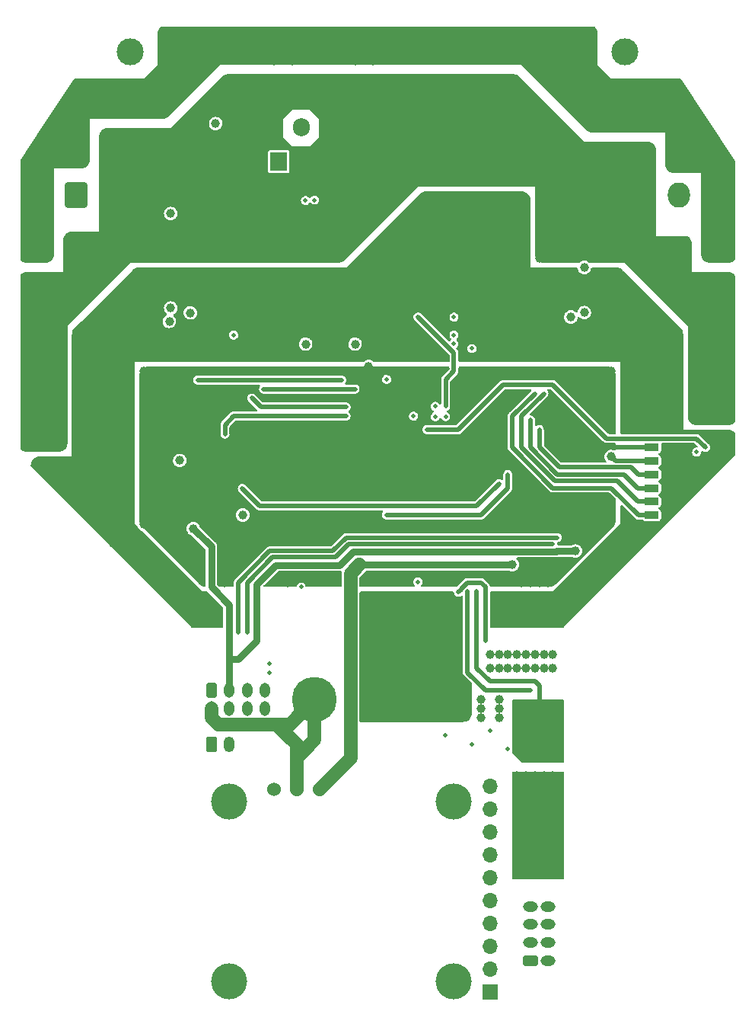
<source format=gbr>
G04 #@! TF.GenerationSoftware,KiCad,Pcbnew,(6.0.8)*
G04 #@! TF.CreationDate,2022-10-28T20:08:30+09:00*
G04 #@! TF.ProjectId,ORION_boost_v2,4f52494f-4e5f-4626-9f6f-73745f76322e,rev?*
G04 #@! TF.SameCoordinates,Original*
G04 #@! TF.FileFunction,Copper,L3,Inr*
G04 #@! TF.FilePolarity,Positive*
%FSLAX46Y46*%
G04 Gerber Fmt 4.6, Leading zero omitted, Abs format (unit mm)*
G04 Created by KiCad (PCBNEW (6.0.8)) date 2022-10-28 20:08:30*
%MOMM*%
%LPD*%
G01*
G04 APERTURE LIST*
G04 Aperture macros list*
%AMRoundRect*
0 Rectangle with rounded corners*
0 $1 Rounding radius*
0 $2 $3 $4 $5 $6 $7 $8 $9 X,Y pos of 4 corners*
0 Add a 4 corners polygon primitive as box body*
4,1,4,$2,$3,$4,$5,$6,$7,$8,$9,$2,$3,0*
0 Add four circle primitives for the rounded corners*
1,1,$1+$1,$2,$3*
1,1,$1+$1,$4,$5*
1,1,$1+$1,$6,$7*
1,1,$1+$1,$8,$9*
0 Add four rect primitives between the rounded corners*
20,1,$1+$1,$2,$3,$4,$5,0*
20,1,$1+$1,$4,$5,$6,$7,0*
20,1,$1+$1,$6,$7,$8,$9,0*
20,1,$1+$1,$8,$9,$2,$3,0*%
G04 Aperture macros list end*
G04 #@! TA.AperFunction,ComponentPad*
%ADD10RoundRect,0.250000X-0.980000X-1.150000X0.980000X-1.150000X0.980000X1.150000X-0.980000X1.150000X0*%
G04 #@! TD*
G04 #@! TA.AperFunction,ComponentPad*
%ADD11O,2.460000X2.800000*%
G04 #@! TD*
G04 #@! TA.AperFunction,ComponentPad*
%ADD12R,3.800000X3.800000*%
G04 #@! TD*
G04 #@! TA.AperFunction,ComponentPad*
%ADD13C,3.800000*%
G04 #@! TD*
G04 #@! TA.AperFunction,ComponentPad*
%ADD14RoundRect,0.250000X-0.350000X-0.575000X0.350000X-0.575000X0.350000X0.575000X-0.350000X0.575000X0*%
G04 #@! TD*
G04 #@! TA.AperFunction,ComponentPad*
%ADD15O,1.200000X1.650000*%
G04 #@! TD*
G04 #@! TA.AperFunction,ComponentPad*
%ADD16RoundRect,0.250000X0.575000X-0.350000X0.575000X0.350000X-0.575000X0.350000X-0.575000X-0.350000X0*%
G04 #@! TD*
G04 #@! TA.AperFunction,ComponentPad*
%ADD17O,1.650000X1.200000*%
G04 #@! TD*
G04 #@! TA.AperFunction,ComponentPad*
%ADD18R,1.700000X1.700000*%
G04 #@! TD*
G04 #@! TA.AperFunction,ComponentPad*
%ADD19O,1.700000X1.700000*%
G04 #@! TD*
G04 #@! TA.AperFunction,ComponentPad*
%ADD20C,5.000000*%
G04 #@! TD*
G04 #@! TA.AperFunction,ComponentPad*
%ADD21RoundRect,0.500000X-0.500000X2.000000X-0.500000X-2.000000X0.500000X-2.000000X0.500000X2.000000X0*%
G04 #@! TD*
G04 #@! TA.AperFunction,ComponentPad*
%ADD22R,2.000000X2.000000*%
G04 #@! TD*
G04 #@! TA.AperFunction,ComponentPad*
%ADD23C,2.000000*%
G04 #@! TD*
G04 #@! TA.AperFunction,ComponentPad*
%ADD24RoundRect,0.250000X0.980000X1.150000X-0.980000X1.150000X-0.980000X-1.150000X0.980000X-1.150000X0*%
G04 #@! TD*
G04 #@! TA.AperFunction,ComponentPad*
%ADD25RoundRect,0.225000X-0.575000X0.225000X-0.575000X-0.225000X0.575000X-0.225000X0.575000X0.225000X0*%
G04 #@! TD*
G04 #@! TA.AperFunction,ComponentPad*
%ADD26C,1.524000*%
G04 #@! TD*
G04 #@! TA.AperFunction,ComponentPad*
%ADD27RoundRect,0.250000X-0.350000X-0.625000X0.350000X-0.625000X0.350000X0.625000X-0.350000X0.625000X0*%
G04 #@! TD*
G04 #@! TA.AperFunction,ComponentPad*
%ADD28O,1.200000X1.750000*%
G04 #@! TD*
G04 #@! TA.AperFunction,ComponentPad*
%ADD29R,1.905000X2.000000*%
G04 #@! TD*
G04 #@! TA.AperFunction,ComponentPad*
%ADD30O,1.905000X2.000000*%
G04 #@! TD*
G04 #@! TA.AperFunction,ComponentPad*
%ADD31C,2.200000*%
G04 #@! TD*
G04 #@! TA.AperFunction,ViaPad*
%ADD32C,1.000000*%
G04 #@! TD*
G04 #@! TA.AperFunction,ViaPad*
%ADD33C,3.000000*%
G04 #@! TD*
G04 #@! TA.AperFunction,ViaPad*
%ADD34C,4.000000*%
G04 #@! TD*
G04 #@! TA.AperFunction,ViaPad*
%ADD35C,0.500000*%
G04 #@! TD*
G04 #@! TA.AperFunction,Conductor*
%ADD36C,0.500000*%
G04 #@! TD*
G04 #@! TA.AperFunction,Conductor*
%ADD37C,1.500000*%
G04 #@! TD*
G04 #@! TA.AperFunction,Conductor*
%ADD38C,0.800000*%
G04 #@! TD*
G04 APERTURE END LIST*
D10*
X158520000Y-74950000D03*
D11*
X162480000Y-74950000D03*
D12*
X88000000Y-88000000D03*
D13*
X93000000Y-88000000D03*
D14*
X106500000Y-124000000D03*
D15*
X106500000Y-126000000D03*
X108500000Y-124000000D03*
X108500000Y-126000000D03*
X110500000Y-124000000D03*
X110500000Y-126000000D03*
X112500000Y-124000000D03*
X112500000Y-126000000D03*
D16*
X142000000Y-154000000D03*
D17*
X144000000Y-154000000D03*
X142000000Y-152000000D03*
X144000000Y-152000000D03*
X142000000Y-150000000D03*
X144000000Y-150000000D03*
X142000000Y-148000000D03*
X144000000Y-148000000D03*
D18*
X137500000Y-157500000D03*
D19*
X137500000Y-154960000D03*
X137500000Y-152420000D03*
X137500000Y-149880000D03*
X137500000Y-147340000D03*
X137500000Y-144800000D03*
X137500000Y-142260000D03*
X137500000Y-139720000D03*
X137500000Y-137180000D03*
X137500000Y-134640000D03*
D20*
X142500000Y-142500000D03*
D12*
X162000000Y-92500000D03*
D13*
X157000000Y-92500000D03*
D21*
X142500000Y-129250000D03*
X142500000Y-136750000D03*
D20*
X118000000Y-125000000D03*
D22*
X157132323Y-84500000D03*
D23*
X162132323Y-84500000D03*
D24*
X91480000Y-75050000D03*
D11*
X87520000Y-75050000D03*
D22*
X93000000Y-96000000D03*
D23*
X88000000Y-96000000D03*
D25*
X155500000Y-97000000D03*
X155500000Y-98500000D03*
X155500000Y-100000000D03*
X155500000Y-101500000D03*
X155500000Y-103000000D03*
X155500000Y-104500000D03*
D26*
X113460000Y-135000000D03*
X116000000Y-135000000D03*
X118540000Y-135000000D03*
D27*
X106500000Y-130000000D03*
D28*
X108500000Y-130000000D03*
D24*
X91480000Y-68950000D03*
D11*
X87520000Y-68950000D03*
D29*
X114000000Y-65217500D03*
D30*
X116540000Y-61407500D03*
X119080000Y-65217500D03*
D31*
X111500000Y-66500000D03*
X111500000Y-51500000D03*
D24*
X162480000Y-68950000D03*
D11*
X158520000Y-68950000D03*
D32*
X88500000Y-62000000D03*
X88500000Y-63000000D03*
X88500000Y-64000000D03*
X88500000Y-65000000D03*
X88500000Y-66000000D03*
X161500000Y-62000000D03*
X161500000Y-63000000D03*
X161500000Y-64000000D03*
X161500000Y-65000000D03*
X161500000Y-66000000D03*
D33*
X152500000Y-53000000D03*
D34*
X108500000Y-156300000D03*
X108500000Y-136300000D03*
D33*
X97500000Y-53000000D03*
D34*
X133500000Y-156300000D03*
X133500000Y-136300000D03*
D32*
X141500000Y-120000000D03*
X138500000Y-127000000D03*
X138500000Y-120000000D03*
X144500000Y-121500000D03*
X140500000Y-120000000D03*
X138500000Y-125000000D03*
X136500000Y-126000000D03*
X139500000Y-120000000D03*
X141500000Y-121500000D03*
X144500000Y-120000000D03*
X136500000Y-125000000D03*
X136500000Y-127000000D03*
X137500000Y-121500000D03*
X142500000Y-121500000D03*
X143500000Y-121500000D03*
D35*
X142000000Y-124000000D03*
D32*
X142500000Y-120000000D03*
X138500000Y-121500000D03*
X138500000Y-126000000D03*
X140500000Y-121500000D03*
X139500000Y-121500000D03*
X137500000Y-120000000D03*
X143500000Y-120000000D03*
D35*
X137500000Y-128500000D03*
X135000000Y-113000000D03*
D32*
X119500000Y-72000000D03*
X122500000Y-85500000D03*
X104000000Y-66000000D03*
X105000000Y-65000000D03*
X106000000Y-73000000D03*
X143000000Y-76000000D03*
X112000000Y-68000000D03*
X104000000Y-68000000D03*
X108000000Y-72000000D03*
X143000000Y-75000000D03*
X86000000Y-84000000D03*
X112000000Y-69000000D03*
X146000000Y-88500000D03*
X120500000Y-70000000D03*
X146000000Y-66000000D03*
X120500000Y-71000000D03*
X107000000Y-66000000D03*
D35*
X160500000Y-97500000D03*
D32*
X144000000Y-75000000D03*
X86000000Y-82000000D03*
X143000000Y-72000000D03*
X122500000Y-74000000D03*
X108000000Y-64000000D03*
X108000000Y-67000000D03*
X148000000Y-88500000D03*
X119500000Y-69000000D03*
X102000000Y-88500000D03*
X144000000Y-112000000D03*
X164000000Y-83000000D03*
X106000000Y-75000000D03*
X107000000Y-70000000D03*
X107000000Y-74000000D03*
X151000000Y-89500000D03*
X108000000Y-69000000D03*
X164000000Y-78000000D03*
X121500000Y-70000000D03*
X119500000Y-70000000D03*
X141000000Y-112000000D03*
X115000000Y-105000000D03*
X163000000Y-78000000D03*
X99000000Y-88500000D03*
X106000000Y-76000000D03*
X144000000Y-76000000D03*
X104000000Y-67000000D03*
X121500000Y-73000000D03*
X145000000Y-97000000D03*
X119472536Y-111972536D03*
X147000000Y-67000000D03*
X99000000Y-99500000D03*
X105000000Y-72000000D03*
X111000000Y-64000000D03*
X108000000Y-70000000D03*
X99000000Y-105500000D03*
X104000000Y-73000000D03*
X110000000Y-67000000D03*
X106000000Y-66000000D03*
X108000000Y-74000000D03*
X106000000Y-72000000D03*
X120500000Y-75000000D03*
X162000000Y-78000000D03*
X151000000Y-93500000D03*
X107000000Y-76000000D03*
X120500000Y-76000000D03*
X112000000Y-65000000D03*
X151000000Y-103000000D03*
X107000000Y-73000000D03*
X145000000Y-69000000D03*
X101838578Y-82972169D03*
X144000000Y-73000000D03*
X103000000Y-67000000D03*
X86000000Y-78000000D03*
X119500000Y-73000000D03*
X147500000Y-94500000D03*
D35*
X133500000Y-84500000D03*
D32*
X145000000Y-63000000D03*
X120500000Y-72000000D03*
X146000000Y-93000000D03*
X117500000Y-105000000D03*
X120500000Y-73000000D03*
X107000000Y-68000000D03*
X103000000Y-66000000D03*
X104000000Y-64000000D03*
X145000000Y-70000000D03*
X125000000Y-91500000D03*
X104000000Y-72000000D03*
X88000000Y-78000000D03*
X146000000Y-64000000D03*
X120500000Y-67000000D03*
X151000000Y-92500000D03*
X107000000Y-75000000D03*
X104000000Y-75000000D03*
X111000000Y-65000000D03*
X147000000Y-66000000D03*
X147000000Y-68000000D03*
X143000000Y-73000000D03*
X99000000Y-98500000D03*
X107000000Y-72000000D03*
X115000000Y-94500000D03*
X105000000Y-74000000D03*
X107000000Y-65000000D03*
X105000000Y-64000000D03*
X108000000Y-68000000D03*
X146000000Y-67000000D03*
X111000000Y-68000000D03*
X110000000Y-68000000D03*
X107000000Y-67000000D03*
X164000000Y-82000000D03*
X86000000Y-81000000D03*
X110000000Y-65000000D03*
X151000000Y-105000000D03*
X99000000Y-95500000D03*
X103000000Y-65000000D03*
X105000000Y-75000000D03*
X99000000Y-97500000D03*
X145000000Y-64000000D03*
X144000000Y-71000000D03*
X108000000Y-112000000D03*
X108000000Y-75000000D03*
X103000000Y-95000000D03*
X144000000Y-72000000D03*
X151000000Y-104000000D03*
X99000000Y-101500000D03*
X108000000Y-73000000D03*
X106000000Y-65000000D03*
X111000000Y-69000000D03*
X115000000Y-112000000D03*
X124000000Y-88000000D03*
X146000000Y-71000000D03*
X145000000Y-73000000D03*
X120500000Y-68000000D03*
X142000000Y-112000000D03*
X108000000Y-65000000D03*
X106000000Y-74000000D03*
X107000000Y-69000000D03*
X146000000Y-63000000D03*
X121500000Y-71000000D03*
X87000000Y-78000000D03*
X146000000Y-69000000D03*
X99000000Y-104500000D03*
X147000000Y-64000000D03*
X147000000Y-88500000D03*
X147000000Y-71000000D03*
X151000000Y-88500000D03*
X146000000Y-65000000D03*
X120500000Y-69000000D03*
X99000000Y-102500000D03*
X107000000Y-71000000D03*
X146000000Y-70000000D03*
X104000000Y-65000000D03*
X86000000Y-83000000D03*
X151000000Y-91500000D03*
X150000000Y-88500000D03*
X146000000Y-62000000D03*
X89000000Y-78000000D03*
X119500000Y-74000000D03*
X119500000Y-71000000D03*
X124000000Y-105000000D03*
X104161422Y-82027831D03*
X144000000Y-74000000D03*
X147000000Y-63000000D03*
X105000000Y-76000000D03*
X105000000Y-66000000D03*
X151000000Y-90500000D03*
X121500000Y-69000000D03*
X145000000Y-72000000D03*
X164000000Y-81000000D03*
X99000000Y-89500000D03*
X121500000Y-75000000D03*
X110000000Y-69000000D03*
X121500000Y-72000000D03*
X149000000Y-88500000D03*
X145000000Y-62000000D03*
X112000000Y-64000000D03*
X86000000Y-79000000D03*
X105000000Y-73000000D03*
X106000000Y-67000000D03*
X103000000Y-64000000D03*
X103000000Y-88500000D03*
X108000000Y-76000000D03*
X106000000Y-64000000D03*
X99000000Y-100500000D03*
X145000000Y-68000000D03*
X122500000Y-73000000D03*
D35*
X133500000Y-82500000D03*
D32*
X120500000Y-74000000D03*
X105000000Y-68000000D03*
X99000000Y-96500000D03*
X86000000Y-80000000D03*
X106000000Y-70000000D03*
X105000000Y-67000000D03*
X140500000Y-99500000D03*
X103000000Y-68000000D03*
X121500000Y-74000000D03*
X147000000Y-65000000D03*
X106000000Y-71000000D03*
X108000000Y-71000000D03*
X145000000Y-74000000D03*
X145000000Y-71000000D03*
X145000000Y-67000000D03*
X107000000Y-64000000D03*
X119500000Y-75000000D03*
X99000000Y-92500000D03*
X104000000Y-74000000D03*
X106000000Y-68000000D03*
X164000000Y-79000000D03*
X101000000Y-88500000D03*
X164000000Y-80000000D03*
X100000000Y-88500000D03*
X134000000Y-92000000D03*
X99000000Y-103500000D03*
X151000000Y-94500000D03*
X110000000Y-66000000D03*
X106000000Y-69000000D03*
D35*
X125175000Y-101000000D03*
D32*
X123000000Y-92500000D03*
X117500000Y-102000000D03*
X148000000Y-72500000D03*
X147000000Y-69000000D03*
X110000000Y-64000000D03*
X99000000Y-93500000D03*
X145000000Y-75000000D03*
X145000000Y-65000000D03*
X143000000Y-74000000D03*
X99000000Y-94500000D03*
X99000000Y-90500000D03*
X143000000Y-112000000D03*
X146000000Y-68000000D03*
X146500000Y-82500000D03*
X147000000Y-70000000D03*
D35*
X127000000Y-99000000D03*
D32*
X99000000Y-91500000D03*
X86000000Y-85000000D03*
X161000000Y-78000000D03*
X145000000Y-66000000D03*
X104000000Y-76000000D03*
X122500000Y-72000000D03*
X119500000Y-76000000D03*
X108000000Y-66000000D03*
D35*
X131425500Y-92425500D03*
D32*
X140000000Y-110000000D03*
X123000000Y-110000000D03*
D35*
X132574500Y-93574500D03*
X132574500Y-92425500D03*
X129500000Y-82500000D03*
X131425500Y-93574500D03*
X118000000Y-69500000D03*
X121000000Y-89500000D03*
X105000000Y-89500000D03*
D32*
X113500000Y-54000000D03*
X86500000Y-71000000D03*
X114500000Y-53000000D03*
X162500000Y-73000000D03*
X162500000Y-67000000D03*
X87500000Y-67000000D03*
X163500000Y-67000000D03*
X123500000Y-51000000D03*
X124500000Y-54000000D03*
X114500000Y-51000000D03*
X163500000Y-73000000D03*
X161500000Y-67000000D03*
X87500000Y-71000000D03*
X88500000Y-73000000D03*
X162500000Y-72000000D03*
X161500000Y-73000000D03*
X87500000Y-73000000D03*
X88500000Y-72000000D03*
X122500000Y-52000000D03*
X161500000Y-72000000D03*
X86500000Y-72000000D03*
X86500000Y-67000000D03*
X86500000Y-73000000D03*
X115500000Y-52000000D03*
X123500000Y-53000000D03*
X122500000Y-54000000D03*
X115500000Y-54000000D03*
X88500000Y-67000000D03*
X163500000Y-71000000D03*
X113500000Y-52000000D03*
X124500000Y-52000000D03*
X161500000Y-71000000D03*
X87500000Y-72000000D03*
X162500000Y-71000000D03*
X88500000Y-71000000D03*
X163500000Y-72000000D03*
X148000000Y-77000000D03*
X148000000Y-82000000D03*
X102000000Y-81500000D03*
X102000000Y-71000000D03*
X107000000Y-61000000D03*
D35*
X109000000Y-84500000D03*
X112325000Y-90500000D03*
X122500000Y-90500000D03*
X116985214Y-69542247D03*
X133459953Y-85470709D03*
D32*
X129000000Y-118000000D03*
X125000000Y-124000000D03*
X141000000Y-70500000D03*
X132000000Y-72500000D03*
X126000000Y-125000000D03*
X132000000Y-124000000D03*
X139000000Y-71500000D03*
X133000000Y-125000000D03*
X134000000Y-124000000D03*
X126000000Y-120000000D03*
X129000000Y-71500000D03*
X129000000Y-127000000D03*
X126000000Y-123000000D03*
X125000000Y-122000000D03*
X124000000Y-125000000D03*
X128000000Y-122000000D03*
X128000000Y-123000000D03*
X133000000Y-72500000D03*
X132000000Y-126000000D03*
X139000000Y-70500000D03*
X128000000Y-120000000D03*
X134000000Y-120000000D03*
X130000000Y-125000000D03*
X127000000Y-123000000D03*
X136000000Y-71500000D03*
X133000000Y-124000000D03*
X128000000Y-118000000D03*
X132000000Y-125000000D03*
X134000000Y-70500000D03*
X127000000Y-125000000D03*
X130000000Y-118000000D03*
X133000000Y-118000000D03*
X131000000Y-71500000D03*
X135000000Y-72500000D03*
X140000000Y-69500000D03*
X135000000Y-70500000D03*
X125000000Y-123000000D03*
X130000000Y-72500000D03*
X128000000Y-119000000D03*
X124000000Y-120000000D03*
X129000000Y-72500000D03*
X127000000Y-121000000D03*
X126000000Y-119000000D03*
X129000000Y-125000000D03*
D35*
X139500000Y-130500000D03*
D32*
X126000000Y-122000000D03*
X125000000Y-121000000D03*
X140000000Y-70500000D03*
X132000000Y-69500000D03*
X128000000Y-72500000D03*
X128000000Y-125000000D03*
X137000000Y-72500000D03*
X138000000Y-72500000D03*
X125000000Y-125000000D03*
X131000000Y-69500000D03*
X125000000Y-127000000D03*
X138000000Y-69500000D03*
X127000000Y-118000000D03*
X125000000Y-119000000D03*
X124000000Y-126000000D03*
X130000000Y-127000000D03*
X130000000Y-70500000D03*
X133000000Y-70500000D03*
X136000000Y-72500000D03*
X133000000Y-127000000D03*
X130000000Y-126000000D03*
X124000000Y-127000000D03*
X124000000Y-123000000D03*
X128000000Y-121000000D03*
X134000000Y-69500000D03*
X124000000Y-118000000D03*
X133000000Y-126000000D03*
X137000000Y-70500000D03*
X126000000Y-127000000D03*
X131000000Y-118000000D03*
X124000000Y-124000000D03*
X138000000Y-71500000D03*
X131000000Y-127000000D03*
X124000000Y-119000000D03*
X134000000Y-122000000D03*
X131000000Y-125000000D03*
X125000000Y-126000000D03*
X133000000Y-69500000D03*
X127000000Y-124000000D03*
X137000000Y-69500000D03*
X135974091Y-70482363D03*
X124000000Y-122000000D03*
X137000000Y-71500000D03*
X134000000Y-71500000D03*
X134000000Y-121000000D03*
X134000000Y-126000000D03*
X139000000Y-69500000D03*
X127000000Y-122000000D03*
X129000000Y-124000000D03*
X134000000Y-118000000D03*
X131000000Y-72500000D03*
X131000000Y-124000000D03*
X130000000Y-124000000D03*
X138000000Y-70500000D03*
X132000000Y-71500000D03*
X131000000Y-126000000D03*
X129000000Y-126000000D03*
X132000000Y-118000000D03*
X136000000Y-69500000D03*
X132000000Y-70500000D03*
X131000000Y-70500000D03*
X124000000Y-121000000D03*
X132000000Y-127000000D03*
X128000000Y-126000000D03*
X127000000Y-120000000D03*
X126000000Y-118000000D03*
X141000000Y-69500000D03*
X125000000Y-120000000D03*
X133000000Y-71500000D03*
X128000000Y-124000000D03*
X126000000Y-124000000D03*
X127000000Y-126000000D03*
X128000000Y-127000000D03*
X134000000Y-123000000D03*
X134000000Y-127000000D03*
X127000000Y-119000000D03*
X126000000Y-126000000D03*
X140000000Y-71500000D03*
X134000000Y-119000000D03*
X126000000Y-121000000D03*
X127000000Y-127000000D03*
X125000000Y-118000000D03*
X135000000Y-69500000D03*
X130000000Y-71500000D03*
D35*
X116500000Y-112500000D03*
D32*
X134000000Y-72500000D03*
X134000000Y-125000000D03*
X135000000Y-71500000D03*
X139000000Y-72500000D03*
X151000000Y-98000000D03*
X103000000Y-98434000D03*
X110000000Y-104500000D03*
D35*
X121500000Y-92500000D03*
X111000000Y-91500000D03*
X144500000Y-107699500D03*
X110500000Y-117500000D03*
X145000000Y-107000000D03*
X109500000Y-117500000D03*
X130500000Y-95000000D03*
X161500000Y-97000000D03*
X126001039Y-89425555D03*
X135500000Y-86000000D03*
X143500000Y-91000000D03*
X142500000Y-91000000D03*
X142000000Y-93925500D03*
X143000000Y-95000000D03*
D32*
X140500000Y-137500000D03*
X142500000Y-139500000D03*
X140500000Y-139500000D03*
X144500000Y-135500000D03*
X140500000Y-138500000D03*
X144500000Y-134500000D03*
X142500000Y-133500000D03*
X141500000Y-139500000D03*
X143500000Y-133500000D03*
X140500000Y-135500000D03*
X141500000Y-133500000D03*
X140500000Y-136500000D03*
X143500000Y-139500000D03*
X144500000Y-139500000D03*
X144500000Y-138500000D03*
X144500000Y-133500000D03*
X140500000Y-134500000D03*
X144500000Y-137500000D03*
X144500000Y-136500000D03*
X140500000Y-133500000D03*
D35*
X109954303Y-101545697D03*
X138500000Y-101000000D03*
D32*
X117000000Y-85500000D03*
D35*
X108025000Y-95500000D03*
X121500000Y-93500000D03*
X113000000Y-121000000D03*
X113000000Y-122000000D03*
D32*
X147000000Y-108500000D03*
X104500000Y-106000000D03*
D35*
X137000000Y-118500000D03*
X134000000Y-113074500D03*
D32*
X143500000Y-126500000D03*
X144500000Y-130500000D03*
X144500000Y-131500000D03*
D35*
X136000000Y-113000000D03*
D32*
X142500000Y-126500000D03*
X140500000Y-128500000D03*
X144500000Y-128500000D03*
D35*
X143000000Y-125000000D03*
D32*
X144500000Y-129500000D03*
X140500000Y-129500000D03*
X140500000Y-130500000D03*
X140500000Y-127500000D03*
X144500000Y-127500000D03*
X140500000Y-126500000D03*
X144500000Y-126500000D03*
X141500000Y-126500000D03*
D35*
X129500000Y-111925500D03*
X129000000Y-93500000D03*
X126000000Y-104500000D03*
X139500000Y-100000000D03*
X135500000Y-130000000D03*
X132500000Y-129000000D03*
D36*
X135000000Y-122000000D02*
X137000000Y-124000000D01*
X135000000Y-113000000D02*
X135000000Y-122000000D01*
X137000000Y-124000000D02*
X142000000Y-124000000D01*
D37*
X106500000Y-127000000D02*
X107275000Y-127775000D01*
X107275000Y-127775000D02*
X115225000Y-127775000D01*
X118000000Y-125000000D02*
X118000000Y-129500000D01*
X116000000Y-130000000D02*
X113775000Y-127775000D01*
D36*
X150000000Y-97000000D02*
X147500000Y-94500000D01*
D37*
X118000000Y-129500000D02*
X116000000Y-131500000D01*
X106500000Y-126000000D02*
X106500000Y-127000000D01*
X116000000Y-131500000D02*
X116000000Y-135000000D01*
D36*
X155500000Y-97000000D02*
X150000000Y-97000000D01*
D37*
X116000000Y-131500000D02*
X116000000Y-130000000D01*
X115225000Y-127775000D02*
X118000000Y-125000000D01*
X123000000Y-110000000D02*
X122000000Y-111000000D01*
X122000000Y-131540000D02*
X118540000Y-135000000D01*
D36*
X129500000Y-82500000D02*
X133500000Y-86500000D01*
X133500000Y-88500000D02*
X132574500Y-89425500D01*
X133500000Y-86500000D02*
X133500000Y-88500000D01*
D37*
X122000000Y-111000000D02*
X122000000Y-131540000D01*
D38*
X140000000Y-110000000D02*
X123000000Y-110000000D01*
D36*
X132574500Y-89425500D02*
X132574500Y-92425500D01*
X105000000Y-89500000D02*
X121000000Y-89500000D01*
X122500000Y-90500000D02*
X112325000Y-90500000D01*
X151500000Y-98500000D02*
X155500000Y-98500000D01*
X151000000Y-98000000D02*
X151500000Y-98500000D01*
X121500000Y-92500000D02*
X112000000Y-92500000D01*
X112000000Y-92500000D02*
X111000000Y-91500000D01*
X144499500Y-107700000D02*
X121800000Y-107700000D01*
X113300000Y-109200000D02*
X110500000Y-112000000D01*
X144500000Y-107699500D02*
X144499500Y-107700000D01*
X110500000Y-112000000D02*
X110500000Y-117500000D01*
X121800000Y-107700000D02*
X120300000Y-109200000D01*
X120300000Y-109200000D02*
X113300000Y-109200000D01*
X120000000Y-108500000D02*
X113000000Y-108500000D01*
X121500000Y-107000000D02*
X120000000Y-108500000D01*
X109500000Y-112000000D02*
X109500000Y-117500000D01*
X113000000Y-108500000D02*
X109500000Y-112000000D01*
X145000000Y-107000000D02*
X121500000Y-107000000D01*
X144500000Y-90000000D02*
X139000000Y-90000000D01*
X134000000Y-95000000D02*
X130500000Y-95000000D01*
X150500000Y-96000000D02*
X144500000Y-90000000D01*
X161500000Y-97000000D02*
X160500000Y-96000000D01*
X139000000Y-90000000D02*
X134000000Y-95000000D01*
X160500000Y-96000000D02*
X150500000Y-96000000D01*
X144700000Y-100700000D02*
X151641376Y-100700000D01*
X151641376Y-100700000D02*
X153941376Y-103000000D01*
X141000000Y-97000000D02*
X144700000Y-100700000D01*
X153941376Y-103000000D02*
X155500000Y-103000000D01*
X143500000Y-91000000D02*
X141000000Y-93500000D01*
X141000000Y-93500000D02*
X141000000Y-97000000D01*
X142500000Y-91000000D02*
X140000000Y-93500000D01*
X144500000Y-101500000D02*
X151000000Y-101500000D01*
X140000000Y-97000000D02*
X144500000Y-101500000D01*
X154000000Y-104500000D02*
X155500000Y-104500000D01*
X151000000Y-101500000D02*
X154000000Y-104500000D01*
X140000000Y-93500000D02*
X140000000Y-97000000D01*
X145000000Y-100000000D02*
X152436351Y-100000000D01*
X142000000Y-97000000D02*
X145000000Y-100000000D01*
X142000000Y-93925500D02*
X142000000Y-97000000D01*
X153936351Y-101500000D02*
X155500000Y-101500000D01*
X152436351Y-100000000D02*
X153936351Y-101500000D01*
X143000000Y-97000000D02*
X143000000Y-95000000D01*
X153200000Y-99200000D02*
X145200000Y-99200000D01*
X155500000Y-100000000D02*
X154000000Y-100000000D01*
X154000000Y-100000000D02*
X153200000Y-99200000D01*
X145200000Y-99200000D02*
X143000000Y-97000000D01*
X111908606Y-103500000D02*
X109954303Y-101545697D01*
X136000000Y-103500000D02*
X111908606Y-103500000D01*
X138500000Y-101000000D02*
X136000000Y-103500000D01*
X108025000Y-94475000D02*
X108025000Y-95500000D01*
X121500000Y-93500000D02*
X109000000Y-93500000D01*
X109000000Y-93500000D02*
X108025000Y-94475000D01*
D38*
X144901582Y-108500000D02*
X144851582Y-108550000D01*
X111500000Y-112202082D02*
X111500000Y-118500000D01*
X106500000Y-108000000D02*
X104500000Y-106000000D01*
X108500000Y-120500000D02*
X108500000Y-124000000D01*
X111500000Y-118500000D02*
X109500000Y-120500000D01*
X108500000Y-120500000D02*
X108500000Y-114500000D01*
X147000000Y-108500000D02*
X144901582Y-108500000D01*
X122301041Y-108550000D02*
X120801041Y-110050000D01*
X113652082Y-110050000D02*
X111500000Y-112202082D01*
X108500000Y-114500000D02*
X106500000Y-112500000D01*
X120801041Y-110050000D02*
X113652082Y-110050000D01*
X106500000Y-112500000D02*
X106500000Y-108000000D01*
X109500000Y-120500000D02*
X108500000Y-120500000D01*
X144851582Y-108550000D02*
X122301041Y-108550000D01*
D36*
X134000000Y-113074500D02*
X134300000Y-112774500D01*
X134300000Y-112710050D02*
X135010050Y-112000000D01*
X135010050Y-112000000D02*
X136500000Y-112000000D01*
X134300000Y-112774500D02*
X134300000Y-112710050D01*
X136500000Y-112000000D02*
X137000000Y-112500000D01*
X137000000Y-112500000D02*
X137000000Y-118500000D01*
X136000000Y-121500000D02*
X137500000Y-123000000D01*
X137500000Y-123000000D02*
X142500000Y-123000000D01*
X142500000Y-123000000D02*
X143000000Y-123500000D01*
X143000000Y-123500000D02*
X143000000Y-125000000D01*
X136000000Y-113000000D02*
X136000000Y-121500000D01*
X139500000Y-101500000D02*
X136500000Y-104500000D01*
X139500000Y-100000000D02*
X139500000Y-101500000D01*
X136500000Y-104500000D02*
X126000000Y-104500000D01*
G04 #@! TA.AperFunction,Conductor*
G36*
X140091949Y-55500607D02*
G01*
X140268527Y-55517999D01*
X140292744Y-55522815D01*
X140456596Y-55572518D01*
X140479416Y-55581971D01*
X140630412Y-55662680D01*
X140650950Y-55676403D01*
X140788114Y-55788971D01*
X140797275Y-55797275D01*
X148000000Y-63000000D01*
X154993813Y-63000000D01*
X155006163Y-63000607D01*
X155182740Y-63017999D01*
X155206957Y-63022815D01*
X155370809Y-63072518D01*
X155393629Y-63081971D01*
X155544631Y-63162683D01*
X155565158Y-63176399D01*
X155697521Y-63285026D01*
X155714974Y-63302479D01*
X155823601Y-63434842D01*
X155837319Y-63455372D01*
X155918029Y-63606371D01*
X155927482Y-63629190D01*
X155977185Y-63793043D01*
X155982002Y-63817263D01*
X155999393Y-63993837D01*
X156000000Y-64006187D01*
X156000000Y-73500000D01*
X158993813Y-73500000D01*
X159006163Y-73500607D01*
X159182740Y-73517999D01*
X159206957Y-73522815D01*
X159370809Y-73572518D01*
X159393629Y-73581971D01*
X159544631Y-73662683D01*
X159565158Y-73676399D01*
X159697521Y-73785026D01*
X159714974Y-73802479D01*
X159823601Y-73934842D01*
X159837319Y-73955372D01*
X159918029Y-74106371D01*
X159927482Y-74129190D01*
X159977185Y-74293043D01*
X159982002Y-74317263D01*
X159999393Y-74493837D01*
X160000000Y-74506187D01*
X160000000Y-77500000D01*
X163993813Y-77500000D01*
X164006163Y-77500607D01*
X164182740Y-77517999D01*
X164206957Y-77522815D01*
X164370809Y-77572518D01*
X164393629Y-77581971D01*
X164544631Y-77662683D01*
X164565158Y-77676399D01*
X164697515Y-77785021D01*
X164714977Y-77802484D01*
X164720899Y-77809700D01*
X164748653Y-77875047D01*
X164749500Y-77889633D01*
X164749500Y-94110367D01*
X164729498Y-94178488D01*
X164720899Y-94190300D01*
X164714977Y-94197516D01*
X164697515Y-94214979D01*
X164565158Y-94323601D01*
X164544631Y-94337317D01*
X164452417Y-94386607D01*
X164393629Y-94418029D01*
X164370810Y-94427482D01*
X164206957Y-94477185D01*
X164182740Y-94482001D01*
X164006163Y-94499393D01*
X163993813Y-94500000D01*
X160506187Y-94500000D01*
X160493837Y-94499393D01*
X160317260Y-94482001D01*
X160293043Y-94477185D01*
X160129190Y-94427482D01*
X160106371Y-94418029D01*
X160047583Y-94386607D01*
X159955369Y-94337317D01*
X159934842Y-94323601D01*
X159802479Y-94214974D01*
X159785026Y-94197521D01*
X159676399Y-94065158D01*
X159662681Y-94044628D01*
X159581971Y-93893629D01*
X159572518Y-93870809D01*
X159522815Y-93706957D01*
X159517998Y-93682737D01*
X159500607Y-93506163D01*
X159500000Y-93493813D01*
X159500000Y-83500000D01*
X152500000Y-76500000D01*
X148613669Y-76500000D01*
X148545548Y-76479998D01*
X148524263Y-76462784D01*
X148478205Y-76416403D01*
X148478201Y-76416400D01*
X148473242Y-76411406D01*
X148331079Y-76321187D01*
X148172462Y-76264706D01*
X148165474Y-76263873D01*
X148165471Y-76263872D01*
X148072300Y-76252762D01*
X148005273Y-76244769D01*
X147998270Y-76245505D01*
X147998269Y-76245505D01*
X147952712Y-76250293D01*
X147837821Y-76262369D01*
X147831155Y-76264638D01*
X147831152Y-76264639D01*
X147685098Y-76314360D01*
X147685095Y-76314361D01*
X147678431Y-76316630D01*
X147672436Y-76320318D01*
X147672432Y-76320320D01*
X147541021Y-76401165D01*
X147541019Y-76401167D01*
X147535022Y-76404856D01*
X147511917Y-76427482D01*
X147474603Y-76464023D01*
X147411938Y-76497394D01*
X147386445Y-76500000D01*
X143506187Y-76500000D01*
X143493837Y-76499393D01*
X143473541Y-76497394D01*
X143317260Y-76482001D01*
X143293043Y-76477185D01*
X143129190Y-76427482D01*
X143106371Y-76418029D01*
X143047583Y-76386607D01*
X142955369Y-76337317D01*
X142934842Y-76323601D01*
X142802479Y-76214974D01*
X142785026Y-76197521D01*
X142676399Y-76065158D01*
X142662681Y-76044628D01*
X142581971Y-75893629D01*
X142572518Y-75870809D01*
X142522815Y-75706957D01*
X142517998Y-75682737D01*
X142500607Y-75506163D01*
X142500000Y-75493813D01*
X142500000Y-68000000D01*
X129500000Y-68000000D01*
X121297275Y-76202725D01*
X121288114Y-76211029D01*
X121150950Y-76323597D01*
X121130412Y-76337320D01*
X120979416Y-76418029D01*
X120956597Y-76427482D01*
X120792744Y-76477185D01*
X120768527Y-76482001D01*
X120612245Y-76497394D01*
X120591949Y-76499393D01*
X120579599Y-76500000D01*
X97500000Y-76500000D01*
X90500000Y-83500000D01*
X90500000Y-96493813D01*
X90499393Y-96506163D01*
X90482002Y-96682737D01*
X90477185Y-96706957D01*
X90427482Y-96870809D01*
X90418029Y-96893629D01*
X90337319Y-97044628D01*
X90323601Y-97065158D01*
X90214974Y-97197521D01*
X90197521Y-97214974D01*
X90065158Y-97323601D01*
X90044631Y-97337317D01*
X89952417Y-97386607D01*
X89893629Y-97418029D01*
X89870810Y-97427482D01*
X89706957Y-97477185D01*
X89682740Y-97482001D01*
X89506163Y-97499393D01*
X89493813Y-97500000D01*
X86006187Y-97500000D01*
X85993837Y-97499393D01*
X85817260Y-97482001D01*
X85793043Y-97477185D01*
X85629190Y-97427482D01*
X85606371Y-97418029D01*
X85547583Y-97386607D01*
X85455369Y-97337317D01*
X85434842Y-97323601D01*
X85302485Y-97214979D01*
X85285023Y-97197516D01*
X85279101Y-97190300D01*
X85251347Y-97124953D01*
X85250500Y-97110367D01*
X85250500Y-77889633D01*
X85270502Y-77821512D01*
X85279101Y-77809700D01*
X85285023Y-77802484D01*
X85302485Y-77785021D01*
X85434842Y-77676399D01*
X85455369Y-77662683D01*
X85606371Y-77581971D01*
X85629191Y-77572518D01*
X85793043Y-77522815D01*
X85817260Y-77517999D01*
X85993837Y-77500607D01*
X86006187Y-77500000D01*
X90000000Y-77500000D01*
X90000000Y-74006187D01*
X90000607Y-73993837D01*
X90017999Y-73817260D01*
X90022815Y-73793043D01*
X90072518Y-73629190D01*
X90081971Y-73606371D01*
X90126632Y-73522816D01*
X90162683Y-73455369D01*
X90176399Y-73434842D01*
X90285026Y-73302479D01*
X90302479Y-73285026D01*
X90434842Y-73176399D01*
X90455369Y-73162683D01*
X90606371Y-73081971D01*
X90629191Y-73072518D01*
X90793043Y-73022815D01*
X90817260Y-73017999D01*
X90993837Y-73000607D01*
X91006187Y-73000000D01*
X94000000Y-73000000D01*
X94000000Y-70989455D01*
X101244825Y-70989455D01*
X101245512Y-70996462D01*
X101245512Y-70996465D01*
X101248081Y-71022661D01*
X101261255Y-71157025D01*
X101314402Y-71316791D01*
X101401624Y-71460812D01*
X101406513Y-71465875D01*
X101406514Y-71465876D01*
X101440447Y-71501014D01*
X101518586Y-71581929D01*
X101524483Y-71585788D01*
X101653577Y-71670266D01*
X101653581Y-71670268D01*
X101659475Y-71674125D01*
X101817289Y-71732815D01*
X101824270Y-71733746D01*
X101824272Y-71733747D01*
X101869812Y-71739823D01*
X101984183Y-71755083D01*
X101991194Y-71754445D01*
X101991198Y-71754445D01*
X102144843Y-71740462D01*
X102151864Y-71739823D01*
X102158566Y-71737645D01*
X102158568Y-71737645D01*
X102305298Y-71689970D01*
X102305301Y-71689969D01*
X102311997Y-71687793D01*
X102456623Y-71601578D01*
X102461717Y-71596727D01*
X102461721Y-71596724D01*
X102573454Y-71490322D01*
X102573455Y-71490320D01*
X102578554Y-71485465D01*
X102594934Y-71460812D01*
X102667836Y-71351085D01*
X102671731Y-71345223D01*
X102731521Y-71187823D01*
X102754955Y-71021088D01*
X102755249Y-71000000D01*
X102744577Y-70904856D01*
X102737266Y-70839672D01*
X102737265Y-70839669D01*
X102736481Y-70832676D01*
X102681108Y-70673668D01*
X102591884Y-70530879D01*
X102582161Y-70521088D01*
X102478205Y-70416403D01*
X102478201Y-70416400D01*
X102473242Y-70411406D01*
X102331079Y-70321187D01*
X102172462Y-70264706D01*
X102165474Y-70263873D01*
X102165471Y-70263872D01*
X102072300Y-70252762D01*
X102005273Y-70244769D01*
X101998270Y-70245505D01*
X101998269Y-70245505D01*
X101952712Y-70250293D01*
X101837821Y-70262369D01*
X101831155Y-70264638D01*
X101831152Y-70264639D01*
X101685098Y-70314360D01*
X101685095Y-70314361D01*
X101678431Y-70316630D01*
X101672436Y-70320318D01*
X101672432Y-70320320D01*
X101541021Y-70401165D01*
X101541019Y-70401167D01*
X101535022Y-70404856D01*
X101523231Y-70416403D01*
X101437865Y-70500000D01*
X101414724Y-70522661D01*
X101393053Y-70556288D01*
X101328133Y-70657025D01*
X101323515Y-70664190D01*
X101265927Y-70822409D01*
X101244825Y-70989455D01*
X94000000Y-70989455D01*
X94000000Y-69536070D01*
X116479605Y-69536070D01*
X116498194Y-69678226D01*
X116555934Y-69809450D01*
X116648184Y-69919195D01*
X116767527Y-69998637D01*
X116904371Y-70041389D01*
X116913343Y-70041553D01*
X116913346Y-70041554D01*
X116978677Y-70042751D01*
X117047713Y-70044017D01*
X117056747Y-70041554D01*
X117177372Y-70008668D01*
X117177374Y-70008667D01*
X117186031Y-70006307D01*
X117308205Y-69931292D01*
X117332134Y-69904856D01*
X117398392Y-69831654D01*
X117404414Y-69825001D01*
X117406996Y-69819673D01*
X117460486Y-69775362D01*
X117530966Y-69766820D01*
X117594877Y-69797739D01*
X117606723Y-69810034D01*
X117624897Y-69831654D01*
X117662970Y-69876948D01*
X117782313Y-69956390D01*
X117919157Y-69999142D01*
X117928129Y-69999306D01*
X117928132Y-69999307D01*
X117993463Y-70000504D01*
X118062499Y-70001770D01*
X118071533Y-69999307D01*
X118192158Y-69966421D01*
X118192160Y-69966420D01*
X118200817Y-69964060D01*
X118322991Y-69889045D01*
X118419200Y-69782754D01*
X118481710Y-69653733D01*
X118505496Y-69512354D01*
X118505647Y-69500000D01*
X118491373Y-69400329D01*
X118486596Y-69366968D01*
X118486595Y-69366965D01*
X118485323Y-69358082D01*
X118425984Y-69227572D01*
X118374662Y-69168010D01*
X118338260Y-69125763D01*
X118338257Y-69125760D01*
X118332400Y-69118963D01*
X118212095Y-69040985D01*
X118074739Y-68999907D01*
X118065763Y-68999852D01*
X118065762Y-68999852D01*
X118005555Y-68999484D01*
X117931376Y-68999031D01*
X117793529Y-69038428D01*
X117672280Y-69114930D01*
X117577377Y-69222388D01*
X117577154Y-69222863D01*
X117526279Y-69266065D01*
X117455908Y-69275467D01*
X117391625Y-69245331D01*
X117379630Y-69233183D01*
X117374795Y-69227572D01*
X117317614Y-69161210D01*
X117197309Y-69083232D01*
X117059953Y-69042154D01*
X117050977Y-69042099D01*
X117050976Y-69042099D01*
X116990769Y-69041731D01*
X116916590Y-69041278D01*
X116778743Y-69080675D01*
X116657494Y-69157177D01*
X116562591Y-69264635D01*
X116501661Y-69394410D01*
X116500280Y-69403282D01*
X116481938Y-69521088D01*
X116479605Y-69536070D01*
X94000000Y-69536070D01*
X94000000Y-66242174D01*
X112797000Y-66242174D01*
X112811534Y-66315240D01*
X112866899Y-66398101D01*
X112949760Y-66453466D01*
X113022826Y-66468000D01*
X114977174Y-66468000D01*
X115050240Y-66453466D01*
X115133101Y-66398101D01*
X115188466Y-66315240D01*
X115203000Y-66242174D01*
X115203000Y-64192826D01*
X115188466Y-64119760D01*
X115133101Y-64036899D01*
X115050240Y-63981534D01*
X114977174Y-63967000D01*
X113022826Y-63967000D01*
X112949760Y-63981534D01*
X112866899Y-64036899D01*
X112811534Y-64119760D01*
X112797000Y-64192826D01*
X112797000Y-66242174D01*
X94000000Y-66242174D01*
X94000000Y-62506187D01*
X94000304Y-62500000D01*
X114500000Y-62500000D01*
X115500000Y-63500000D01*
X117500000Y-63500000D01*
X118500000Y-62500000D01*
X118500000Y-60500000D01*
X117500000Y-59500000D01*
X115500000Y-59500000D01*
X114500000Y-60500000D01*
X114500000Y-62500000D01*
X94000304Y-62500000D01*
X94000607Y-62493837D01*
X94017998Y-62317263D01*
X94022815Y-62293043D01*
X94072518Y-62129190D01*
X94081971Y-62106371D01*
X94162681Y-61955372D01*
X94176399Y-61934842D01*
X94285026Y-61802479D01*
X94302479Y-61785026D01*
X94434842Y-61676399D01*
X94455369Y-61662683D01*
X94578770Y-61596724D01*
X94606371Y-61581971D01*
X94629191Y-61572518D01*
X94793043Y-61522815D01*
X94817260Y-61517999D01*
X94993837Y-61500607D01*
X95006187Y-61500000D01*
X102000000Y-61500000D01*
X102510545Y-60989455D01*
X106244825Y-60989455D01*
X106245512Y-60996462D01*
X106245512Y-60996465D01*
X106248311Y-61025010D01*
X106261255Y-61157025D01*
X106314402Y-61316791D01*
X106318049Y-61322813D01*
X106318050Y-61322815D01*
X106371703Y-61411406D01*
X106401624Y-61460812D01*
X106406513Y-61465875D01*
X106406514Y-61465876D01*
X106440054Y-61500607D01*
X106518586Y-61581929D01*
X106524483Y-61585788D01*
X106653577Y-61670266D01*
X106653581Y-61670268D01*
X106659475Y-61674125D01*
X106817289Y-61732815D01*
X106824270Y-61733746D01*
X106824272Y-61733747D01*
X106869812Y-61739823D01*
X106984183Y-61755083D01*
X106991194Y-61754445D01*
X106991198Y-61754445D01*
X107144843Y-61740462D01*
X107151864Y-61739823D01*
X107158566Y-61737645D01*
X107158568Y-61737645D01*
X107305298Y-61689970D01*
X107305301Y-61689969D01*
X107311997Y-61687793D01*
X107456623Y-61601578D01*
X107461717Y-61596727D01*
X107461721Y-61596724D01*
X107573454Y-61490322D01*
X107573455Y-61490320D01*
X107578554Y-61485465D01*
X107594934Y-61460812D01*
X107667836Y-61351085D01*
X107671731Y-61345223D01*
X107731521Y-61187823D01*
X107754955Y-61021088D01*
X107755249Y-61000000D01*
X107736481Y-60832676D01*
X107681108Y-60673668D01*
X107591884Y-60530879D01*
X107583723Y-60522661D01*
X107478205Y-60416403D01*
X107478201Y-60416400D01*
X107473242Y-60411406D01*
X107331079Y-60321187D01*
X107172462Y-60264706D01*
X107165474Y-60263873D01*
X107165471Y-60263872D01*
X107072300Y-60252762D01*
X107005273Y-60244769D01*
X106998270Y-60245505D01*
X106998269Y-60245505D01*
X106952712Y-60250293D01*
X106837821Y-60262369D01*
X106831155Y-60264638D01*
X106831152Y-60264639D01*
X106685098Y-60314360D01*
X106685095Y-60314361D01*
X106678431Y-60316630D01*
X106672436Y-60320318D01*
X106672432Y-60320320D01*
X106541021Y-60401165D01*
X106541019Y-60401167D01*
X106535022Y-60404856D01*
X106523231Y-60416403D01*
X106437865Y-60500000D01*
X106414724Y-60522661D01*
X106323515Y-60664190D01*
X106265927Y-60822409D01*
X106244825Y-60989455D01*
X102510545Y-60989455D01*
X107702725Y-55797275D01*
X107711886Y-55788971D01*
X107849050Y-55676403D01*
X107869588Y-55662680D01*
X108020584Y-55581971D01*
X108043404Y-55572518D01*
X108207256Y-55522815D01*
X108231473Y-55517999D01*
X108408051Y-55500607D01*
X108420401Y-55500000D01*
X140079599Y-55500000D01*
X140091949Y-55500607D01*
G37*
G04 #@! TD.AperFunction*
G04 #@! TA.AperFunction,Conductor*
G36*
X133439794Y-113020002D02*
G01*
X133486287Y-113073658D01*
X133495233Y-113108954D01*
X133495524Y-113108892D01*
X133497397Y-113117666D01*
X133497397Y-113117667D01*
X133505237Y-113154393D01*
X133506948Y-113164356D01*
X133512980Y-113210479D01*
X133516595Y-113218694D01*
X133517616Y-113222351D01*
X133522271Y-113236761D01*
X133523580Y-113240319D01*
X133525454Y-113249099D01*
X133547551Y-113290053D01*
X133551983Y-113299120D01*
X133570720Y-113341703D01*
X133576497Y-113348576D01*
X133578501Y-113351795D01*
X133587022Y-113364334D01*
X133589270Y-113367372D01*
X133593532Y-113375271D01*
X133626233Y-113408374D01*
X133633034Y-113415835D01*
X133657190Y-113444573D01*
X133657194Y-113444577D01*
X133662970Y-113451448D01*
X133670443Y-113456423D01*
X133673261Y-113458942D01*
X133684972Y-113468596D01*
X133687979Y-113470878D01*
X133694286Y-113477263D01*
X133734959Y-113499855D01*
X133743586Y-113505111D01*
X133774840Y-113525916D01*
X133774842Y-113525917D01*
X133782313Y-113530890D01*
X133790878Y-113533566D01*
X133794285Y-113535191D01*
X133808263Y-113541182D01*
X133811775Y-113542523D01*
X133819616Y-113546878D01*
X133864997Y-113557147D01*
X133874759Y-113559772D01*
X133910590Y-113570966D01*
X133910593Y-113570966D01*
X133919157Y-113573642D01*
X133928130Y-113573807D01*
X133931856Y-113574410D01*
X133946940Y-113576236D01*
X133950691Y-113576538D01*
X133959447Y-113578519D01*
X133975376Y-113577531D01*
X134005878Y-113575639D01*
X134015987Y-113575418D01*
X134053521Y-113576106D01*
X134053525Y-113576106D01*
X134062499Y-113576270D01*
X134071163Y-113573908D01*
X134074894Y-113573443D01*
X134089876Y-113570963D01*
X134093575Y-113570197D01*
X134102538Y-113569641D01*
X134110982Y-113566593D01*
X134110985Y-113566592D01*
X134146300Y-113553843D01*
X134155942Y-113550794D01*
X134163043Y-113548858D01*
X134200817Y-113538560D01*
X134208469Y-113533861D01*
X134211946Y-113532357D01*
X134225597Y-113525787D01*
X134228941Y-113524009D01*
X134237387Y-113520960D01*
X134274959Y-113493512D01*
X134283344Y-113487889D01*
X134307572Y-113473013D01*
X134376089Y-113454415D01*
X134443784Y-113475812D01*
X134489165Y-113530412D01*
X134499500Y-113580388D01*
X134499500Y-121929819D01*
X134498172Y-121941704D01*
X134498682Y-121941745D01*
X134497962Y-121950691D01*
X134495981Y-121959447D01*
X134496537Y-121968407D01*
X134499258Y-122012264D01*
X134499500Y-122020067D01*
X134499500Y-122035940D01*
X134500135Y-122040374D01*
X134500948Y-122046050D01*
X134501978Y-122056106D01*
X134504859Y-122102538D01*
X134507907Y-122110982D01*
X134508676Y-122114694D01*
X134512343Y-122129399D01*
X134513404Y-122133027D01*
X134514677Y-122141918D01*
X134533939Y-122184282D01*
X134537746Y-122193637D01*
X134550491Y-122228943D01*
X134550493Y-122228947D01*
X134553540Y-122237387D01*
X134558835Y-122244635D01*
X134560611Y-122247975D01*
X134568274Y-122261089D01*
X134570303Y-122264261D01*
X134574016Y-122272428D01*
X134579871Y-122279223D01*
X134579873Y-122279226D01*
X134604387Y-122307675D01*
X134610675Y-122315595D01*
X134618522Y-122326336D01*
X134629265Y-122337079D01*
X134635623Y-122343925D01*
X134667600Y-122381037D01*
X134675134Y-122385920D01*
X134681896Y-122391819D01*
X134681892Y-122391824D01*
X134692986Y-122400800D01*
X135463095Y-123170909D01*
X135497121Y-123233221D01*
X135500000Y-123260004D01*
X135500000Y-126493813D01*
X135499393Y-126506163D01*
X135484158Y-126660851D01*
X135482002Y-126682737D01*
X135477185Y-126706957D01*
X135428401Y-126867779D01*
X135427482Y-126870809D01*
X135418029Y-126893629D01*
X135337319Y-127044628D01*
X135323601Y-127065158D01*
X135214974Y-127197521D01*
X135197521Y-127214974D01*
X135065158Y-127323601D01*
X135044631Y-127337317D01*
X134976002Y-127374000D01*
X134893629Y-127418029D01*
X134870810Y-127427482D01*
X134706957Y-127477185D01*
X134682740Y-127482001D01*
X134506163Y-127499393D01*
X134493813Y-127500000D01*
X123126500Y-127500000D01*
X123058379Y-127479998D01*
X123011886Y-127426342D01*
X123000500Y-127374000D01*
X123000500Y-113126000D01*
X123020502Y-113057879D01*
X123074158Y-113011386D01*
X123126500Y-113000000D01*
X133371673Y-113000000D01*
X133439794Y-113020002D01*
G37*
G04 #@! TD.AperFunction*
G04 #@! TA.AperFunction,Conductor*
G36*
X141006163Y-68500607D02*
G01*
X141182740Y-68517999D01*
X141206957Y-68522815D01*
X141370809Y-68572518D01*
X141393629Y-68581971D01*
X141544631Y-68662683D01*
X141565158Y-68676399D01*
X141697521Y-68785026D01*
X141714974Y-68802479D01*
X141823601Y-68934842D01*
X141837319Y-68955372D01*
X141918029Y-69106371D01*
X141927482Y-69129190D01*
X141977185Y-69293043D01*
X141982002Y-69317263D01*
X141999393Y-69493837D01*
X142000000Y-69506187D01*
X142000000Y-77000000D01*
X147131609Y-77000000D01*
X147199730Y-77020002D01*
X147246223Y-77073658D01*
X147257007Y-77113704D01*
X147261255Y-77157025D01*
X147314402Y-77316791D01*
X147318049Y-77322813D01*
X147318050Y-77322815D01*
X147371703Y-77411406D01*
X147401624Y-77460812D01*
X147406513Y-77465875D01*
X147406514Y-77465876D01*
X147461351Y-77522661D01*
X147518586Y-77581929D01*
X147524483Y-77585788D01*
X147653577Y-77670266D01*
X147653581Y-77670268D01*
X147659475Y-77674125D01*
X147817289Y-77732815D01*
X147824270Y-77733746D01*
X147824272Y-77733747D01*
X147869812Y-77739823D01*
X147984183Y-77755083D01*
X147991194Y-77754445D01*
X147991198Y-77754445D01*
X148144843Y-77740462D01*
X148151864Y-77739823D01*
X148158566Y-77737645D01*
X148158568Y-77737645D01*
X148305298Y-77689970D01*
X148305301Y-77689969D01*
X148311997Y-77687793D01*
X148456623Y-77601578D01*
X148461717Y-77596727D01*
X148461721Y-77596724D01*
X148573454Y-77490322D01*
X148573455Y-77490320D01*
X148578554Y-77485465D01*
X148594934Y-77460812D01*
X148667836Y-77351085D01*
X148671731Y-77345223D01*
X148731521Y-77187823D01*
X148742675Y-77108463D01*
X148771964Y-77043789D01*
X148831568Y-77005217D01*
X148867449Y-77000000D01*
X151579599Y-77000000D01*
X151591949Y-77000607D01*
X151768527Y-77017999D01*
X151792744Y-77022815D01*
X151956596Y-77072518D01*
X151979416Y-77081971D01*
X152130412Y-77162680D01*
X152150950Y-77176403D01*
X152288114Y-77288971D01*
X152297275Y-77297275D01*
X158702725Y-83702725D01*
X158711029Y-83711886D01*
X158823597Y-83849050D01*
X158837320Y-83869588D01*
X158918029Y-84020584D01*
X158927482Y-84043403D01*
X158977185Y-84207256D01*
X158982001Y-84231473D01*
X158993088Y-84344036D01*
X158999393Y-84408051D01*
X159000000Y-84420401D01*
X159000000Y-95000000D01*
X163993813Y-95000000D01*
X164006163Y-95000607D01*
X164182740Y-95017999D01*
X164206957Y-95022815D01*
X164370809Y-95072518D01*
X164393629Y-95081971D01*
X164544631Y-95162683D01*
X164565158Y-95176399D01*
X164697515Y-95285021D01*
X164714977Y-95302484D01*
X164720899Y-95309700D01*
X164748653Y-95375047D01*
X164749500Y-95389633D01*
X164749500Y-97844049D01*
X164729498Y-97912170D01*
X164712595Y-97933144D01*
X145849098Y-116796642D01*
X145830005Y-116812312D01*
X145829716Y-116812505D01*
X145829714Y-116812507D01*
X145819399Y-116819399D01*
X145812508Y-116829713D01*
X145812507Y-116829714D01*
X145783943Y-116872464D01*
X145783942Y-116872465D01*
X145775549Y-116885027D01*
X145764034Y-116902259D01*
X145761612Y-116914434D01*
X145761041Y-116915813D01*
X145716492Y-116971094D01*
X145656983Y-116992988D01*
X145608016Y-116997811D01*
X145591948Y-116999393D01*
X145579598Y-117000000D01*
X137533601Y-117000000D01*
X137532016Y-116999001D01*
X137501948Y-116934686D01*
X137500500Y-116915642D01*
X137500500Y-113126000D01*
X137520502Y-113057879D01*
X137574158Y-113011386D01*
X137626500Y-113000000D01*
X144500000Y-113000000D01*
X152000000Y-105500000D01*
X152000000Y-103512004D01*
X152020002Y-103443883D01*
X152073658Y-103397390D01*
X152143932Y-103387286D01*
X152208512Y-103416780D01*
X152215095Y-103422909D01*
X153596466Y-104804280D01*
X153603932Y-104813624D01*
X153604322Y-104813292D01*
X153610140Y-104820128D01*
X153614930Y-104827720D01*
X153621658Y-104833662D01*
X153621659Y-104833663D01*
X153654600Y-104862755D01*
X153660288Y-104868102D01*
X153671507Y-104879321D01*
X153675095Y-104882010D01*
X153675096Y-104882011D01*
X153679684Y-104885450D01*
X153687523Y-104891832D01*
X153722388Y-104922623D01*
X153730506Y-104926434D01*
X153733659Y-104928506D01*
X153746680Y-104936329D01*
X153749989Y-104938141D01*
X153757176Y-104943527D01*
X153765581Y-104946678D01*
X153765583Y-104946679D01*
X153800737Y-104959857D01*
X153810057Y-104963784D01*
X153852163Y-104983553D01*
X153861035Y-104984934D01*
X153864658Y-104986042D01*
X153879317Y-104989888D01*
X153883014Y-104990701D01*
X153891420Y-104993852D01*
X153937843Y-104997302D01*
X153947856Y-104998452D01*
X153961009Y-105000500D01*
X153976204Y-105000500D01*
X153985542Y-105000846D01*
X154034392Y-105004476D01*
X154043168Y-105002603D01*
X154052125Y-105001992D01*
X154052125Y-105001998D01*
X154066318Y-105000500D01*
X154474180Y-105000500D01*
X154542301Y-105020502D01*
X154575007Y-105050936D01*
X154579929Y-105057504D01*
X154579931Y-105057506D01*
X154585313Y-105064687D01*
X154592493Y-105070068D01*
X154592496Y-105070071D01*
X154651235Y-105114093D01*
X154694305Y-105146372D01*
X154821843Y-105194184D01*
X154829696Y-105195037D01*
X154829700Y-105195038D01*
X154876586Y-105200131D01*
X154876590Y-105200131D01*
X154879985Y-105200500D01*
X155499909Y-105200500D01*
X156120014Y-105200499D01*
X156178157Y-105194184D01*
X156305695Y-105146372D01*
X156414687Y-105064687D01*
X156496372Y-104955695D01*
X156544184Y-104828157D01*
X156545460Y-104816418D01*
X156550131Y-104773414D01*
X156550131Y-104773410D01*
X156550500Y-104770015D01*
X156550499Y-104229986D01*
X156544184Y-104171843D01*
X156496372Y-104044305D01*
X156414687Y-103935313D01*
X156305695Y-103853628D01*
X156307008Y-103851876D01*
X156265488Y-103810263D01*
X156250473Y-103740872D01*
X156275357Y-103674379D01*
X156306476Y-103647414D01*
X156305695Y-103646372D01*
X156407507Y-103570068D01*
X156414687Y-103564687D01*
X156496372Y-103455695D01*
X156544184Y-103328157D01*
X156545697Y-103314237D01*
X156550131Y-103273414D01*
X156550131Y-103273410D01*
X156550500Y-103270015D01*
X156550499Y-102729986D01*
X156544184Y-102671843D01*
X156496372Y-102544305D01*
X156414687Y-102435313D01*
X156305695Y-102353628D01*
X156307008Y-102351876D01*
X156265488Y-102310263D01*
X156250473Y-102240872D01*
X156275357Y-102174379D01*
X156306476Y-102147414D01*
X156305695Y-102146372D01*
X156407507Y-102070068D01*
X156414687Y-102064687D01*
X156496372Y-101955695D01*
X156544184Y-101828157D01*
X156545476Y-101816270D01*
X156550131Y-101773414D01*
X156550131Y-101773410D01*
X156550500Y-101770015D01*
X156550499Y-101229986D01*
X156544184Y-101171843D01*
X156496372Y-101044305D01*
X156414687Y-100935313D01*
X156305695Y-100853628D01*
X156307008Y-100851876D01*
X156265488Y-100810263D01*
X156250473Y-100740872D01*
X156275357Y-100674379D01*
X156306476Y-100647414D01*
X156305695Y-100646372D01*
X156407507Y-100570068D01*
X156414687Y-100564687D01*
X156496372Y-100455695D01*
X156544184Y-100328157D01*
X156545697Y-100314234D01*
X156550131Y-100273414D01*
X156550131Y-100273410D01*
X156550500Y-100270015D01*
X156550499Y-99729986D01*
X156544184Y-99671843D01*
X156496372Y-99544305D01*
X156414687Y-99435313D01*
X156305695Y-99353628D01*
X156307008Y-99351876D01*
X156265488Y-99310263D01*
X156250473Y-99240872D01*
X156275357Y-99174379D01*
X156306476Y-99147414D01*
X156305695Y-99146372D01*
X156356728Y-99108125D01*
X156414687Y-99064687D01*
X156496372Y-98955695D01*
X156544184Y-98828157D01*
X156545437Y-98816630D01*
X156550131Y-98773414D01*
X156550131Y-98773410D01*
X156550500Y-98770015D01*
X156550499Y-98229986D01*
X156544184Y-98171843D01*
X156496372Y-98044305D01*
X156414687Y-97935313D01*
X156305695Y-97853628D01*
X156307008Y-97851876D01*
X156265488Y-97810263D01*
X156250473Y-97740872D01*
X156275357Y-97674379D01*
X156306476Y-97647414D01*
X156305695Y-97646372D01*
X156407507Y-97570068D01*
X156414687Y-97564687D01*
X156496372Y-97455695D01*
X156544184Y-97328157D01*
X156545697Y-97314234D01*
X156550131Y-97273414D01*
X156550131Y-97273410D01*
X156550500Y-97270015D01*
X156550499Y-96729986D01*
X156544184Y-96671843D01*
X156541411Y-96664446D01*
X156539583Y-96656757D01*
X156542686Y-96656019D01*
X156538589Y-96599899D01*
X156572522Y-96537536D01*
X156634784Y-96503419D01*
X156661749Y-96500500D01*
X160240496Y-96500500D01*
X160308617Y-96520502D01*
X160329591Y-96537405D01*
X160576461Y-96784275D01*
X160610487Y-96846587D01*
X160605422Y-96917402D01*
X160562875Y-96974238D01*
X160496355Y-96999049D01*
X160486597Y-96999368D01*
X160452715Y-96999161D01*
X160431376Y-96999031D01*
X160293529Y-97038428D01*
X160172280Y-97114930D01*
X160166338Y-97121658D01*
X160166337Y-97121659D01*
X160148445Y-97141918D01*
X160077377Y-97222388D01*
X160016447Y-97352163D01*
X160007610Y-97408920D01*
X159997541Y-97473594D01*
X159994391Y-97493823D01*
X159995555Y-97502725D01*
X159995555Y-97502728D01*
X160001859Y-97550936D01*
X160012980Y-97635979D01*
X160070720Y-97767203D01*
X160076497Y-97774076D01*
X160076498Y-97774077D01*
X160157190Y-97870072D01*
X160162970Y-97876948D01*
X160170447Y-97881925D01*
X160261441Y-97942496D01*
X160282313Y-97956390D01*
X160419157Y-97999142D01*
X160428129Y-97999306D01*
X160428132Y-97999307D01*
X160493463Y-98000504D01*
X160562499Y-98001770D01*
X160571533Y-97999307D01*
X160692158Y-97966421D01*
X160692160Y-97966420D01*
X160700817Y-97964060D01*
X160822991Y-97889045D01*
X160919200Y-97782754D01*
X160981710Y-97653733D01*
X161005496Y-97512354D01*
X161005575Y-97505871D01*
X161005753Y-97505293D01*
X161005991Y-97502637D01*
X161006552Y-97502687D01*
X161026405Y-97438000D01*
X161080623Y-97392164D01*
X161151015Y-97382916D01*
X161201392Y-97402523D01*
X161204846Y-97404823D01*
X161208083Y-97406978D01*
X161213821Y-97411034D01*
X161229284Y-97422623D01*
X161257176Y-97443527D01*
X161265582Y-97446678D01*
X161270136Y-97449172D01*
X161274840Y-97451415D01*
X161282313Y-97456390D01*
X161318829Y-97467798D01*
X161334017Y-97472543D01*
X161340671Y-97474828D01*
X161383014Y-97490701D01*
X161383015Y-97490701D01*
X161391420Y-97493852D01*
X161400367Y-97494517D01*
X161405435Y-97495631D01*
X161410593Y-97496466D01*
X161419157Y-97499142D01*
X161473336Y-97500136D01*
X161480330Y-97500459D01*
X161534392Y-97504476D01*
X161543168Y-97502602D01*
X161548364Y-97502248D01*
X161553526Y-97501605D01*
X161562499Y-97501770D01*
X161571158Y-97499409D01*
X161571160Y-97499409D01*
X161614770Y-97487519D01*
X161621610Y-97485858D01*
X161665820Y-97476421D01*
X161674599Y-97474547D01*
X161682497Y-97470286D01*
X161687362Y-97468496D01*
X161692155Y-97466422D01*
X161700817Y-97464060D01*
X161747002Y-97435703D01*
X161753067Y-97432208D01*
X161792873Y-97410730D01*
X161792875Y-97410728D01*
X161800771Y-97406468D01*
X161807155Y-97400161D01*
X161811328Y-97397073D01*
X161815339Y-97393743D01*
X161822991Y-97389045D01*
X161859372Y-97348852D01*
X161864189Y-97343820D01*
X161902763Y-97305714D01*
X161907121Y-97297867D01*
X161910265Y-97293726D01*
X161913178Y-97289407D01*
X161919200Y-97282754D01*
X161942824Y-97233994D01*
X161946058Y-97227769D01*
X161968018Y-97188234D01*
X161968019Y-97188232D01*
X161972378Y-97180384D01*
X161974358Y-97171631D01*
X161976207Y-97166790D01*
X161977796Y-97161811D01*
X161981710Y-97153733D01*
X161990696Y-97100318D01*
X161992057Y-97093415D01*
X162002038Y-97049307D01*
X162004019Y-97040553D01*
X162003463Y-97031593D01*
X162004130Y-97023306D01*
X162004292Y-97022002D01*
X162004254Y-97021999D01*
X162004688Y-97017155D01*
X162005496Y-97012354D01*
X162005647Y-97000000D01*
X161999050Y-96953935D01*
X161998022Y-96943895D01*
X161995697Y-96906425D01*
X161995141Y-96897462D01*
X161992093Y-96889018D01*
X161991324Y-96885306D01*
X161987657Y-96870601D01*
X161986596Y-96866973D01*
X161985323Y-96858082D01*
X161966061Y-96815718D01*
X161962254Y-96806363D01*
X161949509Y-96771057D01*
X161949507Y-96771053D01*
X161946460Y-96762613D01*
X161941165Y-96755365D01*
X161939389Y-96752025D01*
X161931726Y-96738911D01*
X161929697Y-96735739D01*
X161925984Y-96727572D01*
X161920129Y-96720777D01*
X161920127Y-96720774D01*
X161895613Y-96692325D01*
X161889324Y-96684404D01*
X161884352Y-96677598D01*
X161881478Y-96673664D01*
X161870735Y-96662921D01*
X161864377Y-96656074D01*
X161838259Y-96625763D01*
X161832400Y-96618963D01*
X161824866Y-96614080D01*
X161818104Y-96608181D01*
X161818108Y-96608176D01*
X161807014Y-96599200D01*
X160903534Y-95695720D01*
X160896068Y-95686376D01*
X160895678Y-95686708D01*
X160889860Y-95679872D01*
X160885070Y-95672280D01*
X160845399Y-95637244D01*
X160839712Y-95631898D01*
X160828494Y-95620680D01*
X160824905Y-95617990D01*
X160820316Y-95614550D01*
X160812477Y-95608168D01*
X160784339Y-95583318D01*
X160777612Y-95577377D01*
X160769489Y-95573563D01*
X160766336Y-95571492D01*
X160753324Y-95563673D01*
X160750005Y-95561856D01*
X160742824Y-95556474D01*
X160699261Y-95540143D01*
X160689947Y-95536217D01*
X160655966Y-95520263D01*
X160655963Y-95520262D01*
X160647837Y-95516447D01*
X160638963Y-95515065D01*
X160635350Y-95513961D01*
X160620693Y-95510115D01*
X160616990Y-95509301D01*
X160608580Y-95506148D01*
X160562157Y-95502698D01*
X160552144Y-95501548D01*
X160538991Y-95499500D01*
X160523796Y-95499500D01*
X160514459Y-95499154D01*
X160499036Y-95498008D01*
X160465608Y-95495524D01*
X160456832Y-95497397D01*
X160447875Y-95498008D01*
X160447875Y-95498002D01*
X160433682Y-95499500D01*
X152126000Y-95499500D01*
X152057879Y-95479498D01*
X152011386Y-95425842D01*
X152000000Y-95373500D01*
X152000000Y-87500000D01*
X134126500Y-87500000D01*
X134058379Y-87479998D01*
X134011886Y-87426342D01*
X134000500Y-87374000D01*
X134000500Y-86570175D01*
X134001828Y-86558295D01*
X134001317Y-86558254D01*
X134002037Y-86549309D01*
X134004018Y-86540552D01*
X134000742Y-86487746D01*
X134000500Y-86479944D01*
X134000500Y-86464060D01*
X133999828Y-86459364D01*
X133999052Y-86453942D01*
X133998022Y-86443891D01*
X133995697Y-86406419D01*
X133995697Y-86406417D01*
X133995141Y-86397462D01*
X133992095Y-86389025D01*
X133991329Y-86385325D01*
X133987657Y-86370601D01*
X133986596Y-86366973D01*
X133985323Y-86358082D01*
X133966061Y-86315718D01*
X133962254Y-86306363D01*
X133949509Y-86271057D01*
X133949507Y-86271053D01*
X133946460Y-86262613D01*
X133941165Y-86255365D01*
X133939389Y-86252025D01*
X133931726Y-86238911D01*
X133929697Y-86235739D01*
X133925984Y-86227572D01*
X133920129Y-86220777D01*
X133920127Y-86220774D01*
X133895613Y-86192325D01*
X133889324Y-86184404D01*
X133889166Y-86184187D01*
X133881478Y-86173664D01*
X133870735Y-86162921D01*
X133864377Y-86156074D01*
X133838259Y-86125763D01*
X133832400Y-86118963D01*
X133824866Y-86114080D01*
X133818104Y-86108181D01*
X133818108Y-86108176D01*
X133807014Y-86099200D01*
X133762106Y-86054292D01*
X133729086Y-85993823D01*
X134994391Y-85993823D01*
X134995555Y-86002725D01*
X134995555Y-86002728D01*
X134996814Y-86012354D01*
X135012980Y-86135979D01*
X135024348Y-86161814D01*
X135064042Y-86252025D01*
X135070720Y-86267203D01*
X135076497Y-86274076D01*
X135076498Y-86274077D01*
X135157190Y-86370072D01*
X135162970Y-86376948D01*
X135207243Y-86406419D01*
X135271120Y-86448939D01*
X135282313Y-86456390D01*
X135419157Y-86499142D01*
X135428129Y-86499306D01*
X135428132Y-86499307D01*
X135493463Y-86500504D01*
X135562499Y-86501770D01*
X135571533Y-86499307D01*
X135692158Y-86466421D01*
X135692160Y-86466420D01*
X135700817Y-86464060D01*
X135822991Y-86389045D01*
X135919200Y-86282754D01*
X135964153Y-86189970D01*
X135977795Y-86161814D01*
X135977795Y-86161813D01*
X135981710Y-86153733D01*
X136005496Y-86012354D01*
X136005647Y-86000000D01*
X135985323Y-85858082D01*
X135979477Y-85845223D01*
X135963511Y-85810108D01*
X135925984Y-85727572D01*
X135870957Y-85663710D01*
X135838260Y-85625763D01*
X135838257Y-85625760D01*
X135832400Y-85618963D01*
X135712095Y-85540985D01*
X135574739Y-85499907D01*
X135565763Y-85499852D01*
X135565762Y-85499852D01*
X135505555Y-85499484D01*
X135431376Y-85499031D01*
X135293529Y-85538428D01*
X135172280Y-85614930D01*
X135166338Y-85621658D01*
X135166337Y-85621659D01*
X135141293Y-85650016D01*
X135077377Y-85722388D01*
X135016447Y-85852163D01*
X135015066Y-85861035D01*
X134999531Y-85960812D01*
X134994391Y-85993823D01*
X133729086Y-85993823D01*
X133728080Y-85991980D01*
X133733145Y-85921165D01*
X133770715Y-85868254D01*
X133775300Y-85864448D01*
X133782944Y-85859754D01*
X133879153Y-85753463D01*
X133941663Y-85624442D01*
X133965449Y-85483063D01*
X133965600Y-85470709D01*
X133957426Y-85413633D01*
X133946549Y-85337677D01*
X133946548Y-85337674D01*
X133945276Y-85328791D01*
X133885937Y-85198281D01*
X133792353Y-85089672D01*
X133793283Y-85088870D01*
X133759849Y-85036460D01*
X133760087Y-84965464D01*
X133798670Y-84905867D01*
X133814935Y-84893992D01*
X133815340Y-84893744D01*
X133815346Y-84893739D01*
X133822991Y-84889045D01*
X133919200Y-84782754D01*
X133981710Y-84653733D01*
X134005496Y-84512354D01*
X134005647Y-84500000D01*
X133985323Y-84358082D01*
X133979477Y-84345223D01*
X133929700Y-84235746D01*
X133925984Y-84227572D01*
X133891734Y-84187823D01*
X133838260Y-84125763D01*
X133838257Y-84125760D01*
X133832400Y-84118963D01*
X133712095Y-84040985D01*
X133574739Y-83999907D01*
X133565763Y-83999852D01*
X133565762Y-83999852D01*
X133505555Y-83999484D01*
X133431376Y-83999031D01*
X133293529Y-84038428D01*
X133172280Y-84114930D01*
X133077377Y-84222388D01*
X133016447Y-84352163D01*
X133015066Y-84361035D01*
X132999531Y-84460812D01*
X132994391Y-84493823D01*
X132995555Y-84502725D01*
X132995555Y-84502728D01*
X133003685Y-84564901D01*
X133012980Y-84635979D01*
X133070720Y-84767203D01*
X133076497Y-84774076D01*
X133076498Y-84774077D01*
X133125756Y-84832676D01*
X133162970Y-84876948D01*
X133165314Y-84878508D01*
X133201129Y-84936191D01*
X133200024Y-85007179D01*
X133160716Y-85066301D01*
X133146931Y-85076366D01*
X133132233Y-85085639D01*
X133069188Y-85157025D01*
X133062095Y-85165056D01*
X133002009Y-85202875D01*
X132931016Y-85202205D01*
X132878558Y-85170744D01*
X130201637Y-82493823D01*
X132994391Y-82493823D01*
X132995555Y-82502725D01*
X132995555Y-82502728D01*
X133001475Y-82547997D01*
X133012980Y-82635979D01*
X133070720Y-82767203D01*
X133076497Y-82774076D01*
X133076498Y-82774077D01*
X133133969Y-82842447D01*
X133162970Y-82876948D01*
X133170447Y-82881925D01*
X133264498Y-82944531D01*
X133282313Y-82956390D01*
X133419157Y-82999142D01*
X133428129Y-82999306D01*
X133428132Y-82999307D01*
X133493463Y-83000504D01*
X133562499Y-83001770D01*
X133571533Y-82999307D01*
X133692158Y-82966421D01*
X133692160Y-82966420D01*
X133700817Y-82964060D01*
X133822991Y-82889045D01*
X133829438Y-82881923D01*
X133905224Y-82798195D01*
X133919200Y-82782754D01*
X133981710Y-82653733D01*
X134005496Y-82512354D01*
X134005647Y-82500000D01*
X134004137Y-82489455D01*
X145744825Y-82489455D01*
X145745512Y-82496462D01*
X145745512Y-82496465D01*
X145750148Y-82543741D01*
X145761255Y-82657025D01*
X145814402Y-82816791D01*
X145818049Y-82822813D01*
X145818050Y-82822815D01*
X145895932Y-82951413D01*
X145901624Y-82960812D01*
X145906513Y-82965875D01*
X145906514Y-82965876D01*
X145941177Y-83001770D01*
X146018586Y-83081929D01*
X146024483Y-83085788D01*
X146153577Y-83170266D01*
X146153581Y-83170268D01*
X146159475Y-83174125D01*
X146317289Y-83232815D01*
X146324270Y-83233746D01*
X146324272Y-83233747D01*
X146369812Y-83239823D01*
X146484183Y-83255083D01*
X146491194Y-83254445D01*
X146491198Y-83254445D01*
X146644843Y-83240462D01*
X146651864Y-83239823D01*
X146658566Y-83237645D01*
X146658568Y-83237645D01*
X146805298Y-83189970D01*
X146805301Y-83189969D01*
X146811997Y-83187793D01*
X146956623Y-83101578D01*
X146961717Y-83096727D01*
X146961721Y-83096724D01*
X147073454Y-82990322D01*
X147073455Y-82990320D01*
X147078554Y-82985465D01*
X147084766Y-82976116D01*
X147136615Y-82898076D01*
X147171731Y-82845223D01*
X147178906Y-82826336D01*
X147207385Y-82751363D01*
X147231521Y-82687823D01*
X147245030Y-82591707D01*
X147274317Y-82527035D01*
X147333921Y-82488462D01*
X147404918Y-82488237D01*
X147460439Y-82521717D01*
X147461351Y-82522661D01*
X147518586Y-82581929D01*
X147524483Y-82585788D01*
X147653577Y-82670266D01*
X147653581Y-82670268D01*
X147659475Y-82674125D01*
X147817289Y-82732815D01*
X147824270Y-82733746D01*
X147824272Y-82733747D01*
X147869812Y-82739823D01*
X147984183Y-82755083D01*
X147991194Y-82754445D01*
X147991198Y-82754445D01*
X148144843Y-82740462D01*
X148151864Y-82739823D01*
X148158566Y-82737645D01*
X148158568Y-82737645D01*
X148305298Y-82689970D01*
X148305301Y-82689969D01*
X148311997Y-82687793D01*
X148456623Y-82601578D01*
X148461717Y-82596727D01*
X148461721Y-82596724D01*
X148573454Y-82490322D01*
X148573455Y-82490320D01*
X148578554Y-82485465D01*
X148594934Y-82460812D01*
X148653240Y-82373054D01*
X148671731Y-82345223D01*
X148678667Y-82326965D01*
X148716422Y-82227572D01*
X148731521Y-82187823D01*
X148750492Y-82052841D01*
X148754404Y-82025010D01*
X148754404Y-82025006D01*
X148754955Y-82021088D01*
X148755249Y-82000000D01*
X148752065Y-81971609D01*
X148737266Y-81839672D01*
X148737265Y-81839669D01*
X148736481Y-81832676D01*
X148681108Y-81673668D01*
X148591884Y-81530879D01*
X148582161Y-81521088D01*
X148478205Y-81416403D01*
X148478201Y-81416400D01*
X148473242Y-81411406D01*
X148331079Y-81321187D01*
X148172462Y-81264706D01*
X148165474Y-81263873D01*
X148165471Y-81263872D01*
X148072300Y-81252762D01*
X148005273Y-81244769D01*
X147998270Y-81245505D01*
X147998269Y-81245505D01*
X147952712Y-81250293D01*
X147837821Y-81262369D01*
X147831155Y-81264638D01*
X147831152Y-81264639D01*
X147685098Y-81314360D01*
X147685095Y-81314361D01*
X147678431Y-81316630D01*
X147672436Y-81320318D01*
X147672432Y-81320320D01*
X147541021Y-81401165D01*
X147541019Y-81401167D01*
X147535022Y-81404856D01*
X147494811Y-81444234D01*
X147437865Y-81500000D01*
X147414724Y-81522661D01*
X147394714Y-81553711D01*
X147328133Y-81657025D01*
X147323515Y-81664190D01*
X147321105Y-81670810D01*
X147321104Y-81670813D01*
X147294721Y-81743299D01*
X147265927Y-81822409D01*
X147265044Y-81829399D01*
X147265042Y-81829407D01*
X147255299Y-81906533D01*
X147226918Y-81971609D01*
X147167858Y-82011011D01*
X147096872Y-82012228D01*
X147040887Y-81979525D01*
X147010321Y-81948745D01*
X146973242Y-81911406D01*
X146965564Y-81906533D01*
X146904062Y-81867503D01*
X146831079Y-81821187D01*
X146672462Y-81764706D01*
X146665474Y-81763873D01*
X146665471Y-81763872D01*
X146572300Y-81752762D01*
X146505273Y-81744769D01*
X146498270Y-81745505D01*
X146498269Y-81745505D01*
X146452712Y-81750293D01*
X146337821Y-81762369D01*
X146331155Y-81764638D01*
X146331152Y-81764639D01*
X146185098Y-81814360D01*
X146185095Y-81814361D01*
X146178431Y-81816630D01*
X146172436Y-81820318D01*
X146172432Y-81820320D01*
X146041021Y-81901165D01*
X146041019Y-81901167D01*
X146035022Y-81904856D01*
X145990204Y-81948745D01*
X145920213Y-82017286D01*
X145914724Y-82022661D01*
X145848278Y-82125765D01*
X145828133Y-82157025D01*
X145823515Y-82164190D01*
X145821105Y-82170810D01*
X145821104Y-82170813D01*
X145802386Y-82222240D01*
X145765927Y-82322409D01*
X145744825Y-82489455D01*
X134004137Y-82489455D01*
X133997473Y-82442924D01*
X133986596Y-82366968D01*
X133986595Y-82366965D01*
X133985323Y-82358082D01*
X133979477Y-82345223D01*
X133929700Y-82235746D01*
X133925984Y-82227572D01*
X133891708Y-82187793D01*
X133838260Y-82125763D01*
X133838257Y-82125760D01*
X133832400Y-82118963D01*
X133712095Y-82040985D01*
X133574739Y-81999907D01*
X133565763Y-81999852D01*
X133565762Y-81999852D01*
X133505555Y-81999484D01*
X133431376Y-81999031D01*
X133293529Y-82038428D01*
X133172280Y-82114930D01*
X133077377Y-82222388D01*
X133016447Y-82352163D01*
X133010778Y-82388573D01*
X132996159Y-82482468D01*
X132994391Y-82493823D01*
X130201637Y-82493823D01*
X129870735Y-82162921D01*
X129864377Y-82156074D01*
X129861441Y-82152666D01*
X129832400Y-82118963D01*
X129790145Y-82091574D01*
X129783114Y-82086669D01*
X129750007Y-82061857D01*
X129750006Y-82061856D01*
X129742824Y-82056474D01*
X129734419Y-82053323D01*
X129727151Y-82049344D01*
X129719629Y-82045868D01*
X129712095Y-82040985D01*
X129703492Y-82038412D01*
X129663867Y-82026562D01*
X129655740Y-82023827D01*
X129616988Y-82009300D01*
X129608580Y-82006148D01*
X129599623Y-82005482D01*
X129591535Y-82003704D01*
X129583340Y-82002479D01*
X129574739Y-81999907D01*
X129565766Y-81999852D01*
X129565765Y-81999852D01*
X129524388Y-81999599D01*
X129515823Y-81999255D01*
X129474560Y-81996189D01*
X129474559Y-81996189D01*
X129465608Y-81995524D01*
X129456830Y-81997398D01*
X129448544Y-81997963D01*
X129440348Y-81999086D01*
X129431376Y-81999031D01*
X129382940Y-82012875D01*
X129374647Y-82014942D01*
X129363665Y-82017286D01*
X129334182Y-82023579D01*
X129334178Y-82023580D01*
X129325401Y-82025454D01*
X129317502Y-82029716D01*
X129309719Y-82032580D01*
X129302161Y-82035961D01*
X129293529Y-82038428D01*
X129250929Y-82065306D01*
X129243549Y-82069618D01*
X129207129Y-82089269D01*
X129207127Y-82089270D01*
X129199229Y-82093532D01*
X129192843Y-82099840D01*
X129186197Y-82104758D01*
X129179877Y-82110137D01*
X129172280Y-82114930D01*
X129166338Y-82121658D01*
X129166337Y-82121659D01*
X129138953Y-82152666D01*
X129133061Y-82158897D01*
X129097237Y-82194286D01*
X129092879Y-82202131D01*
X129087873Y-82208726D01*
X129083317Y-82215662D01*
X129077377Y-82222388D01*
X129073564Y-82230510D01*
X129073561Y-82230514D01*
X129055976Y-82267967D01*
X129052071Y-82275599D01*
X129027622Y-82319616D01*
X129025641Y-82328371D01*
X129022686Y-82336109D01*
X129020262Y-82344037D01*
X129016447Y-82352163D01*
X129015066Y-82361031D01*
X129015066Y-82361032D01*
X129008701Y-82401910D01*
X129007094Y-82410330D01*
X128997962Y-82450688D01*
X128997961Y-82450695D01*
X128995981Y-82459447D01*
X128996537Y-82468406D01*
X128995874Y-82476648D01*
X128995772Y-82484950D01*
X128994391Y-82493823D01*
X128995555Y-82502725D01*
X128995555Y-82502730D01*
X129000918Y-82543741D01*
X129001740Y-82552273D01*
X129004859Y-82602538D01*
X129007909Y-82610987D01*
X129009592Y-82619112D01*
X129011816Y-82627078D01*
X129012980Y-82635979D01*
X129033262Y-82682072D01*
X129036441Y-82690022D01*
X129050491Y-82728943D01*
X129050493Y-82728947D01*
X129053540Y-82737387D01*
X129058836Y-82744636D01*
X129062728Y-82751956D01*
X129067105Y-82758988D01*
X129070720Y-82767203D01*
X129076496Y-82774075D01*
X129076497Y-82774076D01*
X129103115Y-82805742D01*
X129108405Y-82812488D01*
X129118522Y-82826336D01*
X129126613Y-82834427D01*
X129133969Y-82842447D01*
X129162970Y-82876948D01*
X129170991Y-82882287D01*
X129190262Y-82898076D01*
X132962595Y-86670409D01*
X132996621Y-86732721D01*
X132999500Y-86759504D01*
X132999500Y-87374000D01*
X132979498Y-87442121D01*
X132925842Y-87488614D01*
X132873500Y-87500000D01*
X124613669Y-87500000D01*
X124545548Y-87479998D01*
X124524263Y-87462784D01*
X124478205Y-87416403D01*
X124478201Y-87416400D01*
X124473242Y-87411406D01*
X124331079Y-87321187D01*
X124172462Y-87264706D01*
X124165474Y-87263873D01*
X124165471Y-87263872D01*
X124072300Y-87252762D01*
X124005273Y-87244769D01*
X123998270Y-87245505D01*
X123998269Y-87245505D01*
X123952712Y-87250293D01*
X123837821Y-87262369D01*
X123831155Y-87264638D01*
X123831152Y-87264639D01*
X123685098Y-87314360D01*
X123685095Y-87314361D01*
X123678431Y-87316630D01*
X123672436Y-87320318D01*
X123672432Y-87320320D01*
X123541021Y-87401165D01*
X123541019Y-87401167D01*
X123535022Y-87404856D01*
X123475868Y-87462784D01*
X123474603Y-87464023D01*
X123411938Y-87497394D01*
X123386445Y-87500000D01*
X98000000Y-87500000D01*
X98000000Y-105500000D01*
X98299950Y-105799950D01*
X98318631Y-105823774D01*
X98401624Y-105960812D01*
X98518586Y-106081929D01*
X98659475Y-106174125D01*
X98666080Y-106176581D01*
X98669292Y-106178204D01*
X98701574Y-106201574D01*
X105500000Y-113000000D01*
X106027864Y-113000000D01*
X106095985Y-113020002D01*
X106116959Y-113036905D01*
X107812595Y-114732541D01*
X107846621Y-114794853D01*
X107849500Y-114821636D01*
X107849500Y-116874000D01*
X107829498Y-116942121D01*
X107775842Y-116988614D01*
X107723500Y-117000000D01*
X104420402Y-117000000D01*
X104408052Y-116999393D01*
X104391984Y-116997811D01*
X104343017Y-116992988D01*
X104277186Y-116966406D01*
X104238958Y-116915811D01*
X104238388Y-116914434D01*
X104235966Y-116902260D01*
X104194578Y-116840317D01*
X104194577Y-116840316D01*
X104180601Y-116819399D01*
X104170286Y-116812507D01*
X104170284Y-116812505D01*
X104169998Y-116812314D01*
X104150905Y-116796644D01*
X95303162Y-107948901D01*
X86452643Y-99098383D01*
X86418617Y-99036071D01*
X86416345Y-99021641D01*
X86416233Y-99020502D01*
X86415430Y-99012347D01*
X86415430Y-98987650D01*
X86419406Y-98947287D01*
X86432212Y-98817259D01*
X86437031Y-98793033D01*
X86486731Y-98629194D01*
X86496183Y-98606374D01*
X86576895Y-98455372D01*
X86590618Y-98434835D01*
X86699235Y-98302485D01*
X86716698Y-98285022D01*
X86849051Y-98176403D01*
X86869588Y-98162680D01*
X87020584Y-98081971D01*
X87043404Y-98072518D01*
X87207256Y-98022815D01*
X87231473Y-98017999D01*
X87408051Y-98000607D01*
X87420401Y-98000000D01*
X91000000Y-98000000D01*
X91000000Y-85489455D01*
X116244825Y-85489455D01*
X116245512Y-85496462D01*
X116245512Y-85496465D01*
X116253892Y-85581929D01*
X116261255Y-85657025D01*
X116314402Y-85816791D01*
X116318049Y-85822813D01*
X116318050Y-85822815D01*
X116339409Y-85858082D01*
X116401624Y-85960812D01*
X116406513Y-85965875D01*
X116406514Y-85965876D01*
X116451398Y-86012354D01*
X116518586Y-86081929D01*
X116524483Y-86085788D01*
X116653577Y-86170266D01*
X116653581Y-86170268D01*
X116659475Y-86174125D01*
X116817289Y-86232815D01*
X116824270Y-86233746D01*
X116824272Y-86233747D01*
X116862977Y-86238911D01*
X116984183Y-86255083D01*
X116991194Y-86254445D01*
X116991198Y-86254445D01*
X117144843Y-86240462D01*
X117151864Y-86239823D01*
X117158566Y-86237645D01*
X117158568Y-86237645D01*
X117305298Y-86189970D01*
X117305301Y-86189969D01*
X117311997Y-86187793D01*
X117456623Y-86101578D01*
X117461717Y-86096727D01*
X117461721Y-86096724D01*
X117573454Y-85990322D01*
X117573455Y-85990320D01*
X117578554Y-85985465D01*
X117594934Y-85960812D01*
X117656429Y-85868254D01*
X117671731Y-85845223D01*
X117731521Y-85687823D01*
X117754955Y-85521088D01*
X117755249Y-85500000D01*
X117754066Y-85489455D01*
X121744825Y-85489455D01*
X121745512Y-85496462D01*
X121745512Y-85496465D01*
X121753892Y-85581929D01*
X121761255Y-85657025D01*
X121814402Y-85816791D01*
X121818049Y-85822813D01*
X121818050Y-85822815D01*
X121839409Y-85858082D01*
X121901624Y-85960812D01*
X121906513Y-85965875D01*
X121906514Y-85965876D01*
X121951398Y-86012354D01*
X122018586Y-86081929D01*
X122024483Y-86085788D01*
X122153577Y-86170266D01*
X122153581Y-86170268D01*
X122159475Y-86174125D01*
X122317289Y-86232815D01*
X122324270Y-86233746D01*
X122324272Y-86233747D01*
X122362977Y-86238911D01*
X122484183Y-86255083D01*
X122491194Y-86254445D01*
X122491198Y-86254445D01*
X122644843Y-86240462D01*
X122651864Y-86239823D01*
X122658566Y-86237645D01*
X122658568Y-86237645D01*
X122805298Y-86189970D01*
X122805301Y-86189969D01*
X122811997Y-86187793D01*
X122956623Y-86101578D01*
X122961717Y-86096727D01*
X122961721Y-86096724D01*
X123073454Y-85990322D01*
X123073455Y-85990320D01*
X123078554Y-85985465D01*
X123094934Y-85960812D01*
X123156429Y-85868254D01*
X123171731Y-85845223D01*
X123231521Y-85687823D01*
X123254955Y-85521088D01*
X123255249Y-85500000D01*
X123250942Y-85461598D01*
X123237266Y-85339672D01*
X123237265Y-85339669D01*
X123236481Y-85332676D01*
X123181108Y-85173668D01*
X123091884Y-85030879D01*
X123082161Y-85021088D01*
X122978205Y-84916403D01*
X122978201Y-84916400D01*
X122973242Y-84911406D01*
X122945407Y-84893741D01*
X122908110Y-84870072D01*
X122831079Y-84821187D01*
X122672462Y-84764706D01*
X122665474Y-84763873D01*
X122665471Y-84763872D01*
X122572300Y-84752762D01*
X122505273Y-84744769D01*
X122498270Y-84745505D01*
X122498269Y-84745505D01*
X122452712Y-84750293D01*
X122337821Y-84762369D01*
X122331155Y-84764638D01*
X122331152Y-84764639D01*
X122185098Y-84814360D01*
X122185095Y-84814361D01*
X122178431Y-84816630D01*
X122172436Y-84820318D01*
X122172432Y-84820320D01*
X122041021Y-84901165D01*
X122041019Y-84901167D01*
X122035022Y-84904856D01*
X121974565Y-84964060D01*
X121930534Y-85007179D01*
X121914724Y-85022661D01*
X121869801Y-85092368D01*
X121828133Y-85157025D01*
X121823515Y-85164190D01*
X121821105Y-85170810D01*
X121821104Y-85170813D01*
X121794721Y-85243300D01*
X121765927Y-85322409D01*
X121744825Y-85489455D01*
X117754066Y-85489455D01*
X117750942Y-85461598D01*
X117737266Y-85339672D01*
X117737265Y-85339669D01*
X117736481Y-85332676D01*
X117681108Y-85173668D01*
X117591884Y-85030879D01*
X117582161Y-85021088D01*
X117478205Y-84916403D01*
X117478201Y-84916400D01*
X117473242Y-84911406D01*
X117445407Y-84893741D01*
X117408110Y-84870072D01*
X117331079Y-84821187D01*
X117172462Y-84764706D01*
X117165474Y-84763873D01*
X117165471Y-84763872D01*
X117072300Y-84752762D01*
X117005273Y-84744769D01*
X116998270Y-84745505D01*
X116998269Y-84745505D01*
X116952712Y-84750293D01*
X116837821Y-84762369D01*
X116831155Y-84764638D01*
X116831152Y-84764639D01*
X116685098Y-84814360D01*
X116685095Y-84814361D01*
X116678431Y-84816630D01*
X116672436Y-84820318D01*
X116672432Y-84820320D01*
X116541021Y-84901165D01*
X116541019Y-84901167D01*
X116535022Y-84904856D01*
X116474565Y-84964060D01*
X116430534Y-85007179D01*
X116414724Y-85022661D01*
X116369801Y-85092368D01*
X116328133Y-85157025D01*
X116323515Y-85164190D01*
X116321105Y-85170810D01*
X116321104Y-85170813D01*
X116294721Y-85243300D01*
X116265927Y-85322409D01*
X116244825Y-85489455D01*
X91000000Y-85489455D01*
X91000000Y-84493823D01*
X108494391Y-84493823D01*
X108495555Y-84502725D01*
X108495555Y-84502728D01*
X108503685Y-84564901D01*
X108512980Y-84635979D01*
X108570720Y-84767203D01*
X108576497Y-84774076D01*
X108576498Y-84774077D01*
X108657190Y-84870072D01*
X108662970Y-84876948D01*
X108670447Y-84881925D01*
X108764498Y-84944531D01*
X108782313Y-84956390D01*
X108919157Y-84999142D01*
X108928129Y-84999306D01*
X108928132Y-84999307D01*
X108993463Y-85000504D01*
X109062499Y-85001770D01*
X109071533Y-84999307D01*
X109192158Y-84966421D01*
X109192160Y-84966420D01*
X109200817Y-84964060D01*
X109322991Y-84889045D01*
X109419200Y-84782754D01*
X109481710Y-84653733D01*
X109505496Y-84512354D01*
X109505647Y-84500000D01*
X109485323Y-84358082D01*
X109479477Y-84345223D01*
X109429700Y-84235746D01*
X109425984Y-84227572D01*
X109391734Y-84187823D01*
X109338260Y-84125763D01*
X109338257Y-84125760D01*
X109332400Y-84118963D01*
X109212095Y-84040985D01*
X109074739Y-83999907D01*
X109065763Y-83999852D01*
X109065762Y-83999852D01*
X109005555Y-83999484D01*
X108931376Y-83999031D01*
X108793529Y-84038428D01*
X108672280Y-84114930D01*
X108577377Y-84222388D01*
X108516447Y-84352163D01*
X108515066Y-84361035D01*
X108499531Y-84460812D01*
X108494391Y-84493823D01*
X91000000Y-84493823D01*
X91000000Y-84420401D01*
X91000607Y-84408051D01*
X91006912Y-84344036D01*
X91017999Y-84231473D01*
X91022815Y-84207256D01*
X91072518Y-84043403D01*
X91081971Y-84020584D01*
X91162680Y-83869588D01*
X91176403Y-83849050D01*
X91288971Y-83711886D01*
X91297275Y-83702725D01*
X92038376Y-82961624D01*
X101083403Y-82961624D01*
X101084090Y-82968631D01*
X101084090Y-82968634D01*
X101087166Y-83000000D01*
X101099833Y-83129194D01*
X101152980Y-83288960D01*
X101240202Y-83432981D01*
X101245091Y-83438044D01*
X101245092Y-83438045D01*
X101304143Y-83499193D01*
X101357164Y-83554098D01*
X101363061Y-83557957D01*
X101492155Y-83642435D01*
X101492159Y-83642437D01*
X101498053Y-83646294D01*
X101655867Y-83704984D01*
X101662848Y-83705915D01*
X101662850Y-83705916D01*
X101707596Y-83711886D01*
X101822761Y-83727252D01*
X101829772Y-83726614D01*
X101829776Y-83726614D01*
X101983421Y-83712631D01*
X101990442Y-83711992D01*
X101997144Y-83709814D01*
X101997146Y-83709814D01*
X102143876Y-83662139D01*
X102143879Y-83662138D01*
X102150575Y-83659962D01*
X102295201Y-83573747D01*
X102300295Y-83568896D01*
X102300299Y-83568893D01*
X102412032Y-83462491D01*
X102412033Y-83462489D01*
X102417132Y-83457634D01*
X102433512Y-83432981D01*
X102506414Y-83323254D01*
X102510309Y-83317392D01*
X102570099Y-83159992D01*
X102585933Y-83047334D01*
X102592982Y-82997179D01*
X102592982Y-82997175D01*
X102593533Y-82993257D01*
X102593827Y-82972169D01*
X102584523Y-82889220D01*
X102575844Y-82811841D01*
X102575843Y-82811838D01*
X102575059Y-82804845D01*
X102519686Y-82645837D01*
X102430462Y-82503048D01*
X102417408Y-82489902D01*
X102316783Y-82388573D01*
X102311820Y-82383575D01*
X102311206Y-82383185D01*
X102272077Y-82326965D01*
X102269463Y-82256017D01*
X102305621Y-82194918D01*
X102327066Y-82178810D01*
X102416049Y-82125765D01*
X102456623Y-82101578D01*
X102461717Y-82096727D01*
X102461721Y-82096724D01*
X102545139Y-82017286D01*
X103406247Y-82017286D01*
X103406934Y-82024293D01*
X103406934Y-82024296D01*
X103414865Y-82105182D01*
X103422677Y-82184856D01*
X103475824Y-82344622D01*
X103479471Y-82350644D01*
X103479472Y-82350646D01*
X103555782Y-82476648D01*
X103563046Y-82488643D01*
X103567935Y-82493706D01*
X103567936Y-82493707D01*
X103594378Y-82521088D01*
X103680008Y-82609760D01*
X103685905Y-82613619D01*
X103814999Y-82698097D01*
X103815003Y-82698099D01*
X103820897Y-82701956D01*
X103978711Y-82760646D01*
X103985692Y-82761577D01*
X103985694Y-82761578D01*
X104027854Y-82767203D01*
X104145605Y-82782914D01*
X104152616Y-82782276D01*
X104152620Y-82782276D01*
X104306265Y-82768293D01*
X104313286Y-82767654D01*
X104319988Y-82765476D01*
X104319990Y-82765476D01*
X104466720Y-82717801D01*
X104466723Y-82717800D01*
X104473419Y-82715624D01*
X104618045Y-82629409D01*
X104623139Y-82624558D01*
X104623143Y-82624555D01*
X104734876Y-82518153D01*
X104734877Y-82518151D01*
X104739976Y-82513296D01*
X104746998Y-82502728D01*
X104822842Y-82388573D01*
X104833153Y-82373054D01*
X104892943Y-82215654D01*
X104911738Y-82081929D01*
X104915826Y-82052841D01*
X104915826Y-82052837D01*
X104916377Y-82048919D01*
X104916671Y-82027831D01*
X104915488Y-82017286D01*
X104898688Y-81867503D01*
X104898687Y-81867500D01*
X104897903Y-81860507D01*
X104842530Y-81701499D01*
X104753306Y-81558710D01*
X104745145Y-81550492D01*
X104639627Y-81444234D01*
X104639623Y-81444231D01*
X104634664Y-81439237D01*
X104492501Y-81349018D01*
X104333884Y-81292537D01*
X104326896Y-81291704D01*
X104326893Y-81291703D01*
X104233722Y-81280593D01*
X104166695Y-81272600D01*
X104159692Y-81273336D01*
X104159691Y-81273336D01*
X104114134Y-81278124D01*
X103999243Y-81290200D01*
X103992577Y-81292469D01*
X103992574Y-81292470D01*
X103846520Y-81342191D01*
X103846517Y-81342192D01*
X103839853Y-81344461D01*
X103833858Y-81348149D01*
X103833854Y-81348151D01*
X103702443Y-81428996D01*
X103702441Y-81428998D01*
X103696444Y-81432687D01*
X103684653Y-81444234D01*
X103590074Y-81536853D01*
X103576146Y-81550492D01*
X103484937Y-81692021D01*
X103427349Y-81850240D01*
X103406247Y-82017286D01*
X102545139Y-82017286D01*
X102573454Y-81990322D01*
X102573455Y-81990320D01*
X102578554Y-81985465D01*
X102594934Y-81960812D01*
X102663753Y-81857231D01*
X102671731Y-81845223D01*
X102731521Y-81687823D01*
X102750370Y-81553711D01*
X102754404Y-81525010D01*
X102754404Y-81525006D01*
X102754955Y-81521088D01*
X102755249Y-81500000D01*
X102753283Y-81482468D01*
X102737266Y-81339672D01*
X102737265Y-81339669D01*
X102736481Y-81332676D01*
X102681108Y-81173668D01*
X102591884Y-81030879D01*
X102582161Y-81021088D01*
X102478205Y-80916403D01*
X102478201Y-80916400D01*
X102473242Y-80911406D01*
X102331079Y-80821187D01*
X102172462Y-80764706D01*
X102165474Y-80763873D01*
X102165471Y-80763872D01*
X102072300Y-80752762D01*
X102005273Y-80744769D01*
X101998270Y-80745505D01*
X101998269Y-80745505D01*
X101952712Y-80750293D01*
X101837821Y-80762369D01*
X101831155Y-80764638D01*
X101831152Y-80764639D01*
X101685098Y-80814360D01*
X101685095Y-80814361D01*
X101678431Y-80816630D01*
X101672436Y-80820318D01*
X101672432Y-80820320D01*
X101541021Y-80901165D01*
X101541019Y-80901167D01*
X101535022Y-80904856D01*
X101490204Y-80948745D01*
X101437865Y-81000000D01*
X101414724Y-81022661D01*
X101390725Y-81059901D01*
X101328133Y-81157025D01*
X101323515Y-81164190D01*
X101265927Y-81322409D01*
X101244825Y-81489455D01*
X101245512Y-81496462D01*
X101245512Y-81496465D01*
X101251125Y-81553711D01*
X101261255Y-81657025D01*
X101314402Y-81816791D01*
X101318049Y-81822813D01*
X101318050Y-81822815D01*
X101371703Y-81911406D01*
X101401624Y-81960812D01*
X101406513Y-81965875D01*
X101406514Y-81965876D01*
X101513694Y-82076864D01*
X101513698Y-82076867D01*
X101518586Y-82081929D01*
X101524477Y-82085784D01*
X101526427Y-82087397D01*
X101566165Y-82146230D01*
X101567786Y-82217208D01*
X101530777Y-82277796D01*
X101512133Y-82291799D01*
X101379599Y-82373334D01*
X101379597Y-82373336D01*
X101373600Y-82377025D01*
X101343864Y-82406145D01*
X101258791Y-82489455D01*
X101253302Y-82494830D01*
X101162093Y-82636359D01*
X101159683Y-82642979D01*
X101159682Y-82642982D01*
X101144685Y-82684187D01*
X101104505Y-82794578D01*
X101083403Y-82961624D01*
X92038376Y-82961624D01*
X97702725Y-77297275D01*
X97711886Y-77288971D01*
X97849050Y-77176403D01*
X97869588Y-77162680D01*
X98020584Y-77081971D01*
X98043404Y-77072518D01*
X98207256Y-77022815D01*
X98231473Y-77017999D01*
X98408051Y-77000607D01*
X98420401Y-77000000D01*
X121500000Y-77000000D01*
X129702725Y-68797275D01*
X129711886Y-68788971D01*
X129849050Y-68676403D01*
X129869588Y-68662680D01*
X130020584Y-68581971D01*
X130043404Y-68572518D01*
X130207256Y-68522815D01*
X130231473Y-68517999D01*
X130408051Y-68500607D01*
X130420401Y-68500000D01*
X140993813Y-68500000D01*
X141006163Y-68500607D01*
G37*
G04 #@! TD.AperFunction*
G04 #@! TA.AperFunction,Conductor*
G36*
X145691621Y-133020002D02*
G01*
X145738114Y-133073658D01*
X145749500Y-133126000D01*
X145749500Y-144874000D01*
X145729498Y-144942121D01*
X145675842Y-144988614D01*
X145623500Y-145000000D01*
X140126000Y-145000000D01*
X140057879Y-144979998D01*
X140011386Y-144926342D01*
X140000000Y-144874000D01*
X140000000Y-133126000D01*
X140020002Y-133057879D01*
X140073658Y-133011386D01*
X140126000Y-133000000D01*
X145623500Y-133000000D01*
X145691621Y-133020002D01*
G37*
G04 #@! TD.AperFunction*
G04 #@! TA.AperFunction,Conductor*
G36*
X145691621Y-125020002D02*
G01*
X145738114Y-125073658D01*
X145749500Y-125126000D01*
X145749500Y-131874000D01*
X145729498Y-131942121D01*
X145675842Y-131988614D01*
X145623500Y-132000000D01*
X141052190Y-132000000D01*
X140984069Y-131979998D01*
X140963095Y-131963095D01*
X140036905Y-131036905D01*
X140002879Y-130974593D01*
X140000000Y-130947810D01*
X140000000Y-130555548D01*
X140001746Y-130534643D01*
X140004689Y-130517149D01*
X140005496Y-130512354D01*
X140005647Y-130500000D01*
X140001271Y-130469444D01*
X140000000Y-130451595D01*
X140000000Y-125126000D01*
X140020002Y-125057879D01*
X140073658Y-125011386D01*
X140126000Y-125000000D01*
X145623500Y-125000000D01*
X145691621Y-125020002D01*
G37*
G04 #@! TD.AperFunction*
G04 #@! TA.AperFunction,Conductor*
G36*
X149178488Y-50270502D02*
G01*
X149190300Y-50279101D01*
X149197516Y-50285023D01*
X149214979Y-50302485D01*
X149323601Y-50434842D01*
X149337319Y-50455372D01*
X149418029Y-50606371D01*
X149427482Y-50629190D01*
X149477185Y-50793043D01*
X149482002Y-50817263D01*
X149499393Y-50993837D01*
X149500000Y-51006187D01*
X149500000Y-54500000D01*
X151000000Y-56000000D01*
X158458618Y-56000000D01*
X158470981Y-56000608D01*
X158647748Y-56018037D01*
X158672002Y-56022867D01*
X158681705Y-56025814D01*
X158741073Y-56064750D01*
X158749926Y-56076484D01*
X164728338Y-65044102D01*
X164749500Y-65113994D01*
X164749500Y-76110367D01*
X164729498Y-76178488D01*
X164720899Y-76190300D01*
X164714977Y-76197516D01*
X164697515Y-76214979D01*
X164565158Y-76323601D01*
X164544631Y-76337317D01*
X164452417Y-76386607D01*
X164393629Y-76418029D01*
X164370810Y-76427482D01*
X164206957Y-76477185D01*
X164182740Y-76482001D01*
X164006163Y-76499393D01*
X163993813Y-76500000D01*
X162006187Y-76500000D01*
X161993837Y-76499393D01*
X161817260Y-76482001D01*
X161793043Y-76477185D01*
X161629190Y-76427482D01*
X161606371Y-76418029D01*
X161547583Y-76386607D01*
X161455369Y-76337317D01*
X161434842Y-76323601D01*
X161302479Y-76214974D01*
X161285026Y-76197521D01*
X161176399Y-76065158D01*
X161162681Y-76044628D01*
X161081971Y-75893629D01*
X161072518Y-75870809D01*
X161022815Y-75706957D01*
X161017998Y-75682737D01*
X161000607Y-75506163D01*
X161000000Y-75493813D01*
X161000000Y-66500000D01*
X158006187Y-66500000D01*
X157993837Y-66499393D01*
X157817260Y-66482001D01*
X157793043Y-66477185D01*
X157629190Y-66427482D01*
X157606371Y-66418029D01*
X157504019Y-66363321D01*
X157455369Y-66337317D01*
X157434842Y-66323601D01*
X157302479Y-66214974D01*
X157285026Y-66197521D01*
X157176399Y-66065158D01*
X157162681Y-66044628D01*
X157128557Y-65980785D01*
X157081971Y-65893629D01*
X157072518Y-65870809D01*
X157022860Y-65707107D01*
X157022815Y-65706957D01*
X157017998Y-65682737D01*
X157004396Y-65544628D01*
X157000607Y-65506163D01*
X157000000Y-65493813D01*
X157000000Y-62000000D01*
X148920401Y-62000000D01*
X148908051Y-61999393D01*
X148731473Y-61982001D01*
X148707256Y-61977185D01*
X148543403Y-61927482D01*
X148520584Y-61918029D01*
X148369588Y-61837320D01*
X148349050Y-61823597D01*
X148211886Y-61711029D01*
X148202725Y-61702725D01*
X141000000Y-54500000D01*
X107500000Y-54500000D01*
X101797275Y-60202725D01*
X101788114Y-60211029D01*
X101650950Y-60323597D01*
X101630412Y-60337320D01*
X101479416Y-60418029D01*
X101456597Y-60427482D01*
X101292744Y-60477185D01*
X101268527Y-60482001D01*
X101091949Y-60499393D01*
X101079599Y-60500000D01*
X93000000Y-60500000D01*
X93000000Y-64993813D01*
X92999393Y-65006163D01*
X92988773Y-65113994D01*
X92982002Y-65182737D01*
X92977185Y-65206957D01*
X92927482Y-65370809D01*
X92918029Y-65393629D01*
X92837319Y-65544628D01*
X92823601Y-65565158D01*
X92714974Y-65697521D01*
X92697521Y-65714974D01*
X92565158Y-65823601D01*
X92544631Y-65837317D01*
X92481972Y-65870809D01*
X92393629Y-65918029D01*
X92370810Y-65927482D01*
X92206957Y-65977185D01*
X92182740Y-65982001D01*
X92006163Y-65999393D01*
X91993813Y-66000000D01*
X89000000Y-66000000D01*
X89000000Y-75493813D01*
X88999393Y-75506163D01*
X88982002Y-75682737D01*
X88977185Y-75706957D01*
X88927482Y-75870809D01*
X88918029Y-75893629D01*
X88837319Y-76044628D01*
X88823601Y-76065158D01*
X88714974Y-76197521D01*
X88697521Y-76214974D01*
X88565158Y-76323601D01*
X88544631Y-76337317D01*
X88452417Y-76386607D01*
X88393629Y-76418029D01*
X88370810Y-76427482D01*
X88206957Y-76477185D01*
X88182740Y-76482001D01*
X88006163Y-76499393D01*
X87993813Y-76500000D01*
X86006187Y-76500000D01*
X85993837Y-76499393D01*
X85817260Y-76482001D01*
X85793043Y-76477185D01*
X85629190Y-76427482D01*
X85606371Y-76418029D01*
X85547583Y-76386607D01*
X85455369Y-76337317D01*
X85434842Y-76323601D01*
X85302485Y-76214979D01*
X85285023Y-76197516D01*
X85279101Y-76190300D01*
X85251347Y-76124953D01*
X85250500Y-76110367D01*
X85250500Y-65113994D01*
X85271662Y-65044102D01*
X87697826Y-61404856D01*
X91250075Y-56076483D01*
X91304504Y-56030898D01*
X91318304Y-56025811D01*
X91328006Y-56022865D01*
X91352252Y-56018037D01*
X91529019Y-56000608D01*
X91541382Y-56000000D01*
X99000000Y-56000000D01*
X100500000Y-54500000D01*
X100500000Y-51006187D01*
X100500607Y-50993837D01*
X100517998Y-50817263D01*
X100522815Y-50793043D01*
X100572518Y-50629190D01*
X100581971Y-50606371D01*
X100662681Y-50455372D01*
X100676399Y-50434842D01*
X100785021Y-50302485D01*
X100802484Y-50285023D01*
X100809700Y-50279101D01*
X100875047Y-50251347D01*
X100889633Y-50250500D01*
X149110367Y-50250500D01*
X149178488Y-50270502D01*
G37*
G04 #@! TD.AperFunction*
G04 #@! TA.AperFunction,Conductor*
G36*
X120948438Y-110716201D02*
G01*
X120996593Y-110768371D01*
X121009308Y-110833952D01*
X121008026Y-110850613D01*
X121005735Y-110866705D01*
X120999849Y-110894880D01*
X120999500Y-110901539D01*
X120999500Y-110956565D01*
X120999129Y-110966232D01*
X120994640Y-111024571D01*
X120995440Y-111030903D01*
X120998506Y-111055173D01*
X120999500Y-111070965D01*
X120999500Y-112374000D01*
X120979498Y-112442121D01*
X120925842Y-112488614D01*
X120873500Y-112500000D01*
X117114888Y-112500000D01*
X117046767Y-112479998D01*
X117000274Y-112426342D01*
X116990161Y-112391864D01*
X116989199Y-112385145D01*
X116985323Y-112358082D01*
X116981609Y-112349912D01*
X116954116Y-112289445D01*
X116925984Y-112227572D01*
X116888788Y-112184404D01*
X116838260Y-112125763D01*
X116838257Y-112125760D01*
X116832400Y-112118963D01*
X116712095Y-112040985D01*
X116574739Y-111999907D01*
X116565763Y-111999852D01*
X116565762Y-111999852D01*
X116505555Y-111999484D01*
X116431376Y-111999031D01*
X116293529Y-112038428D01*
X116172280Y-112114930D01*
X116077377Y-112222388D01*
X116016447Y-112352163D01*
X116011871Y-112381556D01*
X116010029Y-112393384D01*
X115979785Y-112457617D01*
X115919616Y-112495302D01*
X115885529Y-112500000D01*
X112426218Y-112500000D01*
X112358097Y-112479998D01*
X112311604Y-112426342D01*
X112301500Y-112356068D01*
X112330994Y-112291488D01*
X112337123Y-112284905D01*
X113884623Y-110737405D01*
X113946935Y-110703379D01*
X113973718Y-110700500D01*
X120720041Y-110700500D01*
X120731681Y-110701049D01*
X120739337Y-110702760D01*
X120747260Y-110702511D01*
X120809271Y-110700562D01*
X120813229Y-110700500D01*
X120841966Y-110700500D01*
X120846237Y-110699961D01*
X120858069Y-110699029D01*
X120876114Y-110698461D01*
X120879723Y-110698348D01*
X120948438Y-110716201D01*
G37*
G04 #@! TD.AperFunction*
G04 #@! TA.AperFunction,Conductor*
G36*
X132941621Y-88020002D02*
G01*
X132988114Y-88073658D01*
X132999500Y-88126000D01*
X132999500Y-88240496D01*
X132979498Y-88308617D01*
X132962595Y-88329591D01*
X132270220Y-89021966D01*
X132260876Y-89029432D01*
X132261208Y-89029822D01*
X132254372Y-89035640D01*
X132246780Y-89040430D01*
X132240838Y-89047158D01*
X132240837Y-89047159D01*
X132211745Y-89080100D01*
X132206398Y-89085788D01*
X132195180Y-89097006D01*
X132192491Y-89100594D01*
X132192490Y-89100595D01*
X132189050Y-89105184D01*
X132182668Y-89113023D01*
X132171416Y-89125764D01*
X132151877Y-89147888D01*
X132148063Y-89156011D01*
X132145992Y-89159164D01*
X132138173Y-89172176D01*
X132136356Y-89175495D01*
X132130974Y-89182676D01*
X132127825Y-89191077D01*
X132127824Y-89191078D01*
X132123937Y-89201446D01*
X132116087Y-89222388D01*
X132114644Y-89226236D01*
X132110717Y-89235553D01*
X132094763Y-89269534D01*
X132094762Y-89269537D01*
X132090947Y-89277663D01*
X132089565Y-89286537D01*
X132088461Y-89290150D01*
X132084615Y-89304807D01*
X132083801Y-89308510D01*
X132080648Y-89316920D01*
X132077198Y-89363343D01*
X132076048Y-89373356D01*
X132074000Y-89386509D01*
X132074000Y-89401704D01*
X132073654Y-89411041D01*
X132070024Y-89459892D01*
X132071897Y-89468668D01*
X132072508Y-89477625D01*
X132072502Y-89477625D01*
X132074000Y-89491818D01*
X132074000Y-92072486D01*
X132053998Y-92140607D01*
X132000342Y-92187100D01*
X131930068Y-92197204D01*
X131865488Y-92167710D01*
X131852256Y-92152407D01*
X131851484Y-92153072D01*
X131763760Y-92051263D01*
X131763757Y-92051260D01*
X131757900Y-92044463D01*
X131637595Y-91966485D01*
X131500239Y-91925407D01*
X131491263Y-91925352D01*
X131491262Y-91925352D01*
X131431055Y-91924984D01*
X131356876Y-91924531D01*
X131219029Y-91963928D01*
X131097780Y-92040430D01*
X131002877Y-92147888D01*
X130941947Y-92277663D01*
X130919891Y-92419323D01*
X130921055Y-92428225D01*
X130921055Y-92428228D01*
X130925000Y-92458393D01*
X130938480Y-92561479D01*
X130942097Y-92569699D01*
X130968304Y-92629258D01*
X130996220Y-92692703D01*
X131001997Y-92699576D01*
X131001998Y-92699577D01*
X131073303Y-92784405D01*
X131088470Y-92802448D01*
X131207813Y-92881890D01*
X131216386Y-92884568D01*
X131220109Y-92886344D01*
X131272984Y-92933723D01*
X131291850Y-93002167D01*
X131270717Y-93069946D01*
X131220303Y-93112564D01*
X131219029Y-93112928D01*
X131097780Y-93189430D01*
X131091838Y-93196158D01*
X131091837Y-93196159D01*
X131068673Y-93222388D01*
X131002877Y-93296888D01*
X130941947Y-93426663D01*
X130936145Y-93463928D01*
X130922274Y-93553018D01*
X130919891Y-93568323D01*
X130921055Y-93577225D01*
X130921055Y-93577228D01*
X130928738Y-93635979D01*
X130938480Y-93710479D01*
X130942097Y-93718699D01*
X130992127Y-93832400D01*
X130996220Y-93841703D01*
X131001997Y-93848576D01*
X131001998Y-93848577D01*
X131067065Y-93925984D01*
X131088470Y-93951448D01*
X131207813Y-94030890D01*
X131344657Y-94073642D01*
X131353629Y-94073806D01*
X131353632Y-94073807D01*
X131418963Y-94075004D01*
X131487999Y-94076270D01*
X131497033Y-94073807D01*
X131617658Y-94040921D01*
X131617660Y-94040920D01*
X131626317Y-94038560D01*
X131748491Y-93963545D01*
X131844700Y-93857254D01*
X131886880Y-93770193D01*
X131934580Y-93717612D01*
X132003139Y-93699166D01*
X132070787Y-93720713D01*
X132115600Y-93774387D01*
X132141603Y-93833483D01*
X132145220Y-93841703D01*
X132150997Y-93848576D01*
X132150998Y-93848577D01*
X132216065Y-93925984D01*
X132237470Y-93951448D01*
X132356813Y-94030890D01*
X132493657Y-94073642D01*
X132502629Y-94073806D01*
X132502632Y-94073807D01*
X132567963Y-94075004D01*
X132636999Y-94076270D01*
X132646033Y-94073807D01*
X132766658Y-94040921D01*
X132766660Y-94040920D01*
X132775317Y-94038560D01*
X132897491Y-93963545D01*
X132993700Y-93857254D01*
X133056210Y-93728233D01*
X133079996Y-93586854D01*
X133080147Y-93574500D01*
X133067323Y-93484950D01*
X133061096Y-93441468D01*
X133061095Y-93441465D01*
X133059823Y-93432582D01*
X133000484Y-93302072D01*
X132961799Y-93257176D01*
X132912760Y-93200263D01*
X132912757Y-93200260D01*
X132906900Y-93193463D01*
X132786595Y-93115485D01*
X132780320Y-93113608D01*
X132727791Y-93067682D01*
X132708092Y-92999473D01*
X132728397Y-92931442D01*
X132776234Y-92891004D01*
X132775340Y-92889546D01*
X132776476Y-92888849D01*
X132778509Y-92887776D01*
X132780971Y-92887072D01*
X132838381Y-92850850D01*
X132839617Y-92850081D01*
X132890651Y-92818745D01*
X132890652Y-92818744D01*
X132897491Y-92814545D01*
X132899583Y-92812234D01*
X132902220Y-92810570D01*
X132947092Y-92759762D01*
X132948116Y-92758615D01*
X132959359Y-92746194D01*
X132993700Y-92708254D01*
X132995059Y-92705449D01*
X132997123Y-92703112D01*
X133026009Y-92641588D01*
X133026657Y-92640231D01*
X133052717Y-92586442D01*
X133056210Y-92579233D01*
X133056727Y-92576162D01*
X133058053Y-92573337D01*
X133059456Y-92564331D01*
X133068496Y-92506265D01*
X133068729Y-92504825D01*
X133079996Y-92437854D01*
X133080147Y-92425500D01*
X133076273Y-92398449D01*
X133075000Y-92380587D01*
X133075000Y-89685004D01*
X133095002Y-89616883D01*
X133111905Y-89595909D01*
X133804280Y-88903534D01*
X133813624Y-88896068D01*
X133813292Y-88895678D01*
X133820128Y-88889860D01*
X133827720Y-88885070D01*
X133862756Y-88845399D01*
X133868102Y-88839712D01*
X133879321Y-88828493D01*
X133885450Y-88820316D01*
X133891832Y-88812477D01*
X133916684Y-88784337D01*
X133916685Y-88784336D01*
X133922623Y-88777612D01*
X133926434Y-88769494D01*
X133928506Y-88766341D01*
X133936329Y-88753320D01*
X133938141Y-88750011D01*
X133943527Y-88742824D01*
X133959857Y-88699263D01*
X133963784Y-88689943D01*
X133979737Y-88655964D01*
X133983553Y-88647837D01*
X133984934Y-88638965D01*
X133986042Y-88635342D01*
X133989888Y-88620683D01*
X133990701Y-88616986D01*
X133993852Y-88608580D01*
X133997302Y-88562157D01*
X133998453Y-88552139D01*
X134000500Y-88538991D01*
X134000500Y-88523796D01*
X134000846Y-88514459D01*
X134003811Y-88474556D01*
X134004476Y-88465608D01*
X134002603Y-88456832D01*
X134001992Y-88447875D01*
X134001998Y-88447875D01*
X134000500Y-88433682D01*
X134000500Y-88126000D01*
X134020502Y-88057879D01*
X134074158Y-88011386D01*
X134126500Y-88000000D01*
X150493813Y-88000000D01*
X150506163Y-88000607D01*
X150682740Y-88017999D01*
X150706957Y-88022815D01*
X150870809Y-88072518D01*
X150893629Y-88081971D01*
X151044631Y-88162683D01*
X151065158Y-88176399D01*
X151197521Y-88285026D01*
X151214974Y-88302479D01*
X151323601Y-88434842D01*
X151337317Y-88455369D01*
X151384584Y-88543799D01*
X151418029Y-88606371D01*
X151427482Y-88629190D01*
X151477185Y-88793043D01*
X151482001Y-88817260D01*
X151490499Y-88903534D01*
X151499393Y-88993837D01*
X151500000Y-89006187D01*
X151500000Y-95373500D01*
X151479998Y-95441621D01*
X151426342Y-95488114D01*
X151374000Y-95499500D01*
X150759503Y-95499500D01*
X150691382Y-95479498D01*
X150670408Y-95462595D01*
X147794256Y-92586442D01*
X144903534Y-89695720D01*
X144896068Y-89686376D01*
X144895678Y-89686708D01*
X144889860Y-89679872D01*
X144885070Y-89672280D01*
X144845398Y-89637243D01*
X144839711Y-89631897D01*
X144828494Y-89620680D01*
X144823428Y-89616883D01*
X144820316Y-89614550D01*
X144812477Y-89608168D01*
X144784339Y-89583318D01*
X144777612Y-89577377D01*
X144769489Y-89573563D01*
X144766336Y-89571492D01*
X144753324Y-89563673D01*
X144750005Y-89561856D01*
X144742824Y-89556474D01*
X144699261Y-89540143D01*
X144689947Y-89536217D01*
X144655966Y-89520263D01*
X144655963Y-89520262D01*
X144647837Y-89516447D01*
X144638963Y-89515065D01*
X144635350Y-89513961D01*
X144620693Y-89510115D01*
X144616990Y-89509301D01*
X144608580Y-89506148D01*
X144562157Y-89502698D01*
X144552144Y-89501548D01*
X144538991Y-89499500D01*
X144523796Y-89499500D01*
X144514459Y-89499154D01*
X144499036Y-89498008D01*
X144465608Y-89495524D01*
X144456832Y-89497397D01*
X144447875Y-89498008D01*
X144447875Y-89498002D01*
X144433682Y-89499500D01*
X139070181Y-89499500D01*
X139058296Y-89498172D01*
X139058255Y-89498682D01*
X139049309Y-89497962D01*
X139040553Y-89495981D01*
X139007980Y-89498002D01*
X138987736Y-89499258D01*
X138979933Y-89499500D01*
X138964060Y-89499500D01*
X138953948Y-89500948D01*
X138943894Y-89501978D01*
X138915903Y-89503715D01*
X138897462Y-89504859D01*
X138889018Y-89507907D01*
X138885306Y-89508676D01*
X138870601Y-89512343D01*
X138866973Y-89513404D01*
X138858082Y-89514677D01*
X138815718Y-89533939D01*
X138806363Y-89537746D01*
X138771057Y-89550491D01*
X138771053Y-89550493D01*
X138762613Y-89553540D01*
X138755365Y-89558835D01*
X138752025Y-89560611D01*
X138738911Y-89568274D01*
X138735739Y-89570303D01*
X138727572Y-89574016D01*
X138720777Y-89579871D01*
X138720774Y-89579873D01*
X138692325Y-89604387D01*
X138684405Y-89610675D01*
X138673664Y-89618522D01*
X138662921Y-89629265D01*
X138656075Y-89635623D01*
X138618963Y-89667600D01*
X138614080Y-89675134D01*
X138608181Y-89681896D01*
X138608176Y-89681892D01*
X138599200Y-89692986D01*
X133829591Y-94462595D01*
X133767279Y-94496621D01*
X133740496Y-94499500D01*
X130508574Y-94499500D01*
X130507804Y-94499498D01*
X130507033Y-94499493D01*
X130431376Y-94499031D01*
X130403518Y-94506993D01*
X130386759Y-94510571D01*
X130377356Y-94511917D01*
X130366971Y-94513404D01*
X130366970Y-94513404D01*
X130358082Y-94514677D01*
X130349908Y-94518393D01*
X130349906Y-94518394D01*
X130335212Y-94525075D01*
X130317688Y-94531523D01*
X130302155Y-94535962D01*
X130302151Y-94535964D01*
X130293529Y-94538428D01*
X130285941Y-94543215D01*
X130285942Y-94543215D01*
X130269024Y-94553889D01*
X130253942Y-94562026D01*
X130235748Y-94570298D01*
X130235745Y-94570300D01*
X130227572Y-94574016D01*
X130220769Y-94579878D01*
X130208537Y-94590418D01*
X130193524Y-94601527D01*
X130172280Y-94614930D01*
X130166337Y-94621659D01*
X130166335Y-94621661D01*
X130153103Y-94636644D01*
X130140909Y-94648690D01*
X130125764Y-94661740D01*
X130118963Y-94667600D01*
X130105296Y-94688686D01*
X130094011Y-94703554D01*
X130077377Y-94722388D01*
X130065067Y-94748607D01*
X130056746Y-94763587D01*
X130045869Y-94780369D01*
X130045868Y-94780372D01*
X130040985Y-94787905D01*
X130033785Y-94811981D01*
X130027129Y-94829411D01*
X130016447Y-94852163D01*
X130015066Y-94861032D01*
X130011990Y-94880787D01*
X130008207Y-94897505D01*
X130002478Y-94916660D01*
X130002477Y-94916668D01*
X129999907Y-94925261D01*
X129999852Y-94934234D01*
X129999852Y-94934235D01*
X129999753Y-94950392D01*
X129998255Y-94969002D01*
X129994391Y-94993823D01*
X129995555Y-95002724D01*
X129995555Y-95002730D01*
X129998146Y-95022541D01*
X129999208Y-95039648D01*
X129999129Y-95052576D01*
X129999031Y-95068624D01*
X130001498Y-95077254D01*
X130005936Y-95092782D01*
X130009722Y-95111059D01*
X130012980Y-95135979D01*
X130016596Y-95144197D01*
X130024648Y-95162497D01*
X130030466Y-95178613D01*
X130038428Y-95206471D01*
X130043218Y-95214063D01*
X130051834Y-95227719D01*
X130060601Y-95244208D01*
X130067103Y-95258984D01*
X130070720Y-95267203D01*
X130089364Y-95289382D01*
X130099468Y-95303215D01*
X130110138Y-95320126D01*
X130110140Y-95320129D01*
X130114930Y-95327720D01*
X130121658Y-95333662D01*
X130133759Y-95344349D01*
X130146803Y-95357716D01*
X130157192Y-95370075D01*
X130157194Y-95370077D01*
X130162970Y-95376948D01*
X130170440Y-95381921D01*
X130170444Y-95381924D01*
X130187088Y-95393003D01*
X130200675Y-95403447D01*
X130222388Y-95422623D01*
X130230513Y-95426438D01*
X130230515Y-95426439D01*
X130245126Y-95433299D01*
X130261393Y-95442465D01*
X130271976Y-95449509D01*
X130282313Y-95456390D01*
X130290879Y-95459066D01*
X130309966Y-95465029D01*
X130325937Y-95471239D01*
X130352163Y-95483553D01*
X130361033Y-95484934D01*
X130376993Y-95487419D01*
X130395176Y-95491650D01*
X130419157Y-95499142D01*
X130453687Y-95499775D01*
X130457534Y-95499959D01*
X130461009Y-95500500D01*
X130492063Y-95500500D01*
X130494374Y-95500521D01*
X130562499Y-95501770D01*
X130566256Y-95500746D01*
X130570217Y-95500500D01*
X133929819Y-95500500D01*
X133941704Y-95501828D01*
X133941745Y-95501318D01*
X133950691Y-95502038D01*
X133959447Y-95504019D01*
X134012263Y-95500742D01*
X134020067Y-95500500D01*
X134035940Y-95500500D01*
X134046052Y-95499052D01*
X134056106Y-95498022D01*
X134084097Y-95496285D01*
X134102538Y-95495141D01*
X134110982Y-95492093D01*
X134114694Y-95491324D01*
X134129399Y-95487657D01*
X134133027Y-95486596D01*
X134141918Y-95485323D01*
X134184282Y-95466061D01*
X134193637Y-95462254D01*
X134228943Y-95449509D01*
X134228947Y-95449507D01*
X134237387Y-95446460D01*
X134244635Y-95441165D01*
X134247975Y-95439389D01*
X134261089Y-95431726D01*
X134264261Y-95429697D01*
X134272428Y-95425984D01*
X134279223Y-95420129D01*
X134279226Y-95420127D01*
X134307675Y-95395613D01*
X134315596Y-95389324D01*
X134322402Y-95384352D01*
X134326336Y-95381478D01*
X134337079Y-95370735D01*
X134343926Y-95364377D01*
X134359973Y-95350550D01*
X134381037Y-95332400D01*
X134385920Y-95324866D01*
X134391819Y-95318104D01*
X134391824Y-95318108D01*
X134400800Y-95307014D01*
X136785191Y-92922623D01*
X139170408Y-90537405D01*
X139232720Y-90503379D01*
X139259503Y-90500500D01*
X141987496Y-90500500D01*
X142055617Y-90520502D01*
X142102110Y-90574158D01*
X142112214Y-90644432D01*
X142082720Y-90709012D01*
X142076591Y-90715595D01*
X139695720Y-93096466D01*
X139686376Y-93103932D01*
X139686708Y-93104322D01*
X139679872Y-93110140D01*
X139672280Y-93114930D01*
X139666338Y-93121658D01*
X139666337Y-93121659D01*
X139637245Y-93154600D01*
X139631898Y-93160288D01*
X139620680Y-93171506D01*
X139617991Y-93175094D01*
X139617990Y-93175095D01*
X139614550Y-93179684D01*
X139608168Y-93187523D01*
X139602922Y-93193463D01*
X139577377Y-93222388D01*
X139573563Y-93230511D01*
X139571492Y-93233664D01*
X139563673Y-93246676D01*
X139561856Y-93249995D01*
X139556474Y-93257176D01*
X139541587Y-93296888D01*
X139540144Y-93300736D01*
X139536217Y-93310053D01*
X139520263Y-93344034D01*
X139520262Y-93344037D01*
X139516447Y-93352163D01*
X139515066Y-93361035D01*
X139513961Y-93364650D01*
X139510115Y-93379307D01*
X139509301Y-93383010D01*
X139506148Y-93391420D01*
X139502698Y-93437843D01*
X139501548Y-93447856D01*
X139499500Y-93461009D01*
X139499500Y-93476204D01*
X139499154Y-93485541D01*
X139495524Y-93534392D01*
X139497397Y-93543168D01*
X139498008Y-93552125D01*
X139498002Y-93552125D01*
X139499500Y-93566318D01*
X139499500Y-96929819D01*
X139498172Y-96941704D01*
X139498682Y-96941745D01*
X139497962Y-96950691D01*
X139495981Y-96959447D01*
X139496537Y-96968407D01*
X139499258Y-97012264D01*
X139499500Y-97020067D01*
X139499500Y-97035940D01*
X139500135Y-97040374D01*
X139500948Y-97046050D01*
X139501978Y-97056106D01*
X139504859Y-97102538D01*
X139507907Y-97110982D01*
X139508676Y-97114694D01*
X139512343Y-97129399D01*
X139513404Y-97133027D01*
X139514677Y-97141918D01*
X139533939Y-97184282D01*
X139537746Y-97193637D01*
X139550491Y-97228943D01*
X139550493Y-97228947D01*
X139553540Y-97237387D01*
X139558835Y-97244635D01*
X139560611Y-97247975D01*
X139568274Y-97261089D01*
X139570303Y-97264261D01*
X139574016Y-97272428D01*
X139579871Y-97279223D01*
X139579873Y-97279226D01*
X139604387Y-97307675D01*
X139610675Y-97315595D01*
X139618522Y-97326336D01*
X139629265Y-97337079D01*
X139635623Y-97343925D01*
X139667600Y-97381037D01*
X139675134Y-97385920D01*
X139681896Y-97391819D01*
X139681892Y-97391824D01*
X139692986Y-97400800D01*
X144096466Y-101804280D01*
X144103932Y-101813624D01*
X144104322Y-101813292D01*
X144110140Y-101820128D01*
X144114930Y-101827720D01*
X144121658Y-101833662D01*
X144121659Y-101833663D01*
X144154600Y-101862755D01*
X144160288Y-101868102D01*
X144171506Y-101879320D01*
X144175094Y-101882009D01*
X144175095Y-101882010D01*
X144179684Y-101885450D01*
X144187523Y-101891832D01*
X144214627Y-101915769D01*
X144222388Y-101922623D01*
X144230511Y-101926437D01*
X144233664Y-101928508D01*
X144246676Y-101936327D01*
X144249994Y-101938143D01*
X144257176Y-101943526D01*
X144300741Y-101959858D01*
X144310050Y-101963780D01*
X144352163Y-101983553D01*
X144361036Y-101984935D01*
X144364658Y-101986042D01*
X144379328Y-101989891D01*
X144383017Y-101990702D01*
X144391419Y-101993852D01*
X144400364Y-101994517D01*
X144400374Y-101994519D01*
X144437828Y-101997302D01*
X144447855Y-101998452D01*
X144461009Y-102000500D01*
X144476204Y-102000500D01*
X144485542Y-102000846D01*
X144534392Y-102004476D01*
X144543168Y-102002603D01*
X144552125Y-102001992D01*
X144552125Y-102001998D01*
X144566318Y-102000500D01*
X150740496Y-102000500D01*
X150808617Y-102020502D01*
X150829591Y-102037405D01*
X151463095Y-102670909D01*
X151497121Y-102733221D01*
X151500000Y-102760004D01*
X151500000Y-105079599D01*
X151499393Y-105091949D01*
X151482385Y-105264639D01*
X151482002Y-105268524D01*
X151477185Y-105292744D01*
X151442335Y-105407631D01*
X151427482Y-105456596D01*
X151418029Y-105479416D01*
X151337320Y-105630412D01*
X151323597Y-105650950D01*
X151211029Y-105788114D01*
X151202725Y-105797275D01*
X144797275Y-112202725D01*
X144788114Y-112211029D01*
X144650950Y-112323597D01*
X144630412Y-112337320D01*
X144479416Y-112418029D01*
X144456597Y-112427482D01*
X144292744Y-112477185D01*
X144268527Y-112482001D01*
X144091949Y-112499393D01*
X144079599Y-112500000D01*
X137617656Y-112500000D01*
X137549535Y-112479998D01*
X137503042Y-112426342D01*
X137495504Y-112403309D01*
X137495141Y-112397462D01*
X137492093Y-112389020D01*
X137491325Y-112385309D01*
X137487657Y-112370601D01*
X137486596Y-112366973D01*
X137485323Y-112358082D01*
X137466061Y-112315718D01*
X137462254Y-112306363D01*
X137449509Y-112271057D01*
X137449507Y-112271053D01*
X137446460Y-112262613D01*
X137441165Y-112255365D01*
X137439389Y-112252025D01*
X137431726Y-112238911D01*
X137429697Y-112235739D01*
X137425984Y-112227572D01*
X137420129Y-112220777D01*
X137420127Y-112220774D01*
X137395613Y-112192325D01*
X137389324Y-112184404D01*
X137384352Y-112177598D01*
X137381478Y-112173664D01*
X137370735Y-112162921D01*
X137364377Y-112156074D01*
X137338259Y-112125763D01*
X137332400Y-112118963D01*
X137324866Y-112114080D01*
X137318104Y-112108181D01*
X137318108Y-112108176D01*
X137307014Y-112099200D01*
X136903534Y-111695720D01*
X136896068Y-111686376D01*
X136895678Y-111686708D01*
X136889860Y-111679872D01*
X136885070Y-111672280D01*
X136845399Y-111637244D01*
X136839712Y-111631898D01*
X136828494Y-111620680D01*
X136824905Y-111617990D01*
X136820316Y-111614550D01*
X136812477Y-111608168D01*
X136784339Y-111583318D01*
X136777612Y-111577377D01*
X136769489Y-111573563D01*
X136766336Y-111571492D01*
X136753324Y-111563673D01*
X136750005Y-111561856D01*
X136742824Y-111556474D01*
X136726868Y-111550492D01*
X136699264Y-111540144D01*
X136689947Y-111536217D01*
X136655966Y-111520263D01*
X136655963Y-111520262D01*
X136647837Y-111516447D01*
X136638963Y-111515065D01*
X136635350Y-111513961D01*
X136620693Y-111510115D01*
X136616990Y-111509301D01*
X136608580Y-111506148D01*
X136562157Y-111502698D01*
X136552144Y-111501548D01*
X136538991Y-111499500D01*
X136523796Y-111499500D01*
X136514459Y-111499154D01*
X136499036Y-111498008D01*
X136465608Y-111495524D01*
X136456832Y-111497397D01*
X136447875Y-111498008D01*
X136447875Y-111498002D01*
X136433682Y-111499500D01*
X135080226Y-111499500D01*
X135068346Y-111498172D01*
X135068305Y-111498683D01*
X135059357Y-111497963D01*
X135050602Y-111495982D01*
X134997795Y-111499258D01*
X134989993Y-111499500D01*
X134974110Y-111499500D01*
X134969662Y-111500137D01*
X134969660Y-111500137D01*
X134963992Y-111500948D01*
X134953941Y-111501978D01*
X134916470Y-111504303D01*
X134916469Y-111504303D01*
X134907511Y-111504859D01*
X134899067Y-111507907D01*
X134895374Y-111508672D01*
X134880634Y-111512347D01*
X134877018Y-111513404D01*
X134868132Y-111514677D01*
X134825784Y-111533932D01*
X134816417Y-111537745D01*
X134772663Y-111553540D01*
X134765411Y-111558838D01*
X134762065Y-111560617D01*
X134748961Y-111568274D01*
X134745789Y-111570303D01*
X134737622Y-111574016D01*
X134730827Y-111579871D01*
X134730824Y-111579873D01*
X134702375Y-111604387D01*
X134694455Y-111610675D01*
X134683714Y-111618522D01*
X134672971Y-111629265D01*
X134666125Y-111635623D01*
X134629013Y-111667600D01*
X134624130Y-111675134D01*
X134618231Y-111681896D01*
X134618226Y-111681892D01*
X134609250Y-111692986D01*
X133995720Y-112306516D01*
X133986376Y-112313982D01*
X133986708Y-112314372D01*
X133979872Y-112320190D01*
X133972280Y-112324980D01*
X133966338Y-112331708D01*
X133966337Y-112331709D01*
X133937245Y-112364650D01*
X133931898Y-112370338D01*
X133920680Y-112381556D01*
X133917991Y-112385144D01*
X133917990Y-112385145D01*
X133914550Y-112389734D01*
X133908168Y-112397573D01*
X133877377Y-112432438D01*
X133873563Y-112440561D01*
X133871844Y-112443178D01*
X133817726Y-112489132D01*
X133766533Y-112500000D01*
X129939126Y-112500000D01*
X129871005Y-112479998D01*
X129824512Y-112426342D01*
X129814408Y-112356068D01*
X129845711Y-112289445D01*
X129913176Y-112214911D01*
X129913181Y-112214904D01*
X129919200Y-112208254D01*
X129954089Y-112136243D01*
X129977795Y-112087314D01*
X129977795Y-112087313D01*
X129981710Y-112079233D01*
X130005496Y-111937854D01*
X130005647Y-111925500D01*
X129996933Y-111864650D01*
X129986596Y-111792468D01*
X129986595Y-111792465D01*
X129985323Y-111783582D01*
X129925984Y-111653072D01*
X129887292Y-111608168D01*
X129838260Y-111551263D01*
X129838257Y-111551260D01*
X129832400Y-111544463D01*
X129712095Y-111466485D01*
X129574739Y-111425407D01*
X129565763Y-111425352D01*
X129565762Y-111425352D01*
X129505555Y-111424984D01*
X129431376Y-111424531D01*
X129293529Y-111463928D01*
X129172280Y-111540430D01*
X129166338Y-111547158D01*
X129166337Y-111547159D01*
X129151753Y-111563673D01*
X129077377Y-111647888D01*
X129016447Y-111777663D01*
X129015066Y-111786535D01*
X129004848Y-111852163D01*
X128994391Y-111919323D01*
X128995555Y-111928225D01*
X128995555Y-111928228D01*
X128999213Y-111956201D01*
X129012980Y-112061479D01*
X129070720Y-112192703D01*
X129076497Y-112199576D01*
X129076498Y-112199577D01*
X129154965Y-112292925D01*
X129183486Y-112357941D01*
X129172330Y-112428055D01*
X129125038Y-112481008D01*
X129058514Y-112500000D01*
X123126500Y-112500000D01*
X123058379Y-112479998D01*
X123011886Y-112426342D01*
X123000500Y-112374000D01*
X123000500Y-111466611D01*
X123020502Y-111398490D01*
X123037405Y-111377516D01*
X123727516Y-110687405D01*
X123789828Y-110653379D01*
X123816611Y-110650500D01*
X139585810Y-110650500D01*
X139646529Y-110668603D01*
X139647292Y-110667092D01*
X139653588Y-110670272D01*
X139659475Y-110674125D01*
X139666067Y-110676577D01*
X139666070Y-110676578D01*
X139688908Y-110685071D01*
X139817289Y-110732815D01*
X139824270Y-110733746D01*
X139824272Y-110733747D01*
X139869812Y-110739823D01*
X139984183Y-110755083D01*
X139991194Y-110754445D01*
X139991198Y-110754445D01*
X140144843Y-110740462D01*
X140151864Y-110739823D01*
X140158566Y-110737645D01*
X140158568Y-110737645D01*
X140305298Y-110689970D01*
X140305301Y-110689969D01*
X140311997Y-110687793D01*
X140456623Y-110601578D01*
X140461717Y-110596727D01*
X140461721Y-110596724D01*
X140573454Y-110490322D01*
X140573455Y-110490320D01*
X140578554Y-110485465D01*
X140671731Y-110345223D01*
X140731521Y-110187823D01*
X140754955Y-110021088D01*
X140755249Y-110000000D01*
X140736481Y-109832676D01*
X140681108Y-109673668D01*
X140591884Y-109530879D01*
X140477093Y-109415284D01*
X140443286Y-109352853D01*
X140448598Y-109282056D01*
X140491342Y-109225369D01*
X140557949Y-109200790D01*
X140566499Y-109200500D01*
X144770582Y-109200500D01*
X144782222Y-109201049D01*
X144789878Y-109202760D01*
X144797801Y-109202511D01*
X144859812Y-109200562D01*
X144863770Y-109200500D01*
X144892507Y-109200500D01*
X144896778Y-109199961D01*
X144908606Y-109199029D01*
X144954151Y-109197597D01*
X144961765Y-109195385D01*
X144961770Y-109195384D01*
X144974374Y-109191722D01*
X144993738Y-109187711D01*
X145014640Y-109185071D01*
X145022011Y-109182152D01*
X145022013Y-109182152D01*
X145057002Y-109168298D01*
X145068220Y-109164457D01*
X145099046Y-109155501D01*
X145134192Y-109150500D01*
X146585810Y-109150500D01*
X146646529Y-109168603D01*
X146647292Y-109167092D01*
X146653588Y-109170272D01*
X146659475Y-109174125D01*
X146666067Y-109176577D01*
X146666070Y-109176578D01*
X146696227Y-109187793D01*
X146817289Y-109232815D01*
X146824270Y-109233746D01*
X146824272Y-109233747D01*
X146869812Y-109239823D01*
X146984183Y-109255083D01*
X146991194Y-109254445D01*
X146991198Y-109254445D01*
X147144843Y-109240462D01*
X147151864Y-109239823D01*
X147158566Y-109237645D01*
X147158568Y-109237645D01*
X147305298Y-109189970D01*
X147305301Y-109189969D01*
X147311997Y-109187793D01*
X147456623Y-109101578D01*
X147461717Y-109096727D01*
X147461721Y-109096724D01*
X147573454Y-108990322D01*
X147573455Y-108990320D01*
X147578554Y-108985465D01*
X147671731Y-108845223D01*
X147731521Y-108687823D01*
X147754955Y-108521088D01*
X147755249Y-108500000D01*
X147736481Y-108332676D01*
X147681108Y-108173668D01*
X147591884Y-108030879D01*
X147572923Y-108011785D01*
X147478205Y-107916403D01*
X147478201Y-107916400D01*
X147473242Y-107911406D01*
X147331079Y-107821187D01*
X147172462Y-107764706D01*
X147165474Y-107763873D01*
X147165471Y-107763872D01*
X147072300Y-107752762D01*
X147005273Y-107744769D01*
X146998270Y-107745505D01*
X146998269Y-107745505D01*
X146952712Y-107750293D01*
X146837821Y-107762369D01*
X146831155Y-107764638D01*
X146831152Y-107764639D01*
X146703543Y-107808081D01*
X146678431Y-107816630D01*
X146655369Y-107830818D01*
X146589348Y-107849500D01*
X145130581Y-107849500D01*
X145062460Y-107829498D01*
X145015967Y-107775842D01*
X145005258Y-107713267D01*
X145005496Y-107711854D01*
X145005647Y-107699500D01*
X145004957Y-107694683D01*
X145004641Y-107689827D01*
X145004925Y-107689808D01*
X145004693Y-107683000D01*
X145004422Y-107683018D01*
X145003811Y-107674061D01*
X145004476Y-107665109D01*
X145002601Y-107656327D01*
X145002114Y-107649185D01*
X145001633Y-107649251D01*
X145000414Y-107640354D01*
X145000469Y-107631376D01*
X144999868Y-107629273D01*
X145009929Y-107562448D01*
X145056777Y-107509102D01*
X145091050Y-107493987D01*
X145094164Y-107493138D01*
X145109443Y-107489974D01*
X145141918Y-107485323D01*
X145150084Y-107481610D01*
X145150088Y-107481609D01*
X145161286Y-107476517D01*
X145180290Y-107469656D01*
X145200817Y-107464060D01*
X145228786Y-107446887D01*
X145242551Y-107439569D01*
X145264251Y-107429703D01*
X145264257Y-107429699D01*
X145272428Y-107425984D01*
X145279229Y-107420124D01*
X145279235Y-107420120D01*
X145288546Y-107412097D01*
X145304862Y-107400177D01*
X145315340Y-107393743D01*
X145315341Y-107393742D01*
X145322991Y-107389045D01*
X145329015Y-107382390D01*
X145329017Y-107382388D01*
X145345012Y-107364717D01*
X145356181Y-107353817D01*
X145374239Y-107338258D01*
X145374241Y-107338256D01*
X145381037Y-107332400D01*
X145385916Y-107324872D01*
X145385920Y-107324868D01*
X145392612Y-107314543D01*
X145404927Y-107298523D01*
X145413175Y-107289411D01*
X145413176Y-107289409D01*
X145419200Y-107282754D01*
X145433507Y-107253225D01*
X145441164Y-107239635D01*
X145454131Y-107219630D01*
X145459015Y-107212095D01*
X145465114Y-107191702D01*
X145472432Y-107172882D01*
X145481710Y-107153733D01*
X145487153Y-107121379D01*
X145490690Y-107106180D01*
X145497521Y-107083341D01*
X145497522Y-107083337D01*
X145500093Y-107074739D01*
X145500223Y-107053464D01*
X145501967Y-107033329D01*
X145504689Y-107017148D01*
X145505496Y-107012354D01*
X145505647Y-107000000D01*
X145502086Y-106975133D01*
X145500815Y-106956502D01*
X145500914Y-106940347D01*
X145500969Y-106931376D01*
X145493007Y-106903516D01*
X145489430Y-106886757D01*
X145486595Y-106866966D01*
X145485323Y-106858082D01*
X145481610Y-106849915D01*
X145481609Y-106849912D01*
X145474925Y-106835212D01*
X145468477Y-106817688D01*
X145464038Y-106802155D01*
X145464036Y-106802151D01*
X145461572Y-106793529D01*
X145446111Y-106769024D01*
X145437974Y-106753942D01*
X145429702Y-106735748D01*
X145429700Y-106735745D01*
X145425984Y-106727572D01*
X145409581Y-106708536D01*
X145398473Y-106693523D01*
X145398134Y-106692986D01*
X145385070Y-106672280D01*
X145378341Y-106666337D01*
X145378339Y-106666335D01*
X145363356Y-106653103D01*
X145351310Y-106640909D01*
X145338260Y-106625764D01*
X145332400Y-106618963D01*
X145311314Y-106605296D01*
X145296444Y-106594009D01*
X145284338Y-106583317D01*
X145284337Y-106583317D01*
X145277612Y-106577377D01*
X145251391Y-106565066D01*
X145236413Y-106556746D01*
X145219631Y-106545869D01*
X145219628Y-106545868D01*
X145212095Y-106540985D01*
X145188019Y-106533785D01*
X145170589Y-106527129D01*
X145147837Y-106516447D01*
X145119213Y-106511990D01*
X145102495Y-106508207D01*
X145083340Y-106502478D01*
X145083332Y-106502477D01*
X145074739Y-106499907D01*
X145065768Y-106499852D01*
X145065767Y-106499852D01*
X145061038Y-106499823D01*
X145040818Y-106499699D01*
X145040075Y-106499668D01*
X145038991Y-106499500D01*
X145008574Y-106499500D01*
X145007804Y-106499498D01*
X145007191Y-106499494D01*
X144931376Y-106499031D01*
X144930047Y-106499411D01*
X144928737Y-106499500D01*
X121570176Y-106499500D01*
X121558296Y-106498172D01*
X121558255Y-106498683D01*
X121549307Y-106497963D01*
X121540552Y-106495982D01*
X121497014Y-106498683D01*
X121487745Y-106499258D01*
X121479943Y-106499500D01*
X121464060Y-106499500D01*
X121459612Y-106500137D01*
X121459610Y-106500137D01*
X121453942Y-106500948D01*
X121443891Y-106501978D01*
X121406420Y-106504303D01*
X121406419Y-106504303D01*
X121397461Y-106504859D01*
X121389017Y-106507907D01*
X121385324Y-106508672D01*
X121370584Y-106512347D01*
X121366968Y-106513404D01*
X121358082Y-106514677D01*
X121315734Y-106533932D01*
X121306367Y-106537745D01*
X121262613Y-106553540D01*
X121255361Y-106558838D01*
X121252015Y-106560617D01*
X121238911Y-106568274D01*
X121235739Y-106570303D01*
X121227572Y-106574016D01*
X121220777Y-106579871D01*
X121220774Y-106579873D01*
X121192325Y-106604387D01*
X121184405Y-106610675D01*
X121173664Y-106618522D01*
X121162921Y-106629265D01*
X121156075Y-106635623D01*
X121118963Y-106667600D01*
X121114080Y-106675134D01*
X121108181Y-106681896D01*
X121108176Y-106681892D01*
X121099200Y-106692986D01*
X119829591Y-107962595D01*
X119767279Y-107996621D01*
X119740496Y-107999500D01*
X113070176Y-107999500D01*
X113058296Y-107998172D01*
X113058255Y-107998683D01*
X113049307Y-107997963D01*
X113040552Y-107995982D01*
X112997014Y-107998683D01*
X112987745Y-107999258D01*
X112979943Y-107999500D01*
X112964060Y-107999500D01*
X112959612Y-108000137D01*
X112959610Y-108000137D01*
X112953942Y-108000948D01*
X112943891Y-108001978D01*
X112906420Y-108004303D01*
X112906419Y-108004303D01*
X112897461Y-108004859D01*
X112889017Y-108007907D01*
X112885324Y-108008672D01*
X112870584Y-108012347D01*
X112866968Y-108013404D01*
X112858082Y-108014677D01*
X112815734Y-108033932D01*
X112806367Y-108037745D01*
X112762613Y-108053540D01*
X112755361Y-108058838D01*
X112752015Y-108060617D01*
X112738911Y-108068274D01*
X112735739Y-108070303D01*
X112727572Y-108074016D01*
X112720776Y-108079871D01*
X112720774Y-108079873D01*
X112692321Y-108104390D01*
X112684405Y-108110675D01*
X112677598Y-108115648D01*
X112677591Y-108115654D01*
X112673664Y-108118523D01*
X112662928Y-108129259D01*
X112656082Y-108135616D01*
X112618963Y-108167600D01*
X112614079Y-108175134D01*
X112608181Y-108181896D01*
X112608176Y-108181892D01*
X112599198Y-108192989D01*
X109195720Y-111596466D01*
X109186376Y-111603932D01*
X109186708Y-111604322D01*
X109179872Y-111610140D01*
X109172280Y-111614930D01*
X109166338Y-111621658D01*
X109166337Y-111621659D01*
X109137244Y-111654601D01*
X109131897Y-111660289D01*
X109120680Y-111671506D01*
X109117991Y-111675094D01*
X109117990Y-111675095D01*
X109114550Y-111679684D01*
X109108168Y-111687523D01*
X109100929Y-111695720D01*
X109077377Y-111722388D01*
X109073563Y-111730511D01*
X109071492Y-111733664D01*
X109063673Y-111746676D01*
X109061856Y-111749995D01*
X109056474Y-111757176D01*
X109043244Y-111792468D01*
X109040144Y-111800736D01*
X109036217Y-111810053D01*
X109020263Y-111844034D01*
X109020262Y-111844037D01*
X109016447Y-111852163D01*
X109015065Y-111861037D01*
X109013961Y-111864650D01*
X109010115Y-111879307D01*
X109009301Y-111883010D01*
X109006148Y-111891420D01*
X109002698Y-111937843D01*
X109001548Y-111947856D01*
X108999500Y-111961009D01*
X108999500Y-111976204D01*
X108999154Y-111985541D01*
X108995524Y-112034392D01*
X108997397Y-112043168D01*
X108998008Y-112052125D01*
X108998002Y-112052125D01*
X108999500Y-112066318D01*
X108999500Y-112374000D01*
X108979498Y-112442121D01*
X108925842Y-112488614D01*
X108873500Y-112500000D01*
X107472136Y-112500000D01*
X107404015Y-112479998D01*
X107383041Y-112463095D01*
X107187405Y-112267459D01*
X107153379Y-112205147D01*
X107150500Y-112178364D01*
X107150500Y-108080999D01*
X107151049Y-108069359D01*
X107152760Y-108061703D01*
X107150562Y-107991768D01*
X107150500Y-107987811D01*
X107150500Y-107959075D01*
X107149961Y-107954807D01*
X107149028Y-107942964D01*
X107147846Y-107905356D01*
X107147597Y-107897431D01*
X107145385Y-107889817D01*
X107145384Y-107889812D01*
X107141722Y-107877208D01*
X107137711Y-107857843D01*
X107136064Y-107844805D01*
X107135071Y-107836942D01*
X107132153Y-107829573D01*
X107132152Y-107829568D01*
X107118297Y-107794573D01*
X107114452Y-107783343D01*
X107103955Y-107747211D01*
X107103954Y-107747210D01*
X107101744Y-107739601D01*
X107091019Y-107721466D01*
X107082320Y-107703709D01*
X107077486Y-107691498D01*
X107077485Y-107691496D01*
X107074568Y-107684129D01*
X107047788Y-107647269D01*
X107041272Y-107637349D01*
X107018081Y-107598135D01*
X107003188Y-107583242D01*
X106990347Y-107568208D01*
X106982623Y-107557577D01*
X106977963Y-107551163D01*
X106942856Y-107522120D01*
X106934077Y-107514131D01*
X105248263Y-105828317D01*
X105218367Y-105780660D01*
X105181108Y-105673668D01*
X105091884Y-105530879D01*
X105083723Y-105522661D01*
X104978205Y-105416403D01*
X104978201Y-105416400D01*
X104973242Y-105411406D01*
X104831079Y-105321187D01*
X104672462Y-105264706D01*
X104665474Y-105263873D01*
X104665471Y-105263872D01*
X104572300Y-105252762D01*
X104505273Y-105244769D01*
X104498270Y-105245505D01*
X104498269Y-105245505D01*
X104452712Y-105250293D01*
X104337821Y-105262369D01*
X104331155Y-105264638D01*
X104331152Y-105264639D01*
X104185098Y-105314360D01*
X104185095Y-105314361D01*
X104178431Y-105316630D01*
X104172436Y-105320318D01*
X104172432Y-105320320D01*
X104041021Y-105401165D01*
X104041019Y-105401167D01*
X104035022Y-105404856D01*
X103914724Y-105522661D01*
X103823515Y-105664190D01*
X103765927Y-105822409D01*
X103744825Y-105989455D01*
X103761255Y-106157025D01*
X103814402Y-106316791D01*
X103901624Y-106460812D01*
X103906513Y-106465875D01*
X103906514Y-106465876D01*
X103943623Y-106504303D01*
X104018586Y-106581929D01*
X104024483Y-106585788D01*
X104153577Y-106670266D01*
X104153581Y-106670268D01*
X104159475Y-106674125D01*
X104166079Y-106676581D01*
X104284505Y-106720623D01*
X104329680Y-106749626D01*
X105812595Y-108232541D01*
X105846621Y-108294853D01*
X105849500Y-108321636D01*
X105849500Y-112350443D01*
X105829498Y-112418564D01*
X105775842Y-112465057D01*
X105705568Y-112475161D01*
X105686928Y-112471019D01*
X105543403Y-112427482D01*
X105520584Y-112418029D01*
X105369588Y-112337320D01*
X105349050Y-112323597D01*
X105211886Y-112211029D01*
X105202725Y-112202725D01*
X98797275Y-105797275D01*
X98788971Y-105788114D01*
X98676403Y-105650950D01*
X98662680Y-105630412D01*
X98581971Y-105479416D01*
X98572518Y-105456596D01*
X98557665Y-105407631D01*
X98522815Y-105292744D01*
X98517998Y-105268524D01*
X98517616Y-105264639D01*
X98500607Y-105091949D01*
X98500000Y-105079599D01*
X98500000Y-104489455D01*
X109244825Y-104489455D01*
X109245512Y-104496462D01*
X109245512Y-104496465D01*
X109249746Y-104539648D01*
X109261255Y-104657025D01*
X109314402Y-104816791D01*
X109318049Y-104822813D01*
X109318050Y-104822815D01*
X109394779Y-104949509D01*
X109401624Y-104960812D01*
X109406513Y-104965875D01*
X109406514Y-104965876D01*
X109441177Y-105001770D01*
X109518586Y-105081929D01*
X109524483Y-105085788D01*
X109653577Y-105170266D01*
X109653581Y-105170268D01*
X109659475Y-105174125D01*
X109817289Y-105232815D01*
X109824270Y-105233746D01*
X109824272Y-105233747D01*
X109869812Y-105239823D01*
X109984183Y-105255083D01*
X109991194Y-105254445D01*
X109991198Y-105254445D01*
X110144843Y-105240462D01*
X110151864Y-105239823D01*
X110158566Y-105237645D01*
X110158568Y-105237645D01*
X110305298Y-105189970D01*
X110305301Y-105189969D01*
X110311997Y-105187793D01*
X110456623Y-105101578D01*
X110461717Y-105096727D01*
X110461721Y-105096724D01*
X110573454Y-104990322D01*
X110573455Y-104990320D01*
X110578554Y-104985465D01*
X110592834Y-104963973D01*
X110642430Y-104889324D01*
X110671731Y-104845223D01*
X110682033Y-104818104D01*
X110704490Y-104758984D01*
X110731521Y-104687823D01*
X110752219Y-104540553D01*
X110754404Y-104525010D01*
X110754404Y-104525006D01*
X110754955Y-104521088D01*
X110755249Y-104500000D01*
X110749685Y-104450392D01*
X110737266Y-104339672D01*
X110737265Y-104339669D01*
X110736481Y-104332676D01*
X110681108Y-104173668D01*
X110591884Y-104030879D01*
X110581579Y-104020502D01*
X110478205Y-103916403D01*
X110478201Y-103916400D01*
X110473242Y-103911406D01*
X110442391Y-103891827D01*
X110405018Y-103868110D01*
X110331079Y-103821187D01*
X110172462Y-103764706D01*
X110165474Y-103763873D01*
X110165471Y-103763872D01*
X110072300Y-103752762D01*
X110005273Y-103744769D01*
X109998270Y-103745505D01*
X109998269Y-103745505D01*
X109952712Y-103750293D01*
X109837821Y-103762369D01*
X109831155Y-103764638D01*
X109831152Y-103764639D01*
X109685098Y-103814360D01*
X109685095Y-103814361D01*
X109678431Y-103816630D01*
X109672436Y-103820318D01*
X109672432Y-103820320D01*
X109541021Y-103901165D01*
X109541019Y-103901167D01*
X109535022Y-103904856D01*
X109508028Y-103931291D01*
X109428314Y-104009353D01*
X109414724Y-104022661D01*
X109323515Y-104164190D01*
X109321105Y-104170810D01*
X109321104Y-104170813D01*
X109320065Y-104173668D01*
X109265927Y-104322409D01*
X109244825Y-104489455D01*
X98500000Y-104489455D01*
X98500000Y-101539520D01*
X109448694Y-101539520D01*
X109449858Y-101548422D01*
X109449858Y-101548427D01*
X109455221Y-101589438D01*
X109456043Y-101597970D01*
X109457887Y-101627682D01*
X109459162Y-101648235D01*
X109462212Y-101656684D01*
X109463895Y-101664809D01*
X109466119Y-101672775D01*
X109467283Y-101681676D01*
X109487565Y-101727769D01*
X109490744Y-101735719D01*
X109504794Y-101774640D01*
X109504796Y-101774644D01*
X109507843Y-101783084D01*
X109513139Y-101790333D01*
X109517031Y-101797653D01*
X109521408Y-101804685D01*
X109525023Y-101812900D01*
X109530799Y-101819772D01*
X109530800Y-101819773D01*
X109557418Y-101851439D01*
X109562708Y-101858185D01*
X109572825Y-101872033D01*
X109580916Y-101880124D01*
X109588272Y-101888144D01*
X109617273Y-101922645D01*
X109625294Y-101927984D01*
X109644565Y-101943773D01*
X111505071Y-103804278D01*
X111512538Y-103813624D01*
X111512928Y-103813292D01*
X111518746Y-103820128D01*
X111523536Y-103827720D01*
X111530264Y-103833662D01*
X111530265Y-103833663D01*
X111563215Y-103862763D01*
X111568903Y-103868110D01*
X111580113Y-103879320D01*
X111583709Y-103882015D01*
X111588282Y-103885443D01*
X111596123Y-103891827D01*
X111624262Y-103916678D01*
X111624264Y-103916680D01*
X111630994Y-103922623D01*
X111639120Y-103926438D01*
X111642283Y-103928516D01*
X111655265Y-103936317D01*
X111658594Y-103938140D01*
X111665782Y-103943527D01*
X111674190Y-103946679D01*
X111674192Y-103946680D01*
X111709343Y-103959857D01*
X111718663Y-103963784D01*
X111760769Y-103983553D01*
X111769641Y-103984934D01*
X111773264Y-103986042D01*
X111787923Y-103989888D01*
X111791620Y-103990701D01*
X111800026Y-103993852D01*
X111846449Y-103997302D01*
X111856462Y-103998452D01*
X111869615Y-104000500D01*
X111884810Y-104000500D01*
X111894148Y-104000846D01*
X111942998Y-104004476D01*
X111951774Y-104002603D01*
X111960731Y-104001992D01*
X111960731Y-104001998D01*
X111974924Y-104000500D01*
X125493958Y-104000500D01*
X125562079Y-104020502D01*
X125608572Y-104074158D01*
X125618676Y-104144432D01*
X125588399Y-104209908D01*
X125577377Y-104222388D01*
X125565067Y-104248607D01*
X125556746Y-104263587D01*
X125545869Y-104280369D01*
X125545868Y-104280372D01*
X125540985Y-104287905D01*
X125533785Y-104311981D01*
X125527129Y-104329411D01*
X125516447Y-104352163D01*
X125515066Y-104361032D01*
X125511990Y-104380787D01*
X125508207Y-104397505D01*
X125502478Y-104416660D01*
X125502477Y-104416668D01*
X125499907Y-104425261D01*
X125499852Y-104434234D01*
X125499852Y-104434235D01*
X125499753Y-104450392D01*
X125498255Y-104469002D01*
X125494391Y-104493823D01*
X125495555Y-104502724D01*
X125495555Y-104502730D01*
X125498146Y-104522541D01*
X125499208Y-104539648D01*
X125499096Y-104558008D01*
X125499031Y-104568624D01*
X125501498Y-104577254D01*
X125505936Y-104592782D01*
X125509722Y-104611059D01*
X125512980Y-104635979D01*
X125516596Y-104644197D01*
X125524648Y-104662497D01*
X125530466Y-104678613D01*
X125538428Y-104706471D01*
X125543218Y-104714063D01*
X125551834Y-104727719D01*
X125560601Y-104744208D01*
X125567103Y-104758984D01*
X125570720Y-104767203D01*
X125589364Y-104789382D01*
X125599468Y-104803215D01*
X125610138Y-104820126D01*
X125610140Y-104820129D01*
X125614930Y-104827720D01*
X125621658Y-104833662D01*
X125633759Y-104844349D01*
X125646803Y-104857716D01*
X125657192Y-104870075D01*
X125657194Y-104870077D01*
X125662970Y-104876948D01*
X125670440Y-104881921D01*
X125670444Y-104881924D01*
X125687088Y-104893003D01*
X125700675Y-104903447D01*
X125722388Y-104922623D01*
X125730513Y-104926438D01*
X125730515Y-104926439D01*
X125745126Y-104933299D01*
X125761393Y-104942465D01*
X125771976Y-104949509D01*
X125782313Y-104956390D01*
X125790879Y-104959066D01*
X125809966Y-104965029D01*
X125825937Y-104971239D01*
X125852163Y-104983553D01*
X125861033Y-104984934D01*
X125876993Y-104987419D01*
X125895176Y-104991650D01*
X125919157Y-104999142D01*
X125953687Y-104999775D01*
X125957534Y-104999959D01*
X125961009Y-105000500D01*
X125992063Y-105000500D01*
X125994374Y-105000521D01*
X126062499Y-105001770D01*
X126066256Y-105000746D01*
X126070217Y-105000500D01*
X136429819Y-105000500D01*
X136441704Y-105001828D01*
X136441745Y-105001318D01*
X136450691Y-105002038D01*
X136459447Y-105004019D01*
X136512263Y-105000742D01*
X136520067Y-105000500D01*
X136535940Y-105000500D01*
X136546052Y-104999052D01*
X136556106Y-104998022D01*
X136584097Y-104996285D01*
X136602538Y-104995141D01*
X136610982Y-104992093D01*
X136614694Y-104991324D01*
X136629399Y-104987657D01*
X136633027Y-104986596D01*
X136641918Y-104985323D01*
X136684282Y-104966061D01*
X136693637Y-104962254D01*
X136728943Y-104949509D01*
X136728947Y-104949507D01*
X136737387Y-104946460D01*
X136744635Y-104941165D01*
X136747975Y-104939389D01*
X136761089Y-104931726D01*
X136764261Y-104929697D01*
X136772428Y-104925984D01*
X136779223Y-104920129D01*
X136779226Y-104920127D01*
X136807675Y-104895613D01*
X136815596Y-104889324D01*
X136822402Y-104884352D01*
X136826336Y-104881478D01*
X136837079Y-104870735D01*
X136843926Y-104864377D01*
X136866155Y-104845223D01*
X136881037Y-104832400D01*
X136885920Y-104824866D01*
X136891819Y-104818104D01*
X136891824Y-104818108D01*
X136900800Y-104807014D01*
X139804280Y-101903534D01*
X139813624Y-101896068D01*
X139813292Y-101895678D01*
X139820128Y-101889860D01*
X139827720Y-101885070D01*
X139842706Y-101868102D01*
X139862755Y-101845400D01*
X139868102Y-101839712D01*
X139879321Y-101828493D01*
X139885450Y-101820316D01*
X139891832Y-101812477D01*
X139916684Y-101784337D01*
X139916685Y-101784336D01*
X139922623Y-101777612D01*
X139926434Y-101769494D01*
X139928506Y-101766341D01*
X139936329Y-101753320D01*
X139938141Y-101750011D01*
X139943527Y-101742824D01*
X139959857Y-101699263D01*
X139963784Y-101689943D01*
X139967665Y-101681676D01*
X139983553Y-101647837D01*
X139984934Y-101638965D01*
X139986042Y-101635342D01*
X139989888Y-101620683D01*
X139990701Y-101616986D01*
X139993852Y-101608580D01*
X139997302Y-101562157D01*
X139998453Y-101552139D01*
X139999031Y-101548427D01*
X140000500Y-101538991D01*
X140000500Y-101523796D01*
X140000846Y-101514459D01*
X140003811Y-101474556D01*
X140004476Y-101465608D01*
X140002603Y-101456832D01*
X140001992Y-101447875D01*
X140001998Y-101447875D01*
X140000500Y-101433682D01*
X140000500Y-100052576D01*
X140002246Y-100031671D01*
X140004689Y-100017148D01*
X140005496Y-100012354D01*
X140005647Y-100000000D01*
X139985323Y-99858082D01*
X139925984Y-99727572D01*
X139838450Y-99625984D01*
X139838260Y-99625763D01*
X139838257Y-99625760D01*
X139832400Y-99618963D01*
X139712095Y-99540985D01*
X139574739Y-99499907D01*
X139565763Y-99499852D01*
X139565762Y-99499852D01*
X139505555Y-99499484D01*
X139431376Y-99499031D01*
X139293529Y-99538428D01*
X139172280Y-99614930D01*
X139166338Y-99621658D01*
X139166337Y-99621659D01*
X139124828Y-99668659D01*
X139077377Y-99722388D01*
X139016447Y-99852163D01*
X138994391Y-99993823D01*
X138995555Y-100002725D01*
X138995555Y-100002728D01*
X138998436Y-100024756D01*
X138999500Y-100041093D01*
X138999500Y-100492101D01*
X138979498Y-100560222D01*
X138925842Y-100606715D01*
X138855568Y-100616819D01*
X138806283Y-100596211D01*
X138805713Y-100597236D01*
X138761695Y-100572785D01*
X138754349Y-100568372D01*
X138731465Y-100553540D01*
X138712095Y-100540985D01*
X138703494Y-100538413D01*
X138695967Y-100534935D01*
X138688232Y-100531981D01*
X138680384Y-100527622D01*
X138651817Y-100521158D01*
X138631264Y-100516507D01*
X138622972Y-100514331D01*
X138583345Y-100502480D01*
X138583340Y-100502479D01*
X138574739Y-100499907D01*
X138565764Y-100499852D01*
X138557562Y-100498626D01*
X138549309Y-100497962D01*
X138540553Y-100495981D01*
X138490299Y-100499099D01*
X138481736Y-100499339D01*
X138431376Y-100499031D01*
X138422749Y-100501497D01*
X138414554Y-100502619D01*
X138406424Y-100504303D01*
X138397462Y-100504859D01*
X138365196Y-100516507D01*
X138350110Y-100521953D01*
X138341952Y-100524588D01*
X138331337Y-100527622D01*
X138293529Y-100538428D01*
X138285942Y-100543215D01*
X138278392Y-100546592D01*
X138271061Y-100550490D01*
X138262613Y-100553540D01*
X138221950Y-100583246D01*
X138214875Y-100588054D01*
X138179871Y-100610140D01*
X138179869Y-100610142D01*
X138172280Y-100614930D01*
X138166339Y-100621657D01*
X138137245Y-100654600D01*
X138131898Y-100660288D01*
X135829591Y-102962595D01*
X135767279Y-102996621D01*
X135740496Y-102999500D01*
X112168110Y-102999500D01*
X112099989Y-102979498D01*
X112079015Y-102962595D01*
X110325038Y-101208618D01*
X110318680Y-101201771D01*
X110315744Y-101198363D01*
X110286703Y-101164660D01*
X110244448Y-101137271D01*
X110237417Y-101132366D01*
X110204310Y-101107554D01*
X110204309Y-101107553D01*
X110197127Y-101102171D01*
X110188722Y-101099020D01*
X110181454Y-101095041D01*
X110173932Y-101091565D01*
X110166398Y-101086682D01*
X110141945Y-101079369D01*
X110118170Y-101072259D01*
X110110043Y-101069524D01*
X110071291Y-101054997D01*
X110062883Y-101051845D01*
X110053926Y-101051179D01*
X110045838Y-101049401D01*
X110037643Y-101048176D01*
X110029042Y-101045604D01*
X110020069Y-101045549D01*
X110020068Y-101045549D01*
X109978691Y-101045296D01*
X109970126Y-101044952D01*
X109928863Y-101041886D01*
X109928862Y-101041886D01*
X109919911Y-101041221D01*
X109911133Y-101043095D01*
X109902847Y-101043660D01*
X109894651Y-101044783D01*
X109885679Y-101044728D01*
X109837243Y-101058572D01*
X109828950Y-101060639D01*
X109814885Y-101063641D01*
X109788485Y-101069276D01*
X109788481Y-101069277D01*
X109779704Y-101071151D01*
X109771805Y-101075413D01*
X109764022Y-101078277D01*
X109756464Y-101081658D01*
X109747832Y-101084125D01*
X109705232Y-101111003D01*
X109697852Y-101115315D01*
X109661432Y-101134966D01*
X109661430Y-101134967D01*
X109653532Y-101139229D01*
X109647146Y-101145537D01*
X109640500Y-101150455D01*
X109634180Y-101155834D01*
X109626583Y-101160627D01*
X109620641Y-101167355D01*
X109620640Y-101167356D01*
X109593256Y-101198363D01*
X109587364Y-101204594D01*
X109551540Y-101239983D01*
X109547182Y-101247828D01*
X109542176Y-101254423D01*
X109537620Y-101261359D01*
X109531680Y-101268085D01*
X109527867Y-101276207D01*
X109527864Y-101276211D01*
X109510279Y-101313664D01*
X109506374Y-101321296D01*
X109493473Y-101344523D01*
X109481925Y-101365313D01*
X109479944Y-101374068D01*
X109476989Y-101381806D01*
X109474565Y-101389734D01*
X109470750Y-101397860D01*
X109469369Y-101406728D01*
X109469369Y-101406729D01*
X109463004Y-101447607D01*
X109461397Y-101456027D01*
X109452265Y-101496385D01*
X109452264Y-101496392D01*
X109450284Y-101505144D01*
X109450840Y-101514103D01*
X109450177Y-101522345D01*
X109450075Y-101530647D01*
X109448694Y-101539520D01*
X98500000Y-101539520D01*
X98500000Y-98423455D01*
X102244825Y-98423455D01*
X102245512Y-98430462D01*
X102245512Y-98430465D01*
X102248311Y-98459010D01*
X102261255Y-98591025D01*
X102314402Y-98750791D01*
X102401624Y-98894812D01*
X102406513Y-98899875D01*
X102406514Y-98899876D01*
X102477825Y-98973720D01*
X102518586Y-99015929D01*
X102524483Y-99019788D01*
X102653577Y-99104266D01*
X102653581Y-99104268D01*
X102659475Y-99108125D01*
X102817289Y-99166815D01*
X102824270Y-99167746D01*
X102824272Y-99167747D01*
X102869812Y-99173823D01*
X102984183Y-99189083D01*
X102991194Y-99188445D01*
X102991198Y-99188445D01*
X103144843Y-99174462D01*
X103151864Y-99173823D01*
X103158566Y-99171645D01*
X103158568Y-99171645D01*
X103305298Y-99123970D01*
X103305301Y-99123969D01*
X103311997Y-99121793D01*
X103456623Y-99035578D01*
X103461717Y-99030727D01*
X103461721Y-99030724D01*
X103573454Y-98924322D01*
X103573455Y-98924320D01*
X103578554Y-98919465D01*
X103594934Y-98894812D01*
X103667836Y-98785085D01*
X103671731Y-98779223D01*
X103731521Y-98621823D01*
X103754955Y-98455088D01*
X103755249Y-98434000D01*
X103736481Y-98266676D01*
X103681108Y-98107668D01*
X103591884Y-97964879D01*
X103583723Y-97956661D01*
X103478205Y-97850403D01*
X103478201Y-97850400D01*
X103473242Y-97845406D01*
X103448021Y-97829400D01*
X103410237Y-97805422D01*
X103331079Y-97755187D01*
X103172462Y-97698706D01*
X103165474Y-97697873D01*
X103165471Y-97697872D01*
X103072300Y-97686762D01*
X103005273Y-97678769D01*
X102998270Y-97679505D01*
X102998269Y-97679505D01*
X102952712Y-97684293D01*
X102837821Y-97696369D01*
X102831155Y-97698638D01*
X102831152Y-97698639D01*
X102685098Y-97748360D01*
X102685095Y-97748361D01*
X102678431Y-97750630D01*
X102672436Y-97754318D01*
X102672432Y-97754320D01*
X102541021Y-97835165D01*
X102541019Y-97835167D01*
X102535022Y-97838856D01*
X102414724Y-97956661D01*
X102323515Y-98098190D01*
X102321105Y-98104810D01*
X102321104Y-98104813D01*
X102302100Y-98157025D01*
X102265927Y-98256409D01*
X102244825Y-98423455D01*
X98500000Y-98423455D01*
X98500000Y-95493823D01*
X107519391Y-95493823D01*
X107520555Y-95502725D01*
X107520555Y-95502727D01*
X107524242Y-95530918D01*
X107524500Y-95533474D01*
X107524500Y-95535940D01*
X107525135Y-95540371D01*
X107525135Y-95540377D01*
X107528986Y-95567268D01*
X107529194Y-95568791D01*
X107537980Y-95635979D01*
X107539235Y-95638831D01*
X107539677Y-95641918D01*
X107542999Y-95649225D01*
X107543001Y-95649231D01*
X107567791Y-95703752D01*
X107568373Y-95705051D01*
X107595720Y-95767203D01*
X107597725Y-95769588D01*
X107599016Y-95772428D01*
X107607914Y-95782754D01*
X107643339Y-95823867D01*
X107644313Y-95825012D01*
X107687970Y-95876948D01*
X107690565Y-95878676D01*
X107692600Y-95881037D01*
X107699321Y-95885393D01*
X107699324Y-95885396D01*
X107749519Y-95917931D01*
X107750806Y-95918776D01*
X107800627Y-95951940D01*
X107800630Y-95951942D01*
X107807313Y-95956390D01*
X107810290Y-95957320D01*
X107812905Y-95959015D01*
X107820597Y-95961315D01*
X107820598Y-95961316D01*
X107836819Y-95966167D01*
X107877945Y-95978467D01*
X107879388Y-95978908D01*
X107936489Y-95996747D01*
X107936492Y-95996747D01*
X107944157Y-95999142D01*
X107947272Y-95999199D01*
X107950261Y-96000093D01*
X108018209Y-96000508D01*
X108019626Y-96000525D01*
X108066715Y-96001389D01*
X108079478Y-96001623D01*
X108079479Y-96001623D01*
X108087499Y-96001770D01*
X108090507Y-96000950D01*
X108093624Y-96000969D01*
X108158874Y-95982320D01*
X108160347Y-95981909D01*
X108225817Y-95964060D01*
X108228474Y-95962429D01*
X108231471Y-95961572D01*
X108288881Y-95925350D01*
X108290117Y-95924581D01*
X108341151Y-95893245D01*
X108341152Y-95893244D01*
X108347991Y-95889045D01*
X108350083Y-95886734D01*
X108352720Y-95885070D01*
X108397592Y-95834262D01*
X108398616Y-95833115D01*
X108438813Y-95788705D01*
X108444200Y-95782754D01*
X108445559Y-95779949D01*
X108447623Y-95777612D01*
X108476509Y-95716088D01*
X108477157Y-95714731D01*
X108503217Y-95660942D01*
X108506710Y-95653733D01*
X108507227Y-95650662D01*
X108508553Y-95647837D01*
X108509956Y-95638831D01*
X108518996Y-95580765D01*
X108519229Y-95579325D01*
X108530496Y-95512354D01*
X108530647Y-95500000D01*
X108526773Y-95472949D01*
X108525500Y-95455087D01*
X108525500Y-94734504D01*
X108545502Y-94666383D01*
X108562405Y-94645409D01*
X109170409Y-94037405D01*
X109232721Y-94003379D01*
X109259504Y-94000500D01*
X121492063Y-94000500D01*
X121494374Y-94000521D01*
X121562499Y-94001770D01*
X121571154Y-93999411D01*
X121571158Y-93999410D01*
X121594167Y-93993137D01*
X121609443Y-93989974D01*
X121641918Y-93985323D01*
X121650084Y-93981610D01*
X121650088Y-93981609D01*
X121661286Y-93976517D01*
X121680290Y-93969656D01*
X121700817Y-93964060D01*
X121728786Y-93946887D01*
X121742551Y-93939569D01*
X121764251Y-93929703D01*
X121764257Y-93929699D01*
X121772428Y-93925984D01*
X121779229Y-93920124D01*
X121779235Y-93920120D01*
X121788546Y-93912097D01*
X121804862Y-93900177D01*
X121815340Y-93893743D01*
X121815341Y-93893742D01*
X121822991Y-93889045D01*
X121829015Y-93882390D01*
X121829017Y-93882388D01*
X121845012Y-93864717D01*
X121856181Y-93853817D01*
X121874239Y-93838258D01*
X121874241Y-93838256D01*
X121881037Y-93832400D01*
X121885916Y-93824872D01*
X121885920Y-93824868D01*
X121892612Y-93814543D01*
X121904927Y-93798523D01*
X121913175Y-93789411D01*
X121913178Y-93789407D01*
X121919200Y-93782754D01*
X121933507Y-93753225D01*
X121941164Y-93739635D01*
X121954131Y-93719630D01*
X121959015Y-93712095D01*
X121965114Y-93691702D01*
X121972432Y-93672882D01*
X121981710Y-93653733D01*
X121987153Y-93621379D01*
X121990690Y-93606180D01*
X121997521Y-93583341D01*
X121997522Y-93583337D01*
X122000093Y-93574739D01*
X122000223Y-93553464D01*
X122001967Y-93533329D01*
X122005496Y-93512354D01*
X122005647Y-93500000D01*
X122004958Y-93495184D01*
X122004763Y-93493823D01*
X128494391Y-93493823D01*
X128495555Y-93502725D01*
X128495555Y-93502728D01*
X128500864Y-93543327D01*
X128512980Y-93635979D01*
X128516597Y-93644199D01*
X128557129Y-93736314D01*
X128570720Y-93767203D01*
X128576497Y-93774076D01*
X128576498Y-93774077D01*
X128652008Y-93863907D01*
X128662970Y-93876948D01*
X128671147Y-93882391D01*
X128743208Y-93930359D01*
X128782313Y-93956390D01*
X128919157Y-93999142D01*
X128928129Y-93999306D01*
X128928132Y-93999307D01*
X128993228Y-94000500D01*
X129062499Y-94001770D01*
X129071533Y-93999307D01*
X129192158Y-93966421D01*
X129192160Y-93966420D01*
X129200817Y-93964060D01*
X129322991Y-93889045D01*
X129345012Y-93864717D01*
X129413178Y-93789407D01*
X129419200Y-93782754D01*
X129481710Y-93653733D01*
X129505496Y-93512354D01*
X129505647Y-93500000D01*
X129495333Y-93427979D01*
X129486596Y-93366968D01*
X129486595Y-93366965D01*
X129485323Y-93358082D01*
X129481609Y-93349912D01*
X129442857Y-93264682D01*
X129425984Y-93227572D01*
X129392386Y-93188580D01*
X129338260Y-93125763D01*
X129338257Y-93125760D01*
X129332400Y-93118963D01*
X129212095Y-93040985D01*
X129074739Y-92999907D01*
X129065763Y-92999852D01*
X129065762Y-92999852D01*
X129005555Y-92999484D01*
X128931376Y-92999031D01*
X128793529Y-93038428D01*
X128672280Y-93114930D01*
X128577377Y-93222388D01*
X128516447Y-93352163D01*
X128514142Y-93366968D01*
X128497887Y-93471371D01*
X128494391Y-93493823D01*
X122004763Y-93493823D01*
X122002086Y-93475138D01*
X122000815Y-93456502D01*
X122000855Y-93450085D01*
X122000969Y-93431376D01*
X121997300Y-93418536D01*
X121993007Y-93403516D01*
X121989430Y-93386757D01*
X121987362Y-93372319D01*
X121985323Y-93358082D01*
X121981609Y-93349913D01*
X121981609Y-93349912D01*
X121974925Y-93335212D01*
X121968477Y-93317688D01*
X121964038Y-93302155D01*
X121964036Y-93302151D01*
X121961572Y-93293529D01*
X121946111Y-93269024D01*
X121937974Y-93253942D01*
X121929702Y-93235748D01*
X121929700Y-93235745D01*
X121925984Y-93227572D01*
X121909581Y-93208536D01*
X121898473Y-93193523D01*
X121898134Y-93192986D01*
X121885070Y-93172280D01*
X121878341Y-93166337D01*
X121878339Y-93166335D01*
X121863356Y-93153103D01*
X121851310Y-93140909D01*
X121838260Y-93125764D01*
X121838259Y-93125763D01*
X121832400Y-93118963D01*
X121813235Y-93106541D01*
X121766952Y-93052706D01*
X121757122Y-92982393D01*
X121786867Y-92917927D01*
X121808542Y-92899605D01*
X121808435Y-92899476D01*
X121815342Y-92893741D01*
X121822991Y-92889045D01*
X121829015Y-92882390D01*
X121829017Y-92882388D01*
X121845012Y-92864717D01*
X121856181Y-92853817D01*
X121874239Y-92838258D01*
X121874241Y-92838256D01*
X121881037Y-92832400D01*
X121885916Y-92824872D01*
X121885920Y-92824868D01*
X121892612Y-92814543D01*
X121904927Y-92798523D01*
X121913175Y-92789411D01*
X121913176Y-92789409D01*
X121919200Y-92782754D01*
X121933507Y-92753225D01*
X121941164Y-92739635D01*
X121954131Y-92719630D01*
X121959015Y-92712095D01*
X121965114Y-92691702D01*
X121972432Y-92672882D01*
X121981710Y-92653733D01*
X121987153Y-92621379D01*
X121990690Y-92606180D01*
X121997521Y-92583341D01*
X121997522Y-92583337D01*
X122000093Y-92574739D01*
X122000223Y-92553464D01*
X122001967Y-92533329D01*
X122004689Y-92517148D01*
X122005496Y-92512354D01*
X122005647Y-92500000D01*
X122002086Y-92475133D01*
X122000815Y-92456502D01*
X122000914Y-92440347D01*
X122000969Y-92431376D01*
X121997914Y-92420684D01*
X121993007Y-92403516D01*
X121989430Y-92386757D01*
X121986595Y-92366966D01*
X121985323Y-92358082D01*
X121981610Y-92349915D01*
X121981609Y-92349912D01*
X121974925Y-92335212D01*
X121968477Y-92317688D01*
X121964038Y-92302155D01*
X121964036Y-92302151D01*
X121961572Y-92293529D01*
X121946111Y-92269024D01*
X121937974Y-92253942D01*
X121929702Y-92235748D01*
X121929700Y-92235745D01*
X121925984Y-92227572D01*
X121909581Y-92208536D01*
X121898473Y-92193523D01*
X121885070Y-92172280D01*
X121878341Y-92166337D01*
X121878339Y-92166335D01*
X121863356Y-92153103D01*
X121851310Y-92140909D01*
X121838260Y-92125764D01*
X121832400Y-92118963D01*
X121811314Y-92105296D01*
X121796444Y-92094009D01*
X121784338Y-92083317D01*
X121784337Y-92083317D01*
X121777612Y-92077377D01*
X121751391Y-92065066D01*
X121736413Y-92056746D01*
X121719631Y-92045869D01*
X121719628Y-92045868D01*
X121712095Y-92040985D01*
X121688019Y-92033785D01*
X121670589Y-92027129D01*
X121647837Y-92016447D01*
X121619213Y-92011990D01*
X121602495Y-92008207D01*
X121583340Y-92002478D01*
X121583332Y-92002477D01*
X121574739Y-91999907D01*
X121565768Y-91999852D01*
X121565767Y-91999852D01*
X121561038Y-91999823D01*
X121540818Y-91999699D01*
X121540075Y-91999668D01*
X121538991Y-91999500D01*
X121508574Y-91999500D01*
X121507804Y-91999498D01*
X121507191Y-91999494D01*
X121431376Y-91999031D01*
X121430047Y-91999411D01*
X121428737Y-91999500D01*
X112259504Y-91999500D01*
X112191383Y-91979498D01*
X112170409Y-91962595D01*
X111370735Y-91162921D01*
X111364377Y-91156074D01*
X111361441Y-91152666D01*
X111332400Y-91118963D01*
X111290145Y-91091574D01*
X111283114Y-91086669D01*
X111250007Y-91061857D01*
X111250006Y-91061856D01*
X111242824Y-91056474D01*
X111234419Y-91053323D01*
X111227151Y-91049344D01*
X111219629Y-91045868D01*
X111212095Y-91040985D01*
X111187642Y-91033672D01*
X111163867Y-91026562D01*
X111155740Y-91023827D01*
X111116988Y-91009300D01*
X111108580Y-91006148D01*
X111099623Y-91005482D01*
X111091535Y-91003704D01*
X111083340Y-91002479D01*
X111074739Y-90999907D01*
X111065766Y-90999852D01*
X111065765Y-90999852D01*
X111024388Y-90999599D01*
X111015823Y-90999255D01*
X110974560Y-90996189D01*
X110974559Y-90996189D01*
X110965608Y-90995524D01*
X110956830Y-90997398D01*
X110948544Y-90997963D01*
X110940348Y-90999086D01*
X110931376Y-90999031D01*
X110882940Y-91012875D01*
X110874647Y-91014942D01*
X110860582Y-91017944D01*
X110834182Y-91023579D01*
X110834178Y-91023580D01*
X110825401Y-91025454D01*
X110817502Y-91029716D01*
X110809719Y-91032580D01*
X110802161Y-91035961D01*
X110793529Y-91038428D01*
X110750929Y-91065306D01*
X110743549Y-91069618D01*
X110707129Y-91089269D01*
X110707127Y-91089270D01*
X110699229Y-91093532D01*
X110692843Y-91099840D01*
X110686197Y-91104758D01*
X110679877Y-91110137D01*
X110672280Y-91114930D01*
X110666338Y-91121658D01*
X110666337Y-91121659D01*
X110638953Y-91152666D01*
X110633061Y-91158897D01*
X110597237Y-91194286D01*
X110592879Y-91202131D01*
X110587873Y-91208726D01*
X110583317Y-91215662D01*
X110577377Y-91222388D01*
X110573564Y-91230510D01*
X110573561Y-91230514D01*
X110555976Y-91267967D01*
X110552071Y-91275599D01*
X110527622Y-91319616D01*
X110525641Y-91328371D01*
X110522686Y-91336109D01*
X110520262Y-91344037D01*
X110516447Y-91352163D01*
X110515066Y-91361031D01*
X110515066Y-91361032D01*
X110508701Y-91401910D01*
X110507094Y-91410330D01*
X110497962Y-91450688D01*
X110497961Y-91450695D01*
X110495981Y-91459447D01*
X110496537Y-91468406D01*
X110495874Y-91476648D01*
X110495772Y-91484950D01*
X110494391Y-91493823D01*
X110495555Y-91502725D01*
X110495555Y-91502730D01*
X110500918Y-91543741D01*
X110501740Y-91552273D01*
X110504859Y-91602538D01*
X110507909Y-91610987D01*
X110509592Y-91619112D01*
X110511816Y-91627078D01*
X110512980Y-91635979D01*
X110533262Y-91682072D01*
X110536441Y-91690022D01*
X110550491Y-91728943D01*
X110550493Y-91728947D01*
X110553540Y-91737387D01*
X110558836Y-91744636D01*
X110562728Y-91751956D01*
X110567105Y-91758988D01*
X110570720Y-91767203D01*
X110576496Y-91774075D01*
X110576497Y-91774076D01*
X110603115Y-91805742D01*
X110608405Y-91812488D01*
X110618522Y-91826336D01*
X110626613Y-91834427D01*
X110633969Y-91842447D01*
X110662970Y-91876948D01*
X110670991Y-91882287D01*
X110690262Y-91898076D01*
X111576591Y-92784405D01*
X111610617Y-92846717D01*
X111605552Y-92917532D01*
X111563005Y-92974368D01*
X111496485Y-92999179D01*
X111487496Y-92999500D01*
X109070175Y-92999500D01*
X109058295Y-92998172D01*
X109058254Y-92998683D01*
X109049309Y-92997963D01*
X109040552Y-92995982D01*
X108989019Y-92999179D01*
X108987746Y-92999258D01*
X108979944Y-92999500D01*
X108964060Y-92999500D01*
X108959612Y-93000137D01*
X108959610Y-93000137D01*
X108953942Y-93000948D01*
X108943891Y-93001978D01*
X108906419Y-93004303D01*
X108906417Y-93004303D01*
X108897462Y-93004859D01*
X108889025Y-93007905D01*
X108885325Y-93008671D01*
X108870601Y-93012343D01*
X108866973Y-93013404D01*
X108858082Y-93014677D01*
X108815718Y-93033939D01*
X108806363Y-93037746D01*
X108771057Y-93050491D01*
X108771053Y-93050493D01*
X108762613Y-93053540D01*
X108755365Y-93058835D01*
X108752025Y-93060611D01*
X108738911Y-93068274D01*
X108735739Y-93070303D01*
X108727572Y-93074016D01*
X108720777Y-93079871D01*
X108720774Y-93079873D01*
X108692325Y-93104387D01*
X108684405Y-93110675D01*
X108673664Y-93118522D01*
X108662921Y-93129265D01*
X108656075Y-93135623D01*
X108618963Y-93167600D01*
X108614080Y-93175134D01*
X108608181Y-93181896D01*
X108608176Y-93181892D01*
X108599200Y-93192986D01*
X107720720Y-94071466D01*
X107711376Y-94078932D01*
X107711708Y-94079322D01*
X107704872Y-94085140D01*
X107697280Y-94089930D01*
X107691338Y-94096658D01*
X107691337Y-94096659D01*
X107662245Y-94129600D01*
X107656898Y-94135288D01*
X107645680Y-94146506D01*
X107642991Y-94150094D01*
X107642990Y-94150095D01*
X107639550Y-94154684D01*
X107633168Y-94162523D01*
X107602377Y-94197388D01*
X107598563Y-94205511D01*
X107596492Y-94208664D01*
X107588673Y-94221676D01*
X107586856Y-94224995D01*
X107581474Y-94232176D01*
X107578325Y-94240577D01*
X107578324Y-94240578D01*
X107565144Y-94275736D01*
X107561217Y-94285053D01*
X107545263Y-94319034D01*
X107545262Y-94319037D01*
X107541447Y-94327163D01*
X107540065Y-94336037D01*
X107538961Y-94339650D01*
X107535115Y-94354307D01*
X107534301Y-94358010D01*
X107531148Y-94366420D01*
X107527698Y-94412843D01*
X107526548Y-94422856D01*
X107524500Y-94436009D01*
X107524500Y-94451204D01*
X107524154Y-94460541D01*
X107520524Y-94509392D01*
X107522397Y-94518168D01*
X107523008Y-94527125D01*
X107523002Y-94527125D01*
X107524500Y-94541318D01*
X107524500Y-95451259D01*
X107523000Y-95470643D01*
X107520775Y-95484934D01*
X107519391Y-95493823D01*
X98500000Y-95493823D01*
X98500000Y-89493823D01*
X104494391Y-89493823D01*
X104495555Y-89502724D01*
X104495555Y-89502730D01*
X104498146Y-89522541D01*
X104499208Y-89539648D01*
X104499031Y-89568624D01*
X104505936Y-89592782D01*
X104509722Y-89611059D01*
X104512980Y-89635979D01*
X104516596Y-89644197D01*
X104524648Y-89662497D01*
X104530466Y-89678613D01*
X104538428Y-89706471D01*
X104543218Y-89714063D01*
X104551834Y-89727719D01*
X104560601Y-89744208D01*
X104567103Y-89758984D01*
X104570720Y-89767203D01*
X104589364Y-89789382D01*
X104599468Y-89803215D01*
X104610138Y-89820126D01*
X104610140Y-89820129D01*
X104614930Y-89827720D01*
X104621658Y-89833662D01*
X104633759Y-89844349D01*
X104646803Y-89857716D01*
X104657192Y-89870075D01*
X104657194Y-89870077D01*
X104662970Y-89876948D01*
X104670440Y-89881921D01*
X104670444Y-89881924D01*
X104687088Y-89893003D01*
X104700675Y-89903447D01*
X104722388Y-89922623D01*
X104730513Y-89926438D01*
X104730515Y-89926439D01*
X104745126Y-89933299D01*
X104761393Y-89942465D01*
X104774842Y-89951417D01*
X104782313Y-89956390D01*
X104790879Y-89959066D01*
X104809966Y-89965029D01*
X104825937Y-89971239D01*
X104852163Y-89983553D01*
X104861033Y-89984934D01*
X104876993Y-89987419D01*
X104895176Y-89991650D01*
X104919157Y-89999142D01*
X104953687Y-89999775D01*
X104957534Y-89999959D01*
X104961009Y-90000500D01*
X104992063Y-90000500D01*
X104994374Y-90000521D01*
X105062499Y-90001770D01*
X105066256Y-90000746D01*
X105070217Y-90000500D01*
X111818958Y-90000500D01*
X111887079Y-90020502D01*
X111933572Y-90074158D01*
X111943676Y-90144432D01*
X111913399Y-90209908D01*
X111902377Y-90222388D01*
X111890067Y-90248607D01*
X111881746Y-90263587D01*
X111870869Y-90280369D01*
X111870868Y-90280372D01*
X111865985Y-90287905D01*
X111858785Y-90311981D01*
X111852129Y-90329411D01*
X111841447Y-90352163D01*
X111840066Y-90361032D01*
X111836990Y-90380787D01*
X111833207Y-90397505D01*
X111827478Y-90416660D01*
X111827477Y-90416668D01*
X111824907Y-90425261D01*
X111824852Y-90434234D01*
X111824852Y-90434235D01*
X111824753Y-90450392D01*
X111823255Y-90469002D01*
X111819391Y-90493823D01*
X111820555Y-90502724D01*
X111820555Y-90502730D01*
X111823146Y-90522541D01*
X111824208Y-90539648D01*
X111824031Y-90568624D01*
X111828932Y-90585771D01*
X111830936Y-90592782D01*
X111834722Y-90611059D01*
X111837980Y-90635979D01*
X111841596Y-90644197D01*
X111849648Y-90662497D01*
X111855466Y-90678613D01*
X111863428Y-90706471D01*
X111868218Y-90714063D01*
X111876834Y-90727719D01*
X111885601Y-90744208D01*
X111892103Y-90758984D01*
X111895720Y-90767203D01*
X111914364Y-90789382D01*
X111924468Y-90803215D01*
X111935138Y-90820126D01*
X111935140Y-90820129D01*
X111939930Y-90827720D01*
X111946658Y-90833662D01*
X111958759Y-90844349D01*
X111971803Y-90857716D01*
X111982192Y-90870075D01*
X111982194Y-90870077D01*
X111987970Y-90876948D01*
X111995440Y-90881921D01*
X111995444Y-90881924D01*
X112012088Y-90893003D01*
X112025675Y-90903447D01*
X112047388Y-90922623D01*
X112055513Y-90926438D01*
X112055515Y-90926439D01*
X112070126Y-90933299D01*
X112086393Y-90942465D01*
X112099842Y-90951417D01*
X112107313Y-90956390D01*
X112115879Y-90959066D01*
X112134966Y-90965029D01*
X112150937Y-90971239D01*
X112177163Y-90983553D01*
X112186033Y-90984934D01*
X112201993Y-90987419D01*
X112220176Y-90991650D01*
X112244157Y-90999142D01*
X112278687Y-90999775D01*
X112282534Y-90999959D01*
X112286009Y-91000500D01*
X112317063Y-91000500D01*
X112319374Y-91000521D01*
X112387499Y-91001770D01*
X112391256Y-91000746D01*
X112395217Y-91000500D01*
X122492063Y-91000500D01*
X122494374Y-91000521D01*
X122562499Y-91001770D01*
X122571154Y-90999411D01*
X122571158Y-90999410D01*
X122594167Y-90993137D01*
X122609443Y-90989974D01*
X122641918Y-90985323D01*
X122650084Y-90981610D01*
X122650088Y-90981609D01*
X122661286Y-90976517D01*
X122680290Y-90969656D01*
X122700817Y-90964060D01*
X122728786Y-90946887D01*
X122742551Y-90939569D01*
X122764251Y-90929703D01*
X122764257Y-90929699D01*
X122772428Y-90925984D01*
X122779229Y-90920124D01*
X122779235Y-90920120D01*
X122788546Y-90912097D01*
X122804862Y-90900177D01*
X122815340Y-90893743D01*
X122815341Y-90893742D01*
X122822991Y-90889045D01*
X122829015Y-90882390D01*
X122829017Y-90882388D01*
X122845012Y-90864717D01*
X122856181Y-90853817D01*
X122874239Y-90838258D01*
X122874241Y-90838256D01*
X122881037Y-90832400D01*
X122885916Y-90824872D01*
X122885920Y-90824868D01*
X122892612Y-90814543D01*
X122904927Y-90798523D01*
X122913175Y-90789411D01*
X122913176Y-90789409D01*
X122919200Y-90782754D01*
X122933507Y-90753225D01*
X122941164Y-90739635D01*
X122954131Y-90719630D01*
X122959015Y-90712095D01*
X122965114Y-90691702D01*
X122972432Y-90672882D01*
X122981710Y-90653733D01*
X122987153Y-90621379D01*
X122990690Y-90606180D01*
X122997521Y-90583341D01*
X122997522Y-90583337D01*
X123000093Y-90574739D01*
X123000150Y-90565500D01*
X123000223Y-90553464D01*
X123001967Y-90533329D01*
X123005496Y-90512354D01*
X123005647Y-90500000D01*
X123004763Y-90493823D01*
X123002086Y-90475138D01*
X123000815Y-90456502D01*
X123000853Y-90450392D01*
X123000969Y-90431376D01*
X122996764Y-90416660D01*
X122993007Y-90403516D01*
X122989430Y-90386757D01*
X122986595Y-90366966D01*
X122985323Y-90358082D01*
X122981610Y-90349915D01*
X122981609Y-90349912D01*
X122974925Y-90335212D01*
X122968477Y-90317688D01*
X122964038Y-90302155D01*
X122964036Y-90302151D01*
X122961572Y-90293529D01*
X122946111Y-90269024D01*
X122937974Y-90253942D01*
X122929702Y-90235748D01*
X122929700Y-90235745D01*
X122925984Y-90227572D01*
X122909581Y-90208536D01*
X122898473Y-90193523D01*
X122885070Y-90172280D01*
X122878341Y-90166337D01*
X122878339Y-90166335D01*
X122863356Y-90153103D01*
X122851310Y-90140909D01*
X122838260Y-90125764D01*
X122832400Y-90118963D01*
X122811314Y-90105296D01*
X122796444Y-90094009D01*
X122784338Y-90083317D01*
X122784337Y-90083317D01*
X122777612Y-90077377D01*
X122751391Y-90065066D01*
X122736413Y-90056746D01*
X122719631Y-90045869D01*
X122719628Y-90045868D01*
X122712095Y-90040985D01*
X122688019Y-90033785D01*
X122670589Y-90027129D01*
X122647837Y-90016447D01*
X122619213Y-90011990D01*
X122602495Y-90008207D01*
X122583340Y-90002478D01*
X122583332Y-90002477D01*
X122574739Y-89999907D01*
X122565768Y-89999852D01*
X122565767Y-89999852D01*
X122561038Y-89999823D01*
X122540818Y-89999699D01*
X122540075Y-89999668D01*
X122538991Y-89999500D01*
X122508574Y-89999500D01*
X122507804Y-89999498D01*
X122507191Y-89999494D01*
X122431376Y-89999031D01*
X122430047Y-89999411D01*
X122428737Y-89999500D01*
X121507011Y-89999500D01*
X121438890Y-89979498D01*
X121392397Y-89925842D01*
X121382293Y-89855568D01*
X121409467Y-89797734D01*
X121408157Y-89796850D01*
X121413175Y-89789411D01*
X121419200Y-89782754D01*
X121433507Y-89753225D01*
X121441164Y-89739635D01*
X121454131Y-89719630D01*
X121459015Y-89712095D01*
X121465114Y-89691702D01*
X121472432Y-89672882D01*
X121481710Y-89653733D01*
X121487153Y-89621379D01*
X121490690Y-89606180D01*
X121497521Y-89583341D01*
X121497522Y-89583337D01*
X121500093Y-89574739D01*
X121500223Y-89553464D01*
X121501967Y-89533329D01*
X121505496Y-89512354D01*
X121505647Y-89500000D01*
X121504763Y-89493823D01*
X121502570Y-89478518D01*
X121502086Y-89475133D01*
X121500815Y-89456502D01*
X121500853Y-89450392D01*
X121500969Y-89431376D01*
X121497541Y-89419378D01*
X125495430Y-89419378D01*
X125496594Y-89428280D01*
X125496594Y-89428283D01*
X125501919Y-89469002D01*
X125514019Y-89561534D01*
X125535642Y-89610676D01*
X125566980Y-89681896D01*
X125571759Y-89692758D01*
X125577536Y-89699631D01*
X125577537Y-89699632D01*
X125634336Y-89767203D01*
X125664009Y-89802503D01*
X125783352Y-89881945D01*
X125920196Y-89924697D01*
X125929168Y-89924861D01*
X125929171Y-89924862D01*
X125994502Y-89926059D01*
X126063538Y-89927325D01*
X126072572Y-89924862D01*
X126193197Y-89891976D01*
X126193199Y-89891975D01*
X126201856Y-89889615D01*
X126324030Y-89814600D01*
X126346862Y-89789376D01*
X126414217Y-89714962D01*
X126420239Y-89708309D01*
X126482749Y-89579288D01*
X126506535Y-89437909D01*
X126506686Y-89425555D01*
X126491705Y-89320945D01*
X126487635Y-89292523D01*
X126487634Y-89292520D01*
X126486362Y-89283637D01*
X126476418Y-89261765D01*
X126452216Y-89208537D01*
X126427023Y-89153127D01*
X126394110Y-89114930D01*
X126339299Y-89051318D01*
X126339296Y-89051315D01*
X126333439Y-89044518D01*
X126213134Y-88966540D01*
X126075778Y-88925462D01*
X126066802Y-88925407D01*
X126066801Y-88925407D01*
X126006594Y-88925039D01*
X125932415Y-88924586D01*
X125794568Y-88963983D01*
X125673319Y-89040485D01*
X125667377Y-89047213D01*
X125667376Y-89047214D01*
X125635491Y-89083317D01*
X125578416Y-89147943D01*
X125517486Y-89277718D01*
X125511263Y-89317688D01*
X125497453Y-89406385D01*
X125495430Y-89419378D01*
X121497541Y-89419378D01*
X121496764Y-89416660D01*
X121493007Y-89403516D01*
X121489430Y-89386757D01*
X121486595Y-89366966D01*
X121485323Y-89358082D01*
X121481610Y-89349915D01*
X121481609Y-89349912D01*
X121474925Y-89335212D01*
X121468477Y-89317688D01*
X121464038Y-89302155D01*
X121464036Y-89302151D01*
X121461572Y-89293529D01*
X121446111Y-89269024D01*
X121437974Y-89253942D01*
X121429702Y-89235748D01*
X121429700Y-89235745D01*
X121425984Y-89227572D01*
X121409581Y-89208536D01*
X121398473Y-89193523D01*
X121391629Y-89182676D01*
X121385070Y-89172280D01*
X121378341Y-89166337D01*
X121378339Y-89166335D01*
X121363356Y-89153103D01*
X121351310Y-89140909D01*
X121338260Y-89125764D01*
X121332400Y-89118963D01*
X121311314Y-89105296D01*
X121296444Y-89094009D01*
X121284338Y-89083317D01*
X121284337Y-89083317D01*
X121277612Y-89077377D01*
X121251391Y-89065066D01*
X121236413Y-89056746D01*
X121219631Y-89045869D01*
X121219628Y-89045868D01*
X121212095Y-89040985D01*
X121188019Y-89033785D01*
X121170589Y-89027129D01*
X121147837Y-89016447D01*
X121119213Y-89011990D01*
X121102495Y-89008207D01*
X121083340Y-89002478D01*
X121083332Y-89002477D01*
X121074739Y-88999907D01*
X121065768Y-88999852D01*
X121065767Y-88999852D01*
X121061038Y-88999823D01*
X121040818Y-88999699D01*
X121040075Y-88999668D01*
X121038991Y-88999500D01*
X121008574Y-88999500D01*
X121007804Y-88999498D01*
X121007191Y-88999494D01*
X120931376Y-88999031D01*
X120930047Y-88999411D01*
X120928737Y-88999500D01*
X105008574Y-88999500D01*
X105007804Y-88999498D01*
X105007033Y-88999493D01*
X104931376Y-88999031D01*
X104903518Y-89006993D01*
X104886759Y-89010571D01*
X104877356Y-89011917D01*
X104866971Y-89013404D01*
X104866970Y-89013404D01*
X104858082Y-89014677D01*
X104849908Y-89018393D01*
X104849906Y-89018394D01*
X104835212Y-89025075D01*
X104817688Y-89031523D01*
X104802155Y-89035962D01*
X104802151Y-89035964D01*
X104793529Y-89038428D01*
X104785941Y-89043215D01*
X104785942Y-89043215D01*
X104769024Y-89053889D01*
X104753942Y-89062026D01*
X104735748Y-89070298D01*
X104735745Y-89070300D01*
X104727572Y-89074016D01*
X104720769Y-89079878D01*
X104708537Y-89090418D01*
X104693524Y-89101527D01*
X104672280Y-89114930D01*
X104666337Y-89121659D01*
X104666335Y-89121661D01*
X104653103Y-89136644D01*
X104640909Y-89148690D01*
X104625764Y-89161740D01*
X104618963Y-89167600D01*
X104605296Y-89188686D01*
X104594011Y-89203554D01*
X104577377Y-89222388D01*
X104565067Y-89248607D01*
X104556746Y-89263587D01*
X104545869Y-89280369D01*
X104545868Y-89280372D01*
X104540985Y-89287905D01*
X104533785Y-89311981D01*
X104527129Y-89329411D01*
X104516447Y-89352163D01*
X104515066Y-89361032D01*
X104511990Y-89380787D01*
X104508207Y-89397505D01*
X104502478Y-89416660D01*
X104502477Y-89416668D01*
X104499907Y-89425261D01*
X104499852Y-89434234D01*
X104499852Y-89434235D01*
X104499753Y-89450392D01*
X104498255Y-89469002D01*
X104494391Y-89493823D01*
X98500000Y-89493823D01*
X98500000Y-89006187D01*
X98500607Y-88993837D01*
X98509501Y-88903534D01*
X98517999Y-88817260D01*
X98522815Y-88793043D01*
X98572518Y-88629190D01*
X98581971Y-88606371D01*
X98615416Y-88543799D01*
X98662683Y-88455369D01*
X98676399Y-88434842D01*
X98785026Y-88302479D01*
X98802479Y-88285026D01*
X98934842Y-88176399D01*
X98955369Y-88162683D01*
X99106371Y-88081971D01*
X99129191Y-88072518D01*
X99293043Y-88022815D01*
X99317260Y-88017999D01*
X99493837Y-88000607D01*
X99506187Y-88000000D01*
X132873500Y-88000000D01*
X132941621Y-88020002D01*
G37*
G04 #@! TD.AperFunction*
G04 #@! TA.AperFunction,Conductor*
G36*
X144308617Y-90520502D02*
G01*
X144329591Y-90537405D01*
X150096466Y-96304280D01*
X150103932Y-96313624D01*
X150104322Y-96313292D01*
X150110140Y-96320128D01*
X150114930Y-96327720D01*
X150121658Y-96333662D01*
X150121659Y-96333663D01*
X150154600Y-96362755D01*
X150160288Y-96368102D01*
X150171506Y-96379320D01*
X150175094Y-96382009D01*
X150175095Y-96382010D01*
X150179684Y-96385450D01*
X150187523Y-96391832D01*
X150222388Y-96422623D01*
X150230511Y-96426437D01*
X150233664Y-96428508D01*
X150246676Y-96436327D01*
X150249994Y-96438143D01*
X150257176Y-96443526D01*
X150300741Y-96459858D01*
X150310050Y-96463780D01*
X150352163Y-96483553D01*
X150361036Y-96484935D01*
X150364658Y-96486042D01*
X150379328Y-96489891D01*
X150383017Y-96490702D01*
X150391419Y-96493852D01*
X150400364Y-96494517D01*
X150400374Y-96494519D01*
X150437828Y-96497302D01*
X150447855Y-96498452D01*
X150461009Y-96500500D01*
X150476203Y-96500500D01*
X150485541Y-96500846D01*
X150534391Y-96504476D01*
X150543167Y-96502603D01*
X150552124Y-96501992D01*
X150552124Y-96501998D01*
X150566317Y-96500500D01*
X151374000Y-96500500D01*
X151442121Y-96520502D01*
X151488614Y-96574158D01*
X151500000Y-96626500D01*
X151500000Y-97202807D01*
X151479998Y-97270928D01*
X151426342Y-97317421D01*
X151356068Y-97327525D01*
X151331511Y-97319973D01*
X151331079Y-97321187D01*
X151179098Y-97267069D01*
X151172462Y-97264706D01*
X151165474Y-97263873D01*
X151165471Y-97263872D01*
X151072300Y-97252762D01*
X151005273Y-97244769D01*
X150998270Y-97245505D01*
X150998269Y-97245505D01*
X150952712Y-97250293D01*
X150837821Y-97262369D01*
X150831155Y-97264638D01*
X150831152Y-97264639D01*
X150685098Y-97314360D01*
X150685095Y-97314361D01*
X150678431Y-97316630D01*
X150672436Y-97320318D01*
X150672432Y-97320320D01*
X150541021Y-97401165D01*
X150541019Y-97401167D01*
X150535022Y-97404856D01*
X150414724Y-97522661D01*
X150323515Y-97664190D01*
X150321105Y-97670810D01*
X150321104Y-97670813D01*
X150310976Y-97698639D01*
X150265927Y-97822409D01*
X150244825Y-97989455D01*
X150245512Y-97996462D01*
X150245512Y-97996465D01*
X150253446Y-98077377D01*
X150261255Y-98157025D01*
X150314402Y-98316791D01*
X150401624Y-98460812D01*
X150406513Y-98465875D01*
X150406514Y-98465876D01*
X150425921Y-98485972D01*
X150458854Y-98548869D01*
X150452555Y-98619585D01*
X150409023Y-98675670D01*
X150335285Y-98699500D01*
X145459504Y-98699500D01*
X145391383Y-98679498D01*
X145370409Y-98662595D01*
X143537405Y-96829591D01*
X143503379Y-96767279D01*
X143500500Y-96740496D01*
X143500500Y-95052576D01*
X143502246Y-95031671D01*
X143504689Y-95017148D01*
X143505496Y-95012354D01*
X143505647Y-95000000D01*
X143490969Y-94897505D01*
X143486596Y-94866968D01*
X143486595Y-94866965D01*
X143485323Y-94858082D01*
X143425984Y-94727572D01*
X143399245Y-94696540D01*
X143338260Y-94625763D01*
X143338257Y-94625760D01*
X143332400Y-94618963D01*
X143212095Y-94540985D01*
X143074739Y-94499907D01*
X143065763Y-94499852D01*
X143065762Y-94499852D01*
X143005555Y-94499484D01*
X142931376Y-94499031D01*
X142793529Y-94538428D01*
X142701446Y-94596528D01*
X142693735Y-94601393D01*
X142625450Y-94620827D01*
X142557498Y-94600258D01*
X142511454Y-94546216D01*
X142500500Y-94494831D01*
X142500500Y-93978076D01*
X142502246Y-93957171D01*
X142502293Y-93956891D01*
X142505496Y-93937854D01*
X142505647Y-93925500D01*
X142494631Y-93848577D01*
X142486596Y-93792468D01*
X142486595Y-93792465D01*
X142485323Y-93783582D01*
X142481143Y-93774387D01*
X142448036Y-93701574D01*
X142425984Y-93653072D01*
X142403583Y-93627074D01*
X142338260Y-93551263D01*
X142338257Y-93551260D01*
X142332400Y-93544463D01*
X142212095Y-93466485D01*
X142128444Y-93441468D01*
X142083341Y-93427979D01*
X142083337Y-93427978D01*
X142074739Y-93425407D01*
X142066288Y-93425355D01*
X142002113Y-93395616D01*
X141964062Y-93335678D01*
X141964456Y-93264682D01*
X141996058Y-93211756D01*
X143803733Y-91404080D01*
X143812345Y-91396229D01*
X143815340Y-91393743D01*
X143822991Y-91389045D01*
X143861200Y-91346832D01*
X143865521Y-91342292D01*
X143879320Y-91328493D01*
X143883137Y-91323400D01*
X143890550Y-91314407D01*
X143913175Y-91289411D01*
X143913177Y-91289409D01*
X143919200Y-91282754D01*
X143924153Y-91272531D01*
X143936718Y-91251908D01*
X143938140Y-91250011D01*
X143938141Y-91250009D01*
X143943526Y-91242824D01*
X143958514Y-91202844D01*
X143963104Y-91192136D01*
X143977795Y-91161814D01*
X143977795Y-91161813D01*
X143981710Y-91153733D01*
X143983593Y-91142542D01*
X143989865Y-91119214D01*
X143989960Y-91118963D01*
X143993852Y-91108580D01*
X143997017Y-91065988D01*
X143998413Y-91054458D01*
X144005496Y-91012354D01*
X144005647Y-91000000D01*
X144004956Y-90995174D01*
X144004640Y-90990324D01*
X144004926Y-90990305D01*
X144004694Y-90983496D01*
X144004421Y-90983515D01*
X144003811Y-90974558D01*
X144004476Y-90965608D01*
X144002603Y-90956835D01*
X144002603Y-90956830D01*
X143993964Y-90916361D01*
X143992461Y-90907922D01*
X143986596Y-90866971D01*
X143985323Y-90858082D01*
X143981606Y-90849907D01*
X143979282Y-90841959D01*
X143976420Y-90834180D01*
X143974546Y-90825401D01*
X143970285Y-90817504D01*
X143970283Y-90817498D01*
X143950634Y-90781082D01*
X143946832Y-90773424D01*
X143925984Y-90727572D01*
X143920121Y-90720768D01*
X143915654Y-90713784D01*
X143910731Y-90707131D01*
X143906468Y-90699229D01*
X143905266Y-90698012D01*
X143882085Y-90634789D01*
X143897562Y-90565500D01*
X143948043Y-90515578D01*
X144007812Y-90500500D01*
X144240496Y-90500500D01*
X144308617Y-90520502D01*
G37*
G04 #@! TD.AperFunction*
M02*

</source>
